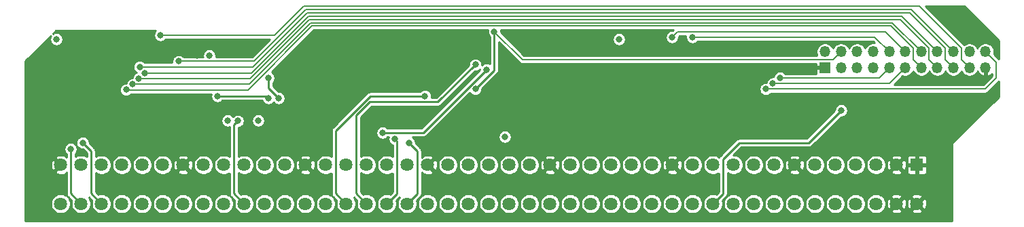
<source format=gbr>
%TF.GenerationSoftware,KiCad,Pcbnew,(5.1.6)-1*%
%TF.CreationDate,2022-11-05T15:29:03-04:00*%
%TF.ProjectId,A500-side-clockport,41353030-2d73-4696-9465-2d636c6f636b,rev?*%
%TF.SameCoordinates,Original*%
%TF.FileFunction,Copper,L4,Bot*%
%TF.FilePolarity,Positive*%
%FSLAX46Y46*%
G04 Gerber Fmt 4.6, Leading zero omitted, Abs format (unit mm)*
G04 Created by KiCad (PCBNEW (5.1.6)-1) date 2022-11-05 15:29:03*
%MOMM*%
%LPD*%
G01*
G04 APERTURE LIST*
%TA.AperFunction,ComponentPad*%
%ADD10C,1.638300*%
%TD*%
%TA.AperFunction,ComponentPad*%
%ADD11R,1.638300X1.638300*%
%TD*%
%TA.AperFunction,ComponentPad*%
%ADD12R,1.350000X1.350000*%
%TD*%
%TA.AperFunction,ComponentPad*%
%ADD13O,1.350000X1.350000*%
%TD*%
%TA.AperFunction,ViaPad*%
%ADD14C,0.800000*%
%TD*%
%TA.AperFunction,Conductor*%
%ADD15C,0.250000*%
%TD*%
%TA.AperFunction,Conductor*%
%ADD16C,0.200000*%
%TD*%
%TA.AperFunction,Conductor*%
%ADD17C,0.254000*%
%TD*%
G04 APERTURE END LIST*
D10*
%TO.P,BUS0,86*%
%TO.N,/D5*%
X101621001Y-85326901D03*
%TO.P,BUS0,85*%
%TO.N,GND*%
X101621001Y-80475501D03*
%TO.P,BUS0,84*%
%TO.N,/D6*%
X104161001Y-85326901D03*
%TO.P,BUS0,83*%
%TO.N,/D4*%
X104161001Y-80475501D03*
%TO.P,BUS0,82*%
%TO.N,/D7*%
X106701001Y-85326901D03*
%TO.P,BUS0,81*%
%TO.N,/D3*%
X106701001Y-80475501D03*
%TO.P,BUS0,80*%
%TO.N,/D8*%
X109241001Y-85326901D03*
%TO.P,BUS0,79*%
%TO.N,/D2*%
X109241001Y-80475501D03*
%TO.P,BUS0,78*%
%TO.N,/D9*%
X111781001Y-85326901D03*
%TO.P,BUS0,77*%
%TO.N,/D1*%
X111781001Y-80475501D03*
%TO.P,BUS0,76*%
%TO.N,/D10*%
X114321001Y-85326901D03*
%TO.P,BUS0,75*%
%TO.N,/D0*%
X114321001Y-80475501D03*
%TO.P,BUS0,74*%
%TO.N,/~AS*%
X116861001Y-85326901D03*
%TO.P,BUS0,73*%
%TO.N,GND*%
X116861001Y-80475501D03*
%TO.P,BUS0,72*%
%TO.N,/~UDS*%
X119401001Y-85326901D03*
%TO.P,BUS0,71*%
%TO.N,/D11*%
X119401001Y-80475501D03*
%TO.P,BUS0,70*%
%TO.N,/~LDS*%
X121941001Y-85326901D03*
%TO.P,BUS0,69*%
%TO.N,/D12*%
X121941001Y-80475501D03*
%TO.P,BUS0,68*%
%TO.N,/RW*%
X124481001Y-85326901D03*
%TO.P,BUS0,67*%
%TO.N,/D13*%
X124481001Y-80475501D03*
%TO.P,BUS0,66*%
%TO.N,/~DTACK*%
X127021001Y-85326901D03*
%TO.P,BUS0,65*%
%TO.N,/D14*%
X127021001Y-80475501D03*
%TO.P,BUS0,64*%
%TO.N,/~BG*%
X129561001Y-85326901D03*
%TO.P,BUS0,63*%
%TO.N,/D15*%
X129561001Y-80475501D03*
%TO.P,BUS0,62*%
%TO.N,/~BGACK*%
X132101001Y-85326901D03*
%TO.P,BUS0,61*%
%TO.N,GND*%
X132101001Y-80475501D03*
%TO.P,BUS0,60*%
%TO.N,/~BR*%
X134641001Y-85326901D03*
%TO.P,BUS0,59*%
%TO.N,/A23*%
X134641001Y-80475501D03*
%TO.P,BUS0,58*%
%TO.N,/A21*%
X137181001Y-85326901D03*
%TO.P,BUS0,57*%
%TO.N,/A22*%
X137181001Y-80475501D03*
%TO.P,BUS0,56*%
%TO.N,/A20*%
X139721001Y-85326901D03*
%TO.P,BUS0,55*%
%TO.N,N/C*%
X139721001Y-80475501D03*
%TO.P,BUS0,54*%
%TO.N,/A19*%
X142261001Y-85326901D03*
%TO.P,BUS0,53*%
%TO.N,/~RESET*%
X142261001Y-80475501D03*
%TO.P,BUS0,52*%
%TO.N,/A18*%
X144801001Y-85326901D03*
%TO.P,BUS0,51*%
%TO.N,/~VMA*%
X144801001Y-80475501D03*
%TO.P,BUS0,50*%
%TO.N,/E*%
X147341001Y-85326901D03*
%TO.P,BUS0,49*%
%TO.N,GND*%
X147341001Y-80475501D03*
%TO.P,BUS0,48*%
%TO.N,/~VPA*%
X149881001Y-85326901D03*
%TO.P,BUS0,47*%
%TO.N,/A17*%
X149881001Y-80475501D03*
%TO.P,BUS0,46*%
%TO.N,/~BERR*%
X152421001Y-85326901D03*
%TO.P,BUS0,45*%
%TO.N,/A16*%
X152421001Y-80475501D03*
%TO.P,BUS0,44*%
%TO.N,/IPL2*%
X154961001Y-85326901D03*
%TO.P,BUS0,43*%
%TO.N,/A15*%
X154961001Y-80475501D03*
%TO.P,BUS0,42*%
%TO.N,/IPL1*%
X157501001Y-85326901D03*
%TO.P,BUS0,41*%
%TO.N,/A14*%
X157501001Y-80475501D03*
%TO.P,BUS0,40*%
%TO.N,/IPL0*%
X160041001Y-85326901D03*
%TO.P,BUS0,39*%
%TO.N,/A13*%
X160041001Y-80475501D03*
%TO.P,BUS0,38*%
%TO.N,/A12*%
X162581001Y-85326901D03*
%TO.P,BUS0,37*%
%TO.N,GND*%
X162581001Y-80475501D03*
%TO.P,BUS0,36*%
%TO.N,/A11*%
X165121001Y-85326901D03*
%TO.P,BUS0,35*%
%TO.N,/FC2*%
X165121001Y-80475501D03*
%TO.P,BUS0,34*%
%TO.N,/A10*%
X167661001Y-85326901D03*
%TO.P,BUS0,33*%
%TO.N,/FC1*%
X167661001Y-80475501D03*
%TO.P,BUS0,32*%
%TO.N,/A9*%
X170201001Y-85326901D03*
%TO.P,BUS0,31*%
%TO.N,/FC0*%
X170201001Y-80475501D03*
%TO.P,BUS0,30*%
%TO.N,/A8*%
X172741001Y-85326901D03*
%TO.P,BUS0,29*%
%TO.N,/A1*%
X172741001Y-80475501D03*
%TO.P,BUS0,28*%
%TO.N,/A7*%
X175281001Y-85326901D03*
%TO.P,BUS0,27*%
%TO.N,/A2*%
X175281001Y-80475501D03*
%TO.P,BUS0,26*%
%TO.N,/A3*%
X177821001Y-85326901D03*
%TO.P,BUS0,25*%
%TO.N,GND*%
X177821001Y-80475501D03*
%TO.P,BUS0,24*%
%TO.N,/A4*%
X180361001Y-85326901D03*
%TO.P,BUS0,23*%
%TO.N,/A6*%
X180361001Y-80475501D03*
%TO.P,BUS0,22*%
%TO.N,/~INT6*%
X182901001Y-85326901D03*
%TO.P,BUS0,21*%
%TO.N,/A5*%
X182901001Y-80475501D03*
%TO.P,BUS0,20*%
%TO.N,Net-(BUS0-Pad20)*%
X185441001Y-85326901D03*
%TO.P,BUS0,19*%
%TO.N,/~INT2*%
X185441001Y-80475501D03*
%TO.P,BUS0,18*%
%TO.N,/XRDY*%
X187981001Y-85326901D03*
%TO.P,BUS0,17*%
%TO.N,/~HALT*%
X187981001Y-80475501D03*
%TO.P,BUS0,16*%
%TO.N,/~CCK*%
X190521001Y-85326901D03*
%TO.P,BUS0,15*%
%TO.N,/CDAC*%
X190521001Y-80475501D03*
%TO.P,BUS0,14*%
%TO.N,/~CCKQ*%
X193061001Y-85326901D03*
%TO.P,BUS0,13*%
%TO.N,GND*%
X193061001Y-80475501D03*
%TO.P,BUS0,12*%
%TO.N,/~CONFIG*%
X195601001Y-85326901D03*
%TO.P,BUS0,11*%
%TO.N,Net-(BUS0-Pad11)*%
X195601001Y-80475501D03*
%TO.P,BUS0,10*%
%TO.N,+12V*%
X198141001Y-85326901D03*
%TO.P,BUS0,9*%
%TO.N,Net-(BUS0-Pad9)*%
X198141001Y-80475501D03*
%TO.P,BUS0,8*%
%TO.N,-12V*%
X200681001Y-85326901D03*
%TO.P,BUS0,7*%
%TO.N,/7MHz*%
X200681001Y-80475501D03*
%TO.P,BUS0,6*%
%TO.N,+5V*%
X203221001Y-85326901D03*
%TO.P,BUS0,5*%
X203221001Y-80475501D03*
%TO.P,BUS0,4*%
%TO.N,GND*%
X205761001Y-85326901D03*
%TO.P,BUS0,3*%
X205761001Y-80475501D03*
%TO.P,BUS0,2*%
X208301001Y-85326901D03*
D11*
%TO.P,BUS0,1*%
X208301001Y-80475501D03*
%TD*%
D12*
%TO.P,J0,1*%
%TO.N,GND*%
X196852000Y-68326000D03*
D13*
%TO.P,J0,2*%
%TO.N,Net-(J0-Pad2)*%
X196852000Y-66326000D03*
%TO.P,J0,3*%
%TO.N,Net-(J0-Pad3)*%
X198852000Y-68326000D03*
%TO.P,J0,4*%
%TO.N,/~CS*%
X198852000Y-66326000D03*
%TO.P,J0,5*%
%TO.N,Net-(J0-Pad5)*%
X200852000Y-68326000D03*
%TO.P,J0,6*%
%TO.N,Net-(J0-Pad6)*%
X200852000Y-66326000D03*
%TO.P,J0,7*%
%TO.N,/~CP_IORD*%
X202852000Y-68326000D03*
%TO.P,J0,8*%
%TO.N,/~CP_IOWR*%
X202852000Y-66326000D03*
%TO.P,J0,9*%
%TO.N,/CP_A5*%
X204852000Y-68326000D03*
%TO.P,J0,10*%
%TO.N,/CP_A4*%
X204852000Y-66326000D03*
%TO.P,J0,11*%
%TO.N,/CP_A3*%
X206852000Y-68326000D03*
%TO.P,J0,12*%
%TO.N,/CP_A2*%
X206852000Y-66326000D03*
%TO.P,J0,13*%
%TO.N,/CP_D7*%
X208852000Y-68326000D03*
%TO.P,J0,14*%
%TO.N,/CP_D6*%
X208852000Y-66326000D03*
%TO.P,J0,15*%
%TO.N,/CP_D5*%
X210852000Y-68326000D03*
%TO.P,J0,16*%
%TO.N,/CP_D4*%
X210852000Y-66326000D03*
%TO.P,J0,17*%
%TO.N,/CP_D3*%
X212852000Y-68326000D03*
%TO.P,J0,18*%
%TO.N,/CP_D2*%
X212852000Y-66326000D03*
%TO.P,J0,19*%
%TO.N,/CP_D1*%
X214852000Y-68326000D03*
%TO.P,J0,20*%
%TO.N,/CP_D0*%
X214852000Y-66326000D03*
%TO.P,J0,21*%
%TO.N,GND*%
X216852000Y-68326000D03*
%TO.P,J0,22*%
%TO.N,/~CP_RESET*%
X216852000Y-66326000D03*
%TD*%
D14*
%TO.N,GND*%
X171196000Y-69342000D03*
X175006000Y-64516000D03*
X181356000Y-73914000D03*
X182626000Y-73914000D03*
X183896000Y-73914000D03*
X185166000Y-73914000D03*
X159004000Y-76962000D03*
X147066000Y-77216000D03*
X149606000Y-77216000D03*
X152146000Y-77216000D03*
X149352000Y-67818000D03*
X143002000Y-67818000D03*
X130048000Y-74930000D03*
X115316000Y-77216000D03*
X101092000Y-69342000D03*
X118618000Y-66802000D03*
X216916000Y-64008000D03*
X140970000Y-64262000D03*
%TO.N,/D6*%
X102870000Y-78486000D03*
%TO.N,/D7*%
X104379847Y-77709847D03*
%TO.N,/~AS*%
X154686000Y-68580000D03*
X141732000Y-76454000D03*
%TO.N,/RW*%
X123698000Y-74967000D03*
%TO.N,/A21*%
X147019010Y-71882000D03*
%TO.N,/A20*%
X153293653Y-67940347D03*
%TO.N,/A19*%
X143256000Y-77216000D03*
%TO.N,/A18*%
X145038653Y-77728653D03*
%TO.N,/~INT6*%
X198882000Y-73660000D03*
%TO.N,+5V*%
X101092000Y-64770000D03*
X120142000Y-66802000D03*
X122428000Y-74930000D03*
X126238000Y-74930000D03*
X156972000Y-76962000D03*
X171196000Y-64770000D03*
%TO.N,/~CS*%
X121158000Y-71882000D03*
X127508000Y-72136000D03*
X155644010Y-63811990D03*
X153293653Y-70997653D03*
%TO.N,/CP_A5*%
X191262000Y-69596000D03*
%TO.N,/CP_A4*%
X180340000Y-64516000D03*
%TO.N,/CP_A3*%
X190367571Y-70296000D03*
%TO.N,/CP_A2*%
X177800000Y-64516000D03*
%TO.N,/CP_D7*%
X109768153Y-71079847D03*
%TO.N,/CP_D6*%
X110607317Y-70399998D03*
%TO.N,/CP_D5*%
X111368081Y-69699998D03*
%TO.N,/CP_D4*%
X112106419Y-68999998D03*
%TO.N,/CP_D3*%
X111468253Y-68226299D03*
%TO.N,/CP_D2*%
X116332000Y-67526299D03*
%TO.N,/CP_D1*%
X114046000Y-64262000D03*
%TO.N,/~CP_RESET*%
X189484000Y-70996000D03*
%TO.N,Net-(U2-Pad10)*%
X127508000Y-69596000D03*
X128778000Y-72136000D03*
%TD*%
D15*
%TO.N,/D6*%
X102870000Y-84035900D02*
X104161001Y-85326901D01*
X102870000Y-78486000D02*
X102870000Y-84035900D01*
%TO.N,/D7*%
X105410000Y-84035900D02*
X106701001Y-85326901D01*
X104379847Y-77709847D02*
X105410000Y-78740000D01*
X105410000Y-78740000D02*
X105410000Y-84035900D01*
%TO.N,/~AS*%
X154686000Y-68580000D02*
X146812000Y-76454000D01*
X146812000Y-76454000D02*
X141732000Y-76454000D01*
%TO.N,/RW*%
X123190000Y-84035900D02*
X124481001Y-85326901D01*
X123698000Y-74967000D02*
X123190000Y-75475000D01*
X123190000Y-75475000D02*
X123190000Y-84035900D01*
%TO.N,/A21*%
X135890000Y-84035900D02*
X137181001Y-85326901D01*
X135890000Y-76200000D02*
X135890000Y-84035900D01*
X147019010Y-71882000D02*
X140208000Y-71882000D01*
X140208000Y-71882000D02*
X135890000Y-76200000D01*
%TO.N,/A20*%
X138430000Y-74296410D02*
X138430000Y-84035900D01*
X140119409Y-72607001D02*
X138430000Y-74296410D01*
X153293653Y-67940347D02*
X148626999Y-72607001D01*
X138430000Y-84035900D02*
X139721001Y-85326901D01*
X148626999Y-72607001D02*
X140119409Y-72607001D01*
%TO.N,/A19*%
X143510000Y-84077902D02*
X142261001Y-85326901D01*
X143256000Y-77216000D02*
X143510000Y-77470000D01*
X143510000Y-77470000D02*
X143510000Y-84077902D01*
%TO.N,/A18*%
X146050000Y-84077902D02*
X144801001Y-85326901D01*
X145038653Y-77728653D02*
X146050000Y-78740000D01*
X146050000Y-78740000D02*
X146050000Y-84077902D01*
%TO.N,/~INT6*%
X184150000Y-79756000D02*
X184150000Y-84077902D01*
X186182000Y-77724000D02*
X184150000Y-79756000D01*
X184150000Y-84077902D02*
X182901001Y-85326901D01*
X198882000Y-73660000D02*
X194818000Y-77724000D01*
X194818000Y-77724000D02*
X186182000Y-77724000D01*
%TO.N,/~CS*%
X121158000Y-71882000D02*
X127254000Y-71882000D01*
X127254000Y-71882000D02*
X127508000Y-72136000D01*
X155644010Y-63811990D02*
X155644010Y-68647296D01*
X155644010Y-68647296D02*
X153293653Y-70997653D01*
D16*
X159133021Y-67301001D02*
X197876999Y-67301001D01*
X197876999Y-67301001D02*
X198852000Y-66326000D01*
X155644010Y-63811990D02*
X159133021Y-67301001D01*
%TO.N,/CP_A5*%
X203582000Y-69596000D02*
X204852000Y-68326000D01*
X191262000Y-69596000D02*
X203582000Y-69596000D01*
%TO.N,/CP_A4*%
X204852000Y-66326000D02*
X203042000Y-64516000D01*
X203042000Y-64516000D02*
X180340000Y-64516000D01*
%TO.N,/CP_A3*%
X204882000Y-70296000D02*
X206852000Y-68326000D01*
X190367571Y-70296000D02*
X204882000Y-70296000D01*
%TO.N,/CP_A2*%
X206852000Y-66326000D02*
X204641990Y-64115990D01*
X204341999Y-63815999D02*
X178500001Y-63815999D01*
X204641990Y-64115990D02*
X204341999Y-63815999D01*
X178500001Y-63815999D02*
X177800000Y-64516000D01*
%TO.N,/CP_D7*%
X132956009Y-63111989D02*
X124968000Y-71099998D01*
X205080991Y-63111989D02*
X132956009Y-63111989D01*
X207876999Y-65907997D02*
X205080991Y-63111989D01*
X208852000Y-68326000D02*
X207876999Y-67350999D01*
X207876999Y-67350999D02*
X207876999Y-65907997D01*
X124968000Y-71099998D02*
X109788304Y-71099998D01*
X109788304Y-71099998D02*
X109768153Y-71079847D01*
%TO.N,/CP_D6*%
X208852000Y-66317299D02*
X205246680Y-62711979D01*
X208852000Y-66326000D02*
X208852000Y-66317299D01*
X205246680Y-62711979D02*
X132790320Y-62711979D01*
X125102302Y-70399998D02*
X125437150Y-70065150D01*
X110607317Y-70399998D02*
X125102302Y-70399998D01*
X132790320Y-62711979D02*
X125437150Y-70065150D01*
%TO.N,/CP_D5*%
X209827001Y-67301001D02*
X210852000Y-68326000D01*
X125236603Y-69699998D02*
X132624631Y-62311969D01*
X206280971Y-62311969D02*
X209827001Y-65857999D01*
X111368081Y-69699998D02*
X125236603Y-69699998D01*
X132624631Y-62311969D02*
X206280971Y-62311969D01*
X209827001Y-65857999D02*
X209827001Y-67301001D01*
%TO.N,/CP_D4*%
X132458942Y-61911959D02*
X206446660Y-61911959D01*
X112106419Y-68999998D02*
X125370905Y-68999998D01*
X210852000Y-66317312D02*
X210852000Y-66326000D01*
X206446660Y-61911959D02*
X210852000Y-66317312D01*
X125370905Y-68999998D02*
X132458942Y-61911959D01*
%TO.N,/CP_D3*%
X132334000Y-61468000D02*
X125984000Y-67818000D01*
X207437002Y-61468000D02*
X132334000Y-61468000D01*
X211827001Y-65857999D02*
X207437002Y-61468000D01*
X212852000Y-68326000D02*
X211827001Y-67301001D01*
X211827001Y-67301001D02*
X211827001Y-65857999D01*
X111468253Y-68226299D02*
X124614299Y-68226299D01*
X125984000Y-67818000D02*
X125984000Y-67821205D01*
X125578906Y-68226299D02*
X124614299Y-68226299D01*
X125984000Y-67821205D02*
X125578906Y-68226299D01*
%TO.N,/CP_D2*%
X116332000Y-67526299D02*
X125710003Y-67526299D01*
X125710003Y-67526299D02*
X132168311Y-61067990D01*
X212852000Y-66317299D02*
X212852000Y-66326000D01*
X207602691Y-61067990D02*
X212852000Y-66317299D01*
X132168311Y-61067990D02*
X207602691Y-61067990D01*
%TO.N,/CP_D1*%
X213827001Y-67301001D02*
X213827001Y-65857999D01*
X213827001Y-65857999D02*
X208636982Y-60667980D01*
X214852000Y-68326000D02*
X213827001Y-67301001D01*
X208636982Y-60667980D02*
X131864020Y-60667980D01*
X128270000Y-64262000D02*
X114046000Y-64262000D01*
X131864020Y-60667980D02*
X128270000Y-64262000D01*
%TO.N,/~CP_RESET*%
X189484000Y-70996000D02*
X216786000Y-70996000D01*
X216786000Y-70996000D02*
X218186000Y-69596000D01*
X218186000Y-67660000D02*
X216852000Y-66326000D01*
X218186000Y-69596000D02*
X218186000Y-67660000D01*
D15*
%TO.N,Net-(U2-Pad10)*%
X127508000Y-69596000D02*
X127508000Y-70866000D01*
X127508000Y-70866000D02*
X128778000Y-72136000D01*
%TD*%
D17*
%TO.N,GND*%
G36*
X154817010Y-63730538D02*
G01*
X154817010Y-63893442D01*
X154848792Y-64053217D01*
X154911133Y-64203721D01*
X155001638Y-64339171D01*
X155092010Y-64429543D01*
X155092011Y-67856665D01*
X155077731Y-67847123D01*
X154927227Y-67784782D01*
X154767452Y-67753000D01*
X154604548Y-67753000D01*
X154444773Y-67784782D01*
X154294269Y-67847123D01*
X154158819Y-67937628D01*
X154120653Y-67975794D01*
X154120653Y-67858895D01*
X154088871Y-67699120D01*
X154026530Y-67548616D01*
X153936025Y-67413166D01*
X153820834Y-67297975D01*
X153685384Y-67207470D01*
X153534880Y-67145129D01*
X153375105Y-67113347D01*
X153212201Y-67113347D01*
X153052426Y-67145129D01*
X152901922Y-67207470D01*
X152766472Y-67297975D01*
X152651281Y-67413166D01*
X152560776Y-67548616D01*
X152498435Y-67699120D01*
X152466653Y-67858895D01*
X152466653Y-67986701D01*
X148398355Y-72055001D01*
X147827799Y-72055001D01*
X147846010Y-71963452D01*
X147846010Y-71800548D01*
X147814228Y-71640773D01*
X147751887Y-71490269D01*
X147661382Y-71354819D01*
X147546191Y-71239628D01*
X147410741Y-71149123D01*
X147260237Y-71086782D01*
X147100462Y-71055000D01*
X146937558Y-71055000D01*
X146777783Y-71086782D01*
X146627279Y-71149123D01*
X146491829Y-71239628D01*
X146401457Y-71330000D01*
X140235105Y-71330000D01*
X140207999Y-71327330D01*
X140180893Y-71330000D01*
X140180891Y-71330000D01*
X140099789Y-71337988D01*
X139995737Y-71369552D01*
X139899842Y-71420809D01*
X139815789Y-71489789D01*
X139798508Y-71510846D01*
X135518857Y-75790499D01*
X135497789Y-75807789D01*
X135428809Y-75891842D01*
X135377552Y-75987738D01*
X135345988Y-76091790D01*
X135338602Y-76166782D01*
X135335330Y-76200000D01*
X135338000Y-76227106D01*
X135338000Y-79442489D01*
X135231275Y-79371177D01*
X135004490Y-79277239D01*
X134763736Y-79229351D01*
X134518266Y-79229351D01*
X134277512Y-79277239D01*
X134050727Y-79371177D01*
X133846626Y-79507553D01*
X133673053Y-79681126D01*
X133536677Y-79885227D01*
X133442739Y-80112012D01*
X133394851Y-80352766D01*
X133394851Y-80598236D01*
X133442739Y-80838990D01*
X133536677Y-81065775D01*
X133673053Y-81269876D01*
X133846626Y-81443449D01*
X134050727Y-81579825D01*
X134277512Y-81673763D01*
X134518266Y-81721651D01*
X134763736Y-81721651D01*
X135004490Y-81673763D01*
X135231275Y-81579825D01*
X135338001Y-81508513D01*
X135338001Y-84008784D01*
X135335330Y-84035900D01*
X135345989Y-84144110D01*
X135377552Y-84248162D01*
X135400004Y-84290166D01*
X135428810Y-84344058D01*
X135466927Y-84390504D01*
X135435376Y-84358953D01*
X135231275Y-84222577D01*
X135004490Y-84128639D01*
X134763736Y-84080751D01*
X134518266Y-84080751D01*
X134277512Y-84128639D01*
X134050727Y-84222577D01*
X133846626Y-84358953D01*
X133673053Y-84532526D01*
X133536677Y-84736627D01*
X133442739Y-84963412D01*
X133394851Y-85204166D01*
X133394851Y-85449636D01*
X133442739Y-85690390D01*
X133536677Y-85917175D01*
X133673053Y-86121276D01*
X133846626Y-86294849D01*
X134050727Y-86431225D01*
X134277512Y-86525163D01*
X134518266Y-86573051D01*
X134763736Y-86573051D01*
X135004490Y-86525163D01*
X135231275Y-86431225D01*
X135435376Y-86294849D01*
X135608949Y-86121276D01*
X135745325Y-85917175D01*
X135839263Y-85690390D01*
X135887151Y-85449636D01*
X135887151Y-85204166D01*
X135839263Y-84963412D01*
X135745325Y-84736627D01*
X135614924Y-84541468D01*
X135998593Y-84925138D01*
X135982739Y-84963412D01*
X135934851Y-85204166D01*
X135934851Y-85449636D01*
X135982739Y-85690390D01*
X136076677Y-85917175D01*
X136213053Y-86121276D01*
X136386626Y-86294849D01*
X136590727Y-86431225D01*
X136817512Y-86525163D01*
X137058266Y-86573051D01*
X137303736Y-86573051D01*
X137544490Y-86525163D01*
X137771275Y-86431225D01*
X137975376Y-86294849D01*
X138148949Y-86121276D01*
X138285325Y-85917175D01*
X138379263Y-85690390D01*
X138427151Y-85449636D01*
X138427151Y-85204166D01*
X138379263Y-84963412D01*
X138285325Y-84736627D01*
X138154924Y-84541468D01*
X138538593Y-84925138D01*
X138522739Y-84963412D01*
X138474851Y-85204166D01*
X138474851Y-85449636D01*
X138522739Y-85690390D01*
X138616677Y-85917175D01*
X138753053Y-86121276D01*
X138926626Y-86294849D01*
X139130727Y-86431225D01*
X139357512Y-86525163D01*
X139598266Y-86573051D01*
X139843736Y-86573051D01*
X140084490Y-86525163D01*
X140311275Y-86431225D01*
X140515376Y-86294849D01*
X140688949Y-86121276D01*
X140825325Y-85917175D01*
X140919263Y-85690390D01*
X140967151Y-85449636D01*
X140967151Y-85204166D01*
X140919263Y-84963412D01*
X140825325Y-84736627D01*
X140688949Y-84532526D01*
X140515376Y-84358953D01*
X140311275Y-84222577D01*
X140084490Y-84128639D01*
X139843736Y-84080751D01*
X139598266Y-84080751D01*
X139357512Y-84128639D01*
X139319238Y-84144493D01*
X138982000Y-83807256D01*
X138982000Y-81480449D01*
X139130727Y-81579825D01*
X139357512Y-81673763D01*
X139598266Y-81721651D01*
X139843736Y-81721651D01*
X140084490Y-81673763D01*
X140311275Y-81579825D01*
X140515376Y-81443449D01*
X140688949Y-81269876D01*
X140825325Y-81065775D01*
X140919263Y-80838990D01*
X140967151Y-80598236D01*
X140967151Y-80352766D01*
X140919263Y-80112012D01*
X140825325Y-79885227D01*
X140688949Y-79681126D01*
X140515376Y-79507553D01*
X140311275Y-79371177D01*
X140084490Y-79277239D01*
X139843736Y-79229351D01*
X139598266Y-79229351D01*
X139357512Y-79277239D01*
X139130727Y-79371177D01*
X138982000Y-79470553D01*
X138982000Y-74525054D01*
X140348055Y-73159001D01*
X148599893Y-73159001D01*
X148626999Y-73161671D01*
X148654105Y-73159001D01*
X148654108Y-73159001D01*
X148735210Y-73151013D01*
X148839262Y-73119449D01*
X148935157Y-73068192D01*
X149019210Y-72999212D01*
X149036500Y-72978144D01*
X153247299Y-68767347D01*
X153375105Y-68767347D01*
X153534880Y-68735565D01*
X153685384Y-68673224D01*
X153820834Y-68582719D01*
X153859000Y-68544553D01*
X153859000Y-68626354D01*
X146583356Y-75902000D01*
X142349553Y-75902000D01*
X142259181Y-75811628D01*
X142123731Y-75721123D01*
X141973227Y-75658782D01*
X141813452Y-75627000D01*
X141650548Y-75627000D01*
X141490773Y-75658782D01*
X141340269Y-75721123D01*
X141204819Y-75811628D01*
X141089628Y-75926819D01*
X140999123Y-76062269D01*
X140936782Y-76212773D01*
X140905000Y-76372548D01*
X140905000Y-76535452D01*
X140936782Y-76695227D01*
X140999123Y-76845731D01*
X141089628Y-76981181D01*
X141204819Y-77096372D01*
X141340269Y-77186877D01*
X141490773Y-77249218D01*
X141650548Y-77281000D01*
X141813452Y-77281000D01*
X141973227Y-77249218D01*
X142123731Y-77186877D01*
X142259181Y-77096372D01*
X142349553Y-77006000D01*
X142454570Y-77006000D01*
X142429000Y-77134548D01*
X142429000Y-77297452D01*
X142460782Y-77457227D01*
X142523123Y-77607731D01*
X142613628Y-77743181D01*
X142728819Y-77858372D01*
X142864269Y-77948877D01*
X142958000Y-77987702D01*
X142958000Y-79442489D01*
X142851275Y-79371177D01*
X142624490Y-79277239D01*
X142383736Y-79229351D01*
X142138266Y-79229351D01*
X141897512Y-79277239D01*
X141670727Y-79371177D01*
X141466626Y-79507553D01*
X141293053Y-79681126D01*
X141156677Y-79885227D01*
X141062739Y-80112012D01*
X141014851Y-80352766D01*
X141014851Y-80598236D01*
X141062739Y-80838990D01*
X141156677Y-81065775D01*
X141293053Y-81269876D01*
X141466626Y-81443449D01*
X141670727Y-81579825D01*
X141897512Y-81673763D01*
X142138266Y-81721651D01*
X142383736Y-81721651D01*
X142624490Y-81673763D01*
X142851275Y-81579825D01*
X142958001Y-81508513D01*
X142958001Y-83849255D01*
X142662764Y-84144493D01*
X142624490Y-84128639D01*
X142383736Y-84080751D01*
X142138266Y-84080751D01*
X141897512Y-84128639D01*
X141670727Y-84222577D01*
X141466626Y-84358953D01*
X141293053Y-84532526D01*
X141156677Y-84736627D01*
X141062739Y-84963412D01*
X141014851Y-85204166D01*
X141014851Y-85449636D01*
X141062739Y-85690390D01*
X141156677Y-85917175D01*
X141293053Y-86121276D01*
X141466626Y-86294849D01*
X141670727Y-86431225D01*
X141897512Y-86525163D01*
X142138266Y-86573051D01*
X142383736Y-86573051D01*
X142624490Y-86525163D01*
X142851275Y-86431225D01*
X143055376Y-86294849D01*
X143228949Y-86121276D01*
X143365325Y-85917175D01*
X143459263Y-85690390D01*
X143507151Y-85449636D01*
X143507151Y-85204166D01*
X143459263Y-84963412D01*
X143443409Y-84925138D01*
X143827075Y-84541473D01*
X143696677Y-84736627D01*
X143602739Y-84963412D01*
X143554851Y-85204166D01*
X143554851Y-85449636D01*
X143602739Y-85690390D01*
X143696677Y-85917175D01*
X143833053Y-86121276D01*
X144006626Y-86294849D01*
X144210727Y-86431225D01*
X144437512Y-86525163D01*
X144678266Y-86573051D01*
X144923736Y-86573051D01*
X145164490Y-86525163D01*
X145391275Y-86431225D01*
X145595376Y-86294849D01*
X145768949Y-86121276D01*
X145905325Y-85917175D01*
X145999263Y-85690390D01*
X146047151Y-85449636D01*
X146047151Y-85204166D01*
X145999263Y-84963412D01*
X145983409Y-84925138D01*
X146367075Y-84541473D01*
X146236677Y-84736627D01*
X146142739Y-84963412D01*
X146094851Y-85204166D01*
X146094851Y-85449636D01*
X146142739Y-85690390D01*
X146236677Y-85917175D01*
X146373053Y-86121276D01*
X146546626Y-86294849D01*
X146750727Y-86431225D01*
X146977512Y-86525163D01*
X147218266Y-86573051D01*
X147463736Y-86573051D01*
X147704490Y-86525163D01*
X147931275Y-86431225D01*
X148135376Y-86294849D01*
X148308949Y-86121276D01*
X148445325Y-85917175D01*
X148539263Y-85690390D01*
X148587151Y-85449636D01*
X148587151Y-85204166D01*
X148634851Y-85204166D01*
X148634851Y-85449636D01*
X148682739Y-85690390D01*
X148776677Y-85917175D01*
X148913053Y-86121276D01*
X149086626Y-86294849D01*
X149290727Y-86431225D01*
X149517512Y-86525163D01*
X149758266Y-86573051D01*
X150003736Y-86573051D01*
X150244490Y-86525163D01*
X150471275Y-86431225D01*
X150675376Y-86294849D01*
X150848949Y-86121276D01*
X150985325Y-85917175D01*
X151079263Y-85690390D01*
X151127151Y-85449636D01*
X151127151Y-85204166D01*
X151174851Y-85204166D01*
X151174851Y-85449636D01*
X151222739Y-85690390D01*
X151316677Y-85917175D01*
X151453053Y-86121276D01*
X151626626Y-86294849D01*
X151830727Y-86431225D01*
X152057512Y-86525163D01*
X152298266Y-86573051D01*
X152543736Y-86573051D01*
X152784490Y-86525163D01*
X153011275Y-86431225D01*
X153215376Y-86294849D01*
X153388949Y-86121276D01*
X153525325Y-85917175D01*
X153619263Y-85690390D01*
X153667151Y-85449636D01*
X153667151Y-85204166D01*
X153714851Y-85204166D01*
X153714851Y-85449636D01*
X153762739Y-85690390D01*
X153856677Y-85917175D01*
X153993053Y-86121276D01*
X154166626Y-86294849D01*
X154370727Y-86431225D01*
X154597512Y-86525163D01*
X154838266Y-86573051D01*
X155083736Y-86573051D01*
X155324490Y-86525163D01*
X155551275Y-86431225D01*
X155755376Y-86294849D01*
X155928949Y-86121276D01*
X156065325Y-85917175D01*
X156159263Y-85690390D01*
X156207151Y-85449636D01*
X156207151Y-85204166D01*
X156254851Y-85204166D01*
X156254851Y-85449636D01*
X156302739Y-85690390D01*
X156396677Y-85917175D01*
X156533053Y-86121276D01*
X156706626Y-86294849D01*
X156910727Y-86431225D01*
X157137512Y-86525163D01*
X157378266Y-86573051D01*
X157623736Y-86573051D01*
X157864490Y-86525163D01*
X158091275Y-86431225D01*
X158295376Y-86294849D01*
X158468949Y-86121276D01*
X158605325Y-85917175D01*
X158699263Y-85690390D01*
X158747151Y-85449636D01*
X158747151Y-85204166D01*
X158794851Y-85204166D01*
X158794851Y-85449636D01*
X158842739Y-85690390D01*
X158936677Y-85917175D01*
X159073053Y-86121276D01*
X159246626Y-86294849D01*
X159450727Y-86431225D01*
X159677512Y-86525163D01*
X159918266Y-86573051D01*
X160163736Y-86573051D01*
X160404490Y-86525163D01*
X160631275Y-86431225D01*
X160835376Y-86294849D01*
X161008949Y-86121276D01*
X161145325Y-85917175D01*
X161239263Y-85690390D01*
X161287151Y-85449636D01*
X161287151Y-85204166D01*
X161334851Y-85204166D01*
X161334851Y-85449636D01*
X161382739Y-85690390D01*
X161476677Y-85917175D01*
X161613053Y-86121276D01*
X161786626Y-86294849D01*
X161990727Y-86431225D01*
X162217512Y-86525163D01*
X162458266Y-86573051D01*
X162703736Y-86573051D01*
X162944490Y-86525163D01*
X163171275Y-86431225D01*
X163375376Y-86294849D01*
X163548949Y-86121276D01*
X163685325Y-85917175D01*
X163779263Y-85690390D01*
X163827151Y-85449636D01*
X163827151Y-85204166D01*
X163874851Y-85204166D01*
X163874851Y-85449636D01*
X163922739Y-85690390D01*
X164016677Y-85917175D01*
X164153053Y-86121276D01*
X164326626Y-86294849D01*
X164530727Y-86431225D01*
X164757512Y-86525163D01*
X164998266Y-86573051D01*
X165243736Y-86573051D01*
X165484490Y-86525163D01*
X165711275Y-86431225D01*
X165915376Y-86294849D01*
X166088949Y-86121276D01*
X166225325Y-85917175D01*
X166319263Y-85690390D01*
X166367151Y-85449636D01*
X166367151Y-85204166D01*
X166414851Y-85204166D01*
X166414851Y-85449636D01*
X166462739Y-85690390D01*
X166556677Y-85917175D01*
X166693053Y-86121276D01*
X166866626Y-86294849D01*
X167070727Y-86431225D01*
X167297512Y-86525163D01*
X167538266Y-86573051D01*
X167783736Y-86573051D01*
X168024490Y-86525163D01*
X168251275Y-86431225D01*
X168455376Y-86294849D01*
X168628949Y-86121276D01*
X168765325Y-85917175D01*
X168859263Y-85690390D01*
X168907151Y-85449636D01*
X168907151Y-85204166D01*
X168954851Y-85204166D01*
X168954851Y-85449636D01*
X169002739Y-85690390D01*
X169096677Y-85917175D01*
X169233053Y-86121276D01*
X169406626Y-86294849D01*
X169610727Y-86431225D01*
X169837512Y-86525163D01*
X170078266Y-86573051D01*
X170323736Y-86573051D01*
X170564490Y-86525163D01*
X170791275Y-86431225D01*
X170995376Y-86294849D01*
X171168949Y-86121276D01*
X171305325Y-85917175D01*
X171399263Y-85690390D01*
X171447151Y-85449636D01*
X171447151Y-85204166D01*
X171494851Y-85204166D01*
X171494851Y-85449636D01*
X171542739Y-85690390D01*
X171636677Y-85917175D01*
X171773053Y-86121276D01*
X171946626Y-86294849D01*
X172150727Y-86431225D01*
X172377512Y-86525163D01*
X172618266Y-86573051D01*
X172863736Y-86573051D01*
X173104490Y-86525163D01*
X173331275Y-86431225D01*
X173535376Y-86294849D01*
X173708949Y-86121276D01*
X173845325Y-85917175D01*
X173939263Y-85690390D01*
X173987151Y-85449636D01*
X173987151Y-85204166D01*
X174034851Y-85204166D01*
X174034851Y-85449636D01*
X174082739Y-85690390D01*
X174176677Y-85917175D01*
X174313053Y-86121276D01*
X174486626Y-86294849D01*
X174690727Y-86431225D01*
X174917512Y-86525163D01*
X175158266Y-86573051D01*
X175403736Y-86573051D01*
X175644490Y-86525163D01*
X175871275Y-86431225D01*
X176075376Y-86294849D01*
X176248949Y-86121276D01*
X176385325Y-85917175D01*
X176479263Y-85690390D01*
X176527151Y-85449636D01*
X176527151Y-85204166D01*
X176574851Y-85204166D01*
X176574851Y-85449636D01*
X176622739Y-85690390D01*
X176716677Y-85917175D01*
X176853053Y-86121276D01*
X177026626Y-86294849D01*
X177230727Y-86431225D01*
X177457512Y-86525163D01*
X177698266Y-86573051D01*
X177943736Y-86573051D01*
X178184490Y-86525163D01*
X178411275Y-86431225D01*
X178615376Y-86294849D01*
X178788949Y-86121276D01*
X178925325Y-85917175D01*
X179019263Y-85690390D01*
X179067151Y-85449636D01*
X179067151Y-85204166D01*
X179114851Y-85204166D01*
X179114851Y-85449636D01*
X179162739Y-85690390D01*
X179256677Y-85917175D01*
X179393053Y-86121276D01*
X179566626Y-86294849D01*
X179770727Y-86431225D01*
X179997512Y-86525163D01*
X180238266Y-86573051D01*
X180483736Y-86573051D01*
X180724490Y-86525163D01*
X180951275Y-86431225D01*
X181155376Y-86294849D01*
X181328949Y-86121276D01*
X181465325Y-85917175D01*
X181559263Y-85690390D01*
X181607151Y-85449636D01*
X181607151Y-85204166D01*
X181559263Y-84963412D01*
X181465325Y-84736627D01*
X181328949Y-84532526D01*
X181155376Y-84358953D01*
X180951275Y-84222577D01*
X180724490Y-84128639D01*
X180483736Y-84080751D01*
X180238266Y-84080751D01*
X179997512Y-84128639D01*
X179770727Y-84222577D01*
X179566626Y-84358953D01*
X179393053Y-84532526D01*
X179256677Y-84736627D01*
X179162739Y-84963412D01*
X179114851Y-85204166D01*
X179067151Y-85204166D01*
X179019263Y-84963412D01*
X178925325Y-84736627D01*
X178788949Y-84532526D01*
X178615376Y-84358953D01*
X178411275Y-84222577D01*
X178184490Y-84128639D01*
X177943736Y-84080751D01*
X177698266Y-84080751D01*
X177457512Y-84128639D01*
X177230727Y-84222577D01*
X177026626Y-84358953D01*
X176853053Y-84532526D01*
X176716677Y-84736627D01*
X176622739Y-84963412D01*
X176574851Y-85204166D01*
X176527151Y-85204166D01*
X176479263Y-84963412D01*
X176385325Y-84736627D01*
X176248949Y-84532526D01*
X176075376Y-84358953D01*
X175871275Y-84222577D01*
X175644490Y-84128639D01*
X175403736Y-84080751D01*
X175158266Y-84080751D01*
X174917512Y-84128639D01*
X174690727Y-84222577D01*
X174486626Y-84358953D01*
X174313053Y-84532526D01*
X174176677Y-84736627D01*
X174082739Y-84963412D01*
X174034851Y-85204166D01*
X173987151Y-85204166D01*
X173939263Y-84963412D01*
X173845325Y-84736627D01*
X173708949Y-84532526D01*
X173535376Y-84358953D01*
X173331275Y-84222577D01*
X173104490Y-84128639D01*
X172863736Y-84080751D01*
X172618266Y-84080751D01*
X172377512Y-84128639D01*
X172150727Y-84222577D01*
X171946626Y-84358953D01*
X171773053Y-84532526D01*
X171636677Y-84736627D01*
X171542739Y-84963412D01*
X171494851Y-85204166D01*
X171447151Y-85204166D01*
X171399263Y-84963412D01*
X171305325Y-84736627D01*
X171168949Y-84532526D01*
X170995376Y-84358953D01*
X170791275Y-84222577D01*
X170564490Y-84128639D01*
X170323736Y-84080751D01*
X170078266Y-84080751D01*
X169837512Y-84128639D01*
X169610727Y-84222577D01*
X169406626Y-84358953D01*
X169233053Y-84532526D01*
X169096677Y-84736627D01*
X169002739Y-84963412D01*
X168954851Y-85204166D01*
X168907151Y-85204166D01*
X168859263Y-84963412D01*
X168765325Y-84736627D01*
X168628949Y-84532526D01*
X168455376Y-84358953D01*
X168251275Y-84222577D01*
X168024490Y-84128639D01*
X167783736Y-84080751D01*
X167538266Y-84080751D01*
X167297512Y-84128639D01*
X167070727Y-84222577D01*
X166866626Y-84358953D01*
X166693053Y-84532526D01*
X166556677Y-84736627D01*
X166462739Y-84963412D01*
X166414851Y-85204166D01*
X166367151Y-85204166D01*
X166319263Y-84963412D01*
X166225325Y-84736627D01*
X166088949Y-84532526D01*
X165915376Y-84358953D01*
X165711275Y-84222577D01*
X165484490Y-84128639D01*
X165243736Y-84080751D01*
X164998266Y-84080751D01*
X164757512Y-84128639D01*
X164530727Y-84222577D01*
X164326626Y-84358953D01*
X164153053Y-84532526D01*
X164016677Y-84736627D01*
X163922739Y-84963412D01*
X163874851Y-85204166D01*
X163827151Y-85204166D01*
X163779263Y-84963412D01*
X163685325Y-84736627D01*
X163548949Y-84532526D01*
X163375376Y-84358953D01*
X163171275Y-84222577D01*
X162944490Y-84128639D01*
X162703736Y-84080751D01*
X162458266Y-84080751D01*
X162217512Y-84128639D01*
X161990727Y-84222577D01*
X161786626Y-84358953D01*
X161613053Y-84532526D01*
X161476677Y-84736627D01*
X161382739Y-84963412D01*
X161334851Y-85204166D01*
X161287151Y-85204166D01*
X161239263Y-84963412D01*
X161145325Y-84736627D01*
X161008949Y-84532526D01*
X160835376Y-84358953D01*
X160631275Y-84222577D01*
X160404490Y-84128639D01*
X160163736Y-84080751D01*
X159918266Y-84080751D01*
X159677512Y-84128639D01*
X159450727Y-84222577D01*
X159246626Y-84358953D01*
X159073053Y-84532526D01*
X158936677Y-84736627D01*
X158842739Y-84963412D01*
X158794851Y-85204166D01*
X158747151Y-85204166D01*
X158699263Y-84963412D01*
X158605325Y-84736627D01*
X158468949Y-84532526D01*
X158295376Y-84358953D01*
X158091275Y-84222577D01*
X157864490Y-84128639D01*
X157623736Y-84080751D01*
X157378266Y-84080751D01*
X157137512Y-84128639D01*
X156910727Y-84222577D01*
X156706626Y-84358953D01*
X156533053Y-84532526D01*
X156396677Y-84736627D01*
X156302739Y-84963412D01*
X156254851Y-85204166D01*
X156207151Y-85204166D01*
X156159263Y-84963412D01*
X156065325Y-84736627D01*
X155928949Y-84532526D01*
X155755376Y-84358953D01*
X155551275Y-84222577D01*
X155324490Y-84128639D01*
X155083736Y-84080751D01*
X154838266Y-84080751D01*
X154597512Y-84128639D01*
X154370727Y-84222577D01*
X154166626Y-84358953D01*
X153993053Y-84532526D01*
X153856677Y-84736627D01*
X153762739Y-84963412D01*
X153714851Y-85204166D01*
X153667151Y-85204166D01*
X153619263Y-84963412D01*
X153525325Y-84736627D01*
X153388949Y-84532526D01*
X153215376Y-84358953D01*
X153011275Y-84222577D01*
X152784490Y-84128639D01*
X152543736Y-84080751D01*
X152298266Y-84080751D01*
X152057512Y-84128639D01*
X151830727Y-84222577D01*
X151626626Y-84358953D01*
X151453053Y-84532526D01*
X151316677Y-84736627D01*
X151222739Y-84963412D01*
X151174851Y-85204166D01*
X151127151Y-85204166D01*
X151079263Y-84963412D01*
X150985325Y-84736627D01*
X150848949Y-84532526D01*
X150675376Y-84358953D01*
X150471275Y-84222577D01*
X150244490Y-84128639D01*
X150003736Y-84080751D01*
X149758266Y-84080751D01*
X149517512Y-84128639D01*
X149290727Y-84222577D01*
X149086626Y-84358953D01*
X148913053Y-84532526D01*
X148776677Y-84736627D01*
X148682739Y-84963412D01*
X148634851Y-85204166D01*
X148587151Y-85204166D01*
X148539263Y-84963412D01*
X148445325Y-84736627D01*
X148308949Y-84532526D01*
X148135376Y-84358953D01*
X147931275Y-84222577D01*
X147704490Y-84128639D01*
X147463736Y-84080751D01*
X147218266Y-84080751D01*
X146977512Y-84128639D01*
X146750727Y-84222577D01*
X146546626Y-84358953D01*
X146473080Y-84432499D01*
X146511191Y-84386061D01*
X146562447Y-84290166D01*
X146562448Y-84290165D01*
X146594012Y-84186113D01*
X146602000Y-84105011D01*
X146602000Y-84105001D01*
X146604669Y-84077903D01*
X146602000Y-84050805D01*
X146602000Y-81394110D01*
X146625857Y-81370253D01*
X146711528Y-81557961D01*
X146934801Y-81659966D01*
X147173683Y-81716453D01*
X147418996Y-81725251D01*
X147661310Y-81686021D01*
X147891317Y-81600272D01*
X147970474Y-81557961D01*
X148056146Y-81370251D01*
X147341001Y-80655106D01*
X147326859Y-80669249D01*
X147147254Y-80489644D01*
X147161396Y-80475501D01*
X147520606Y-80475501D01*
X148235751Y-81190646D01*
X148423461Y-81104974D01*
X148525466Y-80881701D01*
X148581953Y-80642819D01*
X148590751Y-80397506D01*
X148583508Y-80352766D01*
X148634851Y-80352766D01*
X148634851Y-80598236D01*
X148682739Y-80838990D01*
X148776677Y-81065775D01*
X148913053Y-81269876D01*
X149086626Y-81443449D01*
X149290727Y-81579825D01*
X149517512Y-81673763D01*
X149758266Y-81721651D01*
X150003736Y-81721651D01*
X150244490Y-81673763D01*
X150471275Y-81579825D01*
X150675376Y-81443449D01*
X150848949Y-81269876D01*
X150985325Y-81065775D01*
X151079263Y-80838990D01*
X151127151Y-80598236D01*
X151127151Y-80352766D01*
X151174851Y-80352766D01*
X151174851Y-80598236D01*
X151222739Y-80838990D01*
X151316677Y-81065775D01*
X151453053Y-81269876D01*
X151626626Y-81443449D01*
X151830727Y-81579825D01*
X152057512Y-81673763D01*
X152298266Y-81721651D01*
X152543736Y-81721651D01*
X152784490Y-81673763D01*
X153011275Y-81579825D01*
X153215376Y-81443449D01*
X153388949Y-81269876D01*
X153525325Y-81065775D01*
X153619263Y-80838990D01*
X153667151Y-80598236D01*
X153667151Y-80352766D01*
X153714851Y-80352766D01*
X153714851Y-80598236D01*
X153762739Y-80838990D01*
X153856677Y-81065775D01*
X153993053Y-81269876D01*
X154166626Y-81443449D01*
X154370727Y-81579825D01*
X154597512Y-81673763D01*
X154838266Y-81721651D01*
X155083736Y-81721651D01*
X155324490Y-81673763D01*
X155551275Y-81579825D01*
X155755376Y-81443449D01*
X155928949Y-81269876D01*
X156065325Y-81065775D01*
X156159263Y-80838990D01*
X156207151Y-80598236D01*
X156207151Y-80352766D01*
X156254851Y-80352766D01*
X156254851Y-80598236D01*
X156302739Y-80838990D01*
X156396677Y-81065775D01*
X156533053Y-81269876D01*
X156706626Y-81443449D01*
X156910727Y-81579825D01*
X157137512Y-81673763D01*
X157378266Y-81721651D01*
X157623736Y-81721651D01*
X157864490Y-81673763D01*
X158091275Y-81579825D01*
X158295376Y-81443449D01*
X158468949Y-81269876D01*
X158605325Y-81065775D01*
X158699263Y-80838990D01*
X158747151Y-80598236D01*
X158747151Y-80352766D01*
X158794851Y-80352766D01*
X158794851Y-80598236D01*
X158842739Y-80838990D01*
X158936677Y-81065775D01*
X159073053Y-81269876D01*
X159246626Y-81443449D01*
X159450727Y-81579825D01*
X159677512Y-81673763D01*
X159918266Y-81721651D01*
X160163736Y-81721651D01*
X160404490Y-81673763D01*
X160631275Y-81579825D01*
X160835376Y-81443449D01*
X160908574Y-81370251D01*
X161865856Y-81370251D01*
X161951528Y-81557961D01*
X162174801Y-81659966D01*
X162413683Y-81716453D01*
X162658996Y-81725251D01*
X162901310Y-81686021D01*
X163131317Y-81600272D01*
X163210474Y-81557961D01*
X163296146Y-81370251D01*
X162581001Y-80655106D01*
X161865856Y-81370251D01*
X160908574Y-81370251D01*
X161008949Y-81269876D01*
X161145325Y-81065775D01*
X161239263Y-80838990D01*
X161287151Y-80598236D01*
X161287151Y-80553496D01*
X161331251Y-80553496D01*
X161370481Y-80795810D01*
X161456230Y-81025817D01*
X161498541Y-81104974D01*
X161686251Y-81190646D01*
X162401396Y-80475501D01*
X162760606Y-80475501D01*
X163475751Y-81190646D01*
X163663461Y-81104974D01*
X163765466Y-80881701D01*
X163821953Y-80642819D01*
X163830751Y-80397506D01*
X163823508Y-80352766D01*
X163874851Y-80352766D01*
X163874851Y-80598236D01*
X163922739Y-80838990D01*
X164016677Y-81065775D01*
X164153053Y-81269876D01*
X164326626Y-81443449D01*
X164530727Y-81579825D01*
X164757512Y-81673763D01*
X164998266Y-81721651D01*
X165243736Y-81721651D01*
X165484490Y-81673763D01*
X165711275Y-81579825D01*
X165915376Y-81443449D01*
X166088949Y-81269876D01*
X166225325Y-81065775D01*
X166319263Y-80838990D01*
X166367151Y-80598236D01*
X166367151Y-80352766D01*
X166414851Y-80352766D01*
X166414851Y-80598236D01*
X166462739Y-80838990D01*
X166556677Y-81065775D01*
X166693053Y-81269876D01*
X166866626Y-81443449D01*
X167070727Y-81579825D01*
X167297512Y-81673763D01*
X167538266Y-81721651D01*
X167783736Y-81721651D01*
X168024490Y-81673763D01*
X168251275Y-81579825D01*
X168455376Y-81443449D01*
X168628949Y-81269876D01*
X168765325Y-81065775D01*
X168859263Y-80838990D01*
X168907151Y-80598236D01*
X168907151Y-80352766D01*
X168954851Y-80352766D01*
X168954851Y-80598236D01*
X169002739Y-80838990D01*
X169096677Y-81065775D01*
X169233053Y-81269876D01*
X169406626Y-81443449D01*
X169610727Y-81579825D01*
X169837512Y-81673763D01*
X170078266Y-81721651D01*
X170323736Y-81721651D01*
X170564490Y-81673763D01*
X170791275Y-81579825D01*
X170995376Y-81443449D01*
X171168949Y-81269876D01*
X171305325Y-81065775D01*
X171399263Y-80838990D01*
X171447151Y-80598236D01*
X171447151Y-80352766D01*
X171494851Y-80352766D01*
X171494851Y-80598236D01*
X171542739Y-80838990D01*
X171636677Y-81065775D01*
X171773053Y-81269876D01*
X171946626Y-81443449D01*
X172150727Y-81579825D01*
X172377512Y-81673763D01*
X172618266Y-81721651D01*
X172863736Y-81721651D01*
X173104490Y-81673763D01*
X173331275Y-81579825D01*
X173535376Y-81443449D01*
X173708949Y-81269876D01*
X173845325Y-81065775D01*
X173939263Y-80838990D01*
X173987151Y-80598236D01*
X173987151Y-80352766D01*
X174034851Y-80352766D01*
X174034851Y-80598236D01*
X174082739Y-80838990D01*
X174176677Y-81065775D01*
X174313053Y-81269876D01*
X174486626Y-81443449D01*
X174690727Y-81579825D01*
X174917512Y-81673763D01*
X175158266Y-81721651D01*
X175403736Y-81721651D01*
X175644490Y-81673763D01*
X175871275Y-81579825D01*
X176075376Y-81443449D01*
X176148574Y-81370251D01*
X177105856Y-81370251D01*
X177191528Y-81557961D01*
X177414801Y-81659966D01*
X177653683Y-81716453D01*
X177898996Y-81725251D01*
X178141310Y-81686021D01*
X178371317Y-81600272D01*
X178450474Y-81557961D01*
X178536146Y-81370251D01*
X177821001Y-80655106D01*
X177105856Y-81370251D01*
X176148574Y-81370251D01*
X176248949Y-81269876D01*
X176385325Y-81065775D01*
X176479263Y-80838990D01*
X176527151Y-80598236D01*
X176527151Y-80553496D01*
X176571251Y-80553496D01*
X176610481Y-80795810D01*
X176696230Y-81025817D01*
X176738541Y-81104974D01*
X176926251Y-81190646D01*
X177641396Y-80475501D01*
X178000606Y-80475501D01*
X178715751Y-81190646D01*
X178903461Y-81104974D01*
X179005466Y-80881701D01*
X179061953Y-80642819D01*
X179070751Y-80397506D01*
X179063508Y-80352766D01*
X179114851Y-80352766D01*
X179114851Y-80598236D01*
X179162739Y-80838990D01*
X179256677Y-81065775D01*
X179393053Y-81269876D01*
X179566626Y-81443449D01*
X179770727Y-81579825D01*
X179997512Y-81673763D01*
X180238266Y-81721651D01*
X180483736Y-81721651D01*
X180724490Y-81673763D01*
X180951275Y-81579825D01*
X181155376Y-81443449D01*
X181328949Y-81269876D01*
X181465325Y-81065775D01*
X181559263Y-80838990D01*
X181607151Y-80598236D01*
X181607151Y-80352766D01*
X181654851Y-80352766D01*
X181654851Y-80598236D01*
X181702739Y-80838990D01*
X181796677Y-81065775D01*
X181933053Y-81269876D01*
X182106626Y-81443449D01*
X182310727Y-81579825D01*
X182537512Y-81673763D01*
X182778266Y-81721651D01*
X183023736Y-81721651D01*
X183264490Y-81673763D01*
X183491275Y-81579825D01*
X183598000Y-81508513D01*
X183598001Y-83849255D01*
X183302764Y-84144493D01*
X183264490Y-84128639D01*
X183023736Y-84080751D01*
X182778266Y-84080751D01*
X182537512Y-84128639D01*
X182310727Y-84222577D01*
X182106626Y-84358953D01*
X181933053Y-84532526D01*
X181796677Y-84736627D01*
X181702739Y-84963412D01*
X181654851Y-85204166D01*
X181654851Y-85449636D01*
X181702739Y-85690390D01*
X181796677Y-85917175D01*
X181933053Y-86121276D01*
X182106626Y-86294849D01*
X182310727Y-86431225D01*
X182537512Y-86525163D01*
X182778266Y-86573051D01*
X183023736Y-86573051D01*
X183264490Y-86525163D01*
X183491275Y-86431225D01*
X183695376Y-86294849D01*
X183868949Y-86121276D01*
X184005325Y-85917175D01*
X184099263Y-85690390D01*
X184147151Y-85449636D01*
X184147151Y-85204166D01*
X184099263Y-84963412D01*
X184083409Y-84925138D01*
X184467075Y-84541473D01*
X184336677Y-84736627D01*
X184242739Y-84963412D01*
X184194851Y-85204166D01*
X184194851Y-85449636D01*
X184242739Y-85690390D01*
X184336677Y-85917175D01*
X184473053Y-86121276D01*
X184646626Y-86294849D01*
X184850727Y-86431225D01*
X185077512Y-86525163D01*
X185318266Y-86573051D01*
X185563736Y-86573051D01*
X185804490Y-86525163D01*
X186031275Y-86431225D01*
X186235376Y-86294849D01*
X186408949Y-86121276D01*
X186545325Y-85917175D01*
X186639263Y-85690390D01*
X186687151Y-85449636D01*
X186687151Y-85204166D01*
X186734851Y-85204166D01*
X186734851Y-85449636D01*
X186782739Y-85690390D01*
X186876677Y-85917175D01*
X187013053Y-86121276D01*
X187186626Y-86294849D01*
X187390727Y-86431225D01*
X187617512Y-86525163D01*
X187858266Y-86573051D01*
X188103736Y-86573051D01*
X188344490Y-86525163D01*
X188571275Y-86431225D01*
X188775376Y-86294849D01*
X188948949Y-86121276D01*
X189085325Y-85917175D01*
X189179263Y-85690390D01*
X189227151Y-85449636D01*
X189227151Y-85204166D01*
X189274851Y-85204166D01*
X189274851Y-85449636D01*
X189322739Y-85690390D01*
X189416677Y-85917175D01*
X189553053Y-86121276D01*
X189726626Y-86294849D01*
X189930727Y-86431225D01*
X190157512Y-86525163D01*
X190398266Y-86573051D01*
X190643736Y-86573051D01*
X190884490Y-86525163D01*
X191111275Y-86431225D01*
X191315376Y-86294849D01*
X191488949Y-86121276D01*
X191625325Y-85917175D01*
X191719263Y-85690390D01*
X191767151Y-85449636D01*
X191767151Y-85204166D01*
X191814851Y-85204166D01*
X191814851Y-85449636D01*
X191862739Y-85690390D01*
X191956677Y-85917175D01*
X192093053Y-86121276D01*
X192266626Y-86294849D01*
X192470727Y-86431225D01*
X192697512Y-86525163D01*
X192938266Y-86573051D01*
X193183736Y-86573051D01*
X193424490Y-86525163D01*
X193651275Y-86431225D01*
X193855376Y-86294849D01*
X194028949Y-86121276D01*
X194165325Y-85917175D01*
X194259263Y-85690390D01*
X194307151Y-85449636D01*
X194307151Y-85204166D01*
X194354851Y-85204166D01*
X194354851Y-85449636D01*
X194402739Y-85690390D01*
X194496677Y-85917175D01*
X194633053Y-86121276D01*
X194806626Y-86294849D01*
X195010727Y-86431225D01*
X195237512Y-86525163D01*
X195478266Y-86573051D01*
X195723736Y-86573051D01*
X195964490Y-86525163D01*
X196191275Y-86431225D01*
X196395376Y-86294849D01*
X196568949Y-86121276D01*
X196705325Y-85917175D01*
X196799263Y-85690390D01*
X196847151Y-85449636D01*
X196847151Y-85204166D01*
X196894851Y-85204166D01*
X196894851Y-85449636D01*
X196942739Y-85690390D01*
X197036677Y-85917175D01*
X197173053Y-86121276D01*
X197346626Y-86294849D01*
X197550727Y-86431225D01*
X197777512Y-86525163D01*
X198018266Y-86573051D01*
X198263736Y-86573051D01*
X198504490Y-86525163D01*
X198731275Y-86431225D01*
X198935376Y-86294849D01*
X199108949Y-86121276D01*
X199245325Y-85917175D01*
X199339263Y-85690390D01*
X199387151Y-85449636D01*
X199387151Y-85204166D01*
X199434851Y-85204166D01*
X199434851Y-85449636D01*
X199482739Y-85690390D01*
X199576677Y-85917175D01*
X199713053Y-86121276D01*
X199886626Y-86294849D01*
X200090727Y-86431225D01*
X200317512Y-86525163D01*
X200558266Y-86573051D01*
X200803736Y-86573051D01*
X201044490Y-86525163D01*
X201271275Y-86431225D01*
X201475376Y-86294849D01*
X201648949Y-86121276D01*
X201785325Y-85917175D01*
X201879263Y-85690390D01*
X201927151Y-85449636D01*
X201927151Y-85204166D01*
X201974851Y-85204166D01*
X201974851Y-85449636D01*
X202022739Y-85690390D01*
X202116677Y-85917175D01*
X202253053Y-86121276D01*
X202426626Y-86294849D01*
X202630727Y-86431225D01*
X202857512Y-86525163D01*
X203098266Y-86573051D01*
X203343736Y-86573051D01*
X203584490Y-86525163D01*
X203811275Y-86431225D01*
X204015376Y-86294849D01*
X204088574Y-86221651D01*
X205045856Y-86221651D01*
X205131528Y-86409361D01*
X205354801Y-86511366D01*
X205593683Y-86567853D01*
X205838996Y-86576651D01*
X206081310Y-86537421D01*
X206311317Y-86451672D01*
X206390474Y-86409361D01*
X206476146Y-86221651D01*
X207585856Y-86221651D01*
X207671528Y-86409361D01*
X207894801Y-86511366D01*
X208133683Y-86567853D01*
X208378996Y-86576651D01*
X208621310Y-86537421D01*
X208851317Y-86451672D01*
X208930474Y-86409361D01*
X209016146Y-86221651D01*
X208301001Y-85506506D01*
X207585856Y-86221651D01*
X206476146Y-86221651D01*
X205761001Y-85506506D01*
X205045856Y-86221651D01*
X204088574Y-86221651D01*
X204188949Y-86121276D01*
X204325325Y-85917175D01*
X204419263Y-85690390D01*
X204467151Y-85449636D01*
X204467151Y-85404896D01*
X204511251Y-85404896D01*
X204550481Y-85647210D01*
X204636230Y-85877217D01*
X204678541Y-85956374D01*
X204866251Y-86042046D01*
X205581396Y-85326901D01*
X205940606Y-85326901D01*
X206655751Y-86042046D01*
X206843461Y-85956374D01*
X206945466Y-85733101D01*
X207001953Y-85494219D01*
X207005156Y-85404896D01*
X207051251Y-85404896D01*
X207090481Y-85647210D01*
X207176230Y-85877217D01*
X207218541Y-85956374D01*
X207406251Y-86042046D01*
X208121396Y-85326901D01*
X208480606Y-85326901D01*
X209195751Y-86042046D01*
X209383461Y-85956374D01*
X209485466Y-85733101D01*
X209541953Y-85494219D01*
X209550751Y-85248906D01*
X209511521Y-85006592D01*
X209425772Y-84776585D01*
X209383461Y-84697428D01*
X209195751Y-84611756D01*
X208480606Y-85326901D01*
X208121396Y-85326901D01*
X207406251Y-84611756D01*
X207218541Y-84697428D01*
X207116536Y-84920701D01*
X207060049Y-85159583D01*
X207051251Y-85404896D01*
X207005156Y-85404896D01*
X207010751Y-85248906D01*
X206971521Y-85006592D01*
X206885772Y-84776585D01*
X206843461Y-84697428D01*
X206655751Y-84611756D01*
X205940606Y-85326901D01*
X205581396Y-85326901D01*
X204866251Y-84611756D01*
X204678541Y-84697428D01*
X204576536Y-84920701D01*
X204520049Y-85159583D01*
X204511251Y-85404896D01*
X204467151Y-85404896D01*
X204467151Y-85204166D01*
X204419263Y-84963412D01*
X204325325Y-84736627D01*
X204188949Y-84532526D01*
X204088574Y-84432151D01*
X205045856Y-84432151D01*
X205761001Y-85147296D01*
X206476146Y-84432151D01*
X207585856Y-84432151D01*
X208301001Y-85147296D01*
X209016146Y-84432151D01*
X208930474Y-84244441D01*
X208707201Y-84142436D01*
X208468319Y-84085949D01*
X208223006Y-84077151D01*
X207980692Y-84116381D01*
X207750685Y-84202130D01*
X207671528Y-84244441D01*
X207585856Y-84432151D01*
X206476146Y-84432151D01*
X206390474Y-84244441D01*
X206167201Y-84142436D01*
X205928319Y-84085949D01*
X205683006Y-84077151D01*
X205440692Y-84116381D01*
X205210685Y-84202130D01*
X205131528Y-84244441D01*
X205045856Y-84432151D01*
X204088574Y-84432151D01*
X204015376Y-84358953D01*
X203811275Y-84222577D01*
X203584490Y-84128639D01*
X203343736Y-84080751D01*
X203098266Y-84080751D01*
X202857512Y-84128639D01*
X202630727Y-84222577D01*
X202426626Y-84358953D01*
X202253053Y-84532526D01*
X202116677Y-84736627D01*
X202022739Y-84963412D01*
X201974851Y-85204166D01*
X201927151Y-85204166D01*
X201879263Y-84963412D01*
X201785325Y-84736627D01*
X201648949Y-84532526D01*
X201475376Y-84358953D01*
X201271275Y-84222577D01*
X201044490Y-84128639D01*
X200803736Y-84080751D01*
X200558266Y-84080751D01*
X200317512Y-84128639D01*
X200090727Y-84222577D01*
X199886626Y-84358953D01*
X199713053Y-84532526D01*
X199576677Y-84736627D01*
X199482739Y-84963412D01*
X199434851Y-85204166D01*
X199387151Y-85204166D01*
X199339263Y-84963412D01*
X199245325Y-84736627D01*
X199108949Y-84532526D01*
X198935376Y-84358953D01*
X198731275Y-84222577D01*
X198504490Y-84128639D01*
X198263736Y-84080751D01*
X198018266Y-84080751D01*
X197777512Y-84128639D01*
X197550727Y-84222577D01*
X197346626Y-84358953D01*
X197173053Y-84532526D01*
X197036677Y-84736627D01*
X196942739Y-84963412D01*
X196894851Y-85204166D01*
X196847151Y-85204166D01*
X196799263Y-84963412D01*
X196705325Y-84736627D01*
X196568949Y-84532526D01*
X196395376Y-84358953D01*
X196191275Y-84222577D01*
X195964490Y-84128639D01*
X195723736Y-84080751D01*
X195478266Y-84080751D01*
X195237512Y-84128639D01*
X195010727Y-84222577D01*
X194806626Y-84358953D01*
X194633053Y-84532526D01*
X194496677Y-84736627D01*
X194402739Y-84963412D01*
X194354851Y-85204166D01*
X194307151Y-85204166D01*
X194259263Y-84963412D01*
X194165325Y-84736627D01*
X194028949Y-84532526D01*
X193855376Y-84358953D01*
X193651275Y-84222577D01*
X193424490Y-84128639D01*
X193183736Y-84080751D01*
X192938266Y-84080751D01*
X192697512Y-84128639D01*
X192470727Y-84222577D01*
X192266626Y-84358953D01*
X192093053Y-84532526D01*
X191956677Y-84736627D01*
X191862739Y-84963412D01*
X191814851Y-85204166D01*
X191767151Y-85204166D01*
X191719263Y-84963412D01*
X191625325Y-84736627D01*
X191488949Y-84532526D01*
X191315376Y-84358953D01*
X191111275Y-84222577D01*
X190884490Y-84128639D01*
X190643736Y-84080751D01*
X190398266Y-84080751D01*
X190157512Y-84128639D01*
X189930727Y-84222577D01*
X189726626Y-84358953D01*
X189553053Y-84532526D01*
X189416677Y-84736627D01*
X189322739Y-84963412D01*
X189274851Y-85204166D01*
X189227151Y-85204166D01*
X189179263Y-84963412D01*
X189085325Y-84736627D01*
X188948949Y-84532526D01*
X188775376Y-84358953D01*
X188571275Y-84222577D01*
X188344490Y-84128639D01*
X188103736Y-84080751D01*
X187858266Y-84080751D01*
X187617512Y-84128639D01*
X187390727Y-84222577D01*
X187186626Y-84358953D01*
X187013053Y-84532526D01*
X186876677Y-84736627D01*
X186782739Y-84963412D01*
X186734851Y-85204166D01*
X186687151Y-85204166D01*
X186639263Y-84963412D01*
X186545325Y-84736627D01*
X186408949Y-84532526D01*
X186235376Y-84358953D01*
X186031275Y-84222577D01*
X185804490Y-84128639D01*
X185563736Y-84080751D01*
X185318266Y-84080751D01*
X185077512Y-84128639D01*
X184850727Y-84222577D01*
X184646626Y-84358953D01*
X184573080Y-84432499D01*
X184611191Y-84386061D01*
X184662447Y-84290166D01*
X184662448Y-84290165D01*
X184694012Y-84186113D01*
X184702000Y-84105011D01*
X184702000Y-84105001D01*
X184704669Y-84077903D01*
X184702000Y-84050805D01*
X184702000Y-81480449D01*
X184850727Y-81579825D01*
X185077512Y-81673763D01*
X185318266Y-81721651D01*
X185563736Y-81721651D01*
X185804490Y-81673763D01*
X186031275Y-81579825D01*
X186235376Y-81443449D01*
X186408949Y-81269876D01*
X186545325Y-81065775D01*
X186639263Y-80838990D01*
X186687151Y-80598236D01*
X186687151Y-80352766D01*
X186734851Y-80352766D01*
X186734851Y-80598236D01*
X186782739Y-80838990D01*
X186876677Y-81065775D01*
X187013053Y-81269876D01*
X187186626Y-81443449D01*
X187390727Y-81579825D01*
X187617512Y-81673763D01*
X187858266Y-81721651D01*
X188103736Y-81721651D01*
X188344490Y-81673763D01*
X188571275Y-81579825D01*
X188775376Y-81443449D01*
X188948949Y-81269876D01*
X189085325Y-81065775D01*
X189179263Y-80838990D01*
X189227151Y-80598236D01*
X189227151Y-80352766D01*
X189274851Y-80352766D01*
X189274851Y-80598236D01*
X189322739Y-80838990D01*
X189416677Y-81065775D01*
X189553053Y-81269876D01*
X189726626Y-81443449D01*
X189930727Y-81579825D01*
X190157512Y-81673763D01*
X190398266Y-81721651D01*
X190643736Y-81721651D01*
X190884490Y-81673763D01*
X191111275Y-81579825D01*
X191315376Y-81443449D01*
X191388574Y-81370251D01*
X192345856Y-81370251D01*
X192431528Y-81557961D01*
X192654801Y-81659966D01*
X192893683Y-81716453D01*
X193138996Y-81725251D01*
X193381310Y-81686021D01*
X193611317Y-81600272D01*
X193690474Y-81557961D01*
X193776146Y-81370251D01*
X193061001Y-80655106D01*
X192345856Y-81370251D01*
X191388574Y-81370251D01*
X191488949Y-81269876D01*
X191625325Y-81065775D01*
X191719263Y-80838990D01*
X191767151Y-80598236D01*
X191767151Y-80553496D01*
X191811251Y-80553496D01*
X191850481Y-80795810D01*
X191936230Y-81025817D01*
X191978541Y-81104974D01*
X192166251Y-81190646D01*
X192881396Y-80475501D01*
X193240606Y-80475501D01*
X193955751Y-81190646D01*
X194143461Y-81104974D01*
X194245466Y-80881701D01*
X194301953Y-80642819D01*
X194310751Y-80397506D01*
X194303508Y-80352766D01*
X194354851Y-80352766D01*
X194354851Y-80598236D01*
X194402739Y-80838990D01*
X194496677Y-81065775D01*
X194633053Y-81269876D01*
X194806626Y-81443449D01*
X195010727Y-81579825D01*
X195237512Y-81673763D01*
X195478266Y-81721651D01*
X195723736Y-81721651D01*
X195964490Y-81673763D01*
X196191275Y-81579825D01*
X196395376Y-81443449D01*
X196568949Y-81269876D01*
X196705325Y-81065775D01*
X196799263Y-80838990D01*
X196847151Y-80598236D01*
X196847151Y-80352766D01*
X196894851Y-80352766D01*
X196894851Y-80598236D01*
X196942739Y-80838990D01*
X197036677Y-81065775D01*
X197173053Y-81269876D01*
X197346626Y-81443449D01*
X197550727Y-81579825D01*
X197777512Y-81673763D01*
X198018266Y-81721651D01*
X198263736Y-81721651D01*
X198504490Y-81673763D01*
X198731275Y-81579825D01*
X198935376Y-81443449D01*
X199108949Y-81269876D01*
X199245325Y-81065775D01*
X199339263Y-80838990D01*
X199387151Y-80598236D01*
X199387151Y-80352766D01*
X199434851Y-80352766D01*
X199434851Y-80598236D01*
X199482739Y-80838990D01*
X199576677Y-81065775D01*
X199713053Y-81269876D01*
X199886626Y-81443449D01*
X200090727Y-81579825D01*
X200317512Y-81673763D01*
X200558266Y-81721651D01*
X200803736Y-81721651D01*
X201044490Y-81673763D01*
X201271275Y-81579825D01*
X201475376Y-81443449D01*
X201648949Y-81269876D01*
X201785325Y-81065775D01*
X201879263Y-80838990D01*
X201927151Y-80598236D01*
X201927151Y-80352766D01*
X201974851Y-80352766D01*
X201974851Y-80598236D01*
X202022739Y-80838990D01*
X202116677Y-81065775D01*
X202253053Y-81269876D01*
X202426626Y-81443449D01*
X202630727Y-81579825D01*
X202857512Y-81673763D01*
X203098266Y-81721651D01*
X203343736Y-81721651D01*
X203584490Y-81673763D01*
X203811275Y-81579825D01*
X204015376Y-81443449D01*
X204088574Y-81370251D01*
X205045856Y-81370251D01*
X205131528Y-81557961D01*
X205354801Y-81659966D01*
X205593683Y-81716453D01*
X205838996Y-81725251D01*
X206081310Y-81686021D01*
X206311317Y-81600272D01*
X206390474Y-81557961D01*
X206476146Y-81370251D01*
X206400546Y-81294651D01*
X207052785Y-81294651D01*
X207061029Y-81378358D01*
X207085446Y-81458847D01*
X207125096Y-81533027D01*
X207178456Y-81598046D01*
X207243475Y-81651406D01*
X207317655Y-81691056D01*
X207398144Y-81715473D01*
X207481851Y-81723717D01*
X208067251Y-81721651D01*
X208174001Y-81614901D01*
X208174001Y-80602501D01*
X208428001Y-80602501D01*
X208428001Y-81614901D01*
X208534751Y-81721651D01*
X209120151Y-81723717D01*
X209203858Y-81715473D01*
X209284347Y-81691056D01*
X209358527Y-81651406D01*
X209423546Y-81598046D01*
X209476906Y-81533027D01*
X209516556Y-81458847D01*
X209540973Y-81378358D01*
X209549217Y-81294651D01*
X209547151Y-80709251D01*
X209440401Y-80602501D01*
X208428001Y-80602501D01*
X208174001Y-80602501D01*
X207161601Y-80602501D01*
X207054851Y-80709251D01*
X207052785Y-81294651D01*
X206400546Y-81294651D01*
X205761001Y-80655106D01*
X205045856Y-81370251D01*
X204088574Y-81370251D01*
X204188949Y-81269876D01*
X204325325Y-81065775D01*
X204419263Y-80838990D01*
X204467151Y-80598236D01*
X204467151Y-80553496D01*
X204511251Y-80553496D01*
X204550481Y-80795810D01*
X204636230Y-81025817D01*
X204678541Y-81104974D01*
X204866251Y-81190646D01*
X205581396Y-80475501D01*
X205940606Y-80475501D01*
X206655751Y-81190646D01*
X206843461Y-81104974D01*
X206945466Y-80881701D01*
X207001953Y-80642819D01*
X207010751Y-80397506D01*
X206971521Y-80155192D01*
X206885772Y-79925185D01*
X206843461Y-79846028D01*
X206655751Y-79760356D01*
X205940606Y-80475501D01*
X205581396Y-80475501D01*
X204866251Y-79760356D01*
X204678541Y-79846028D01*
X204576536Y-80069301D01*
X204520049Y-80308183D01*
X204511251Y-80553496D01*
X204467151Y-80553496D01*
X204467151Y-80352766D01*
X204419263Y-80112012D01*
X204325325Y-79885227D01*
X204188949Y-79681126D01*
X204088574Y-79580751D01*
X205045856Y-79580751D01*
X205761001Y-80295896D01*
X206400546Y-79656351D01*
X207052785Y-79656351D01*
X207054851Y-80241751D01*
X207161601Y-80348501D01*
X208174001Y-80348501D01*
X208174001Y-79336101D01*
X208428001Y-79336101D01*
X208428001Y-80348501D01*
X209440401Y-80348501D01*
X209547151Y-80241751D01*
X209549217Y-79656351D01*
X209540973Y-79572644D01*
X209516556Y-79492155D01*
X209476906Y-79417975D01*
X209423546Y-79352956D01*
X209358527Y-79299596D01*
X209284347Y-79259946D01*
X209203858Y-79235529D01*
X209120151Y-79227285D01*
X208534751Y-79229351D01*
X208428001Y-79336101D01*
X208174001Y-79336101D01*
X208067251Y-79229351D01*
X207481851Y-79227285D01*
X207398144Y-79235529D01*
X207317655Y-79259946D01*
X207243475Y-79299596D01*
X207178456Y-79352956D01*
X207125096Y-79417975D01*
X207085446Y-79492155D01*
X207061029Y-79572644D01*
X207052785Y-79656351D01*
X206400546Y-79656351D01*
X206476146Y-79580751D01*
X206390474Y-79393041D01*
X206167201Y-79291036D01*
X205928319Y-79234549D01*
X205683006Y-79225751D01*
X205440692Y-79264981D01*
X205210685Y-79350730D01*
X205131528Y-79393041D01*
X205045856Y-79580751D01*
X204088574Y-79580751D01*
X204015376Y-79507553D01*
X203811275Y-79371177D01*
X203584490Y-79277239D01*
X203343736Y-79229351D01*
X203098266Y-79229351D01*
X202857512Y-79277239D01*
X202630727Y-79371177D01*
X202426626Y-79507553D01*
X202253053Y-79681126D01*
X202116677Y-79885227D01*
X202022739Y-80112012D01*
X201974851Y-80352766D01*
X201927151Y-80352766D01*
X201879263Y-80112012D01*
X201785325Y-79885227D01*
X201648949Y-79681126D01*
X201475376Y-79507553D01*
X201271275Y-79371177D01*
X201044490Y-79277239D01*
X200803736Y-79229351D01*
X200558266Y-79229351D01*
X200317512Y-79277239D01*
X200090727Y-79371177D01*
X199886626Y-79507553D01*
X199713053Y-79681126D01*
X199576677Y-79885227D01*
X199482739Y-80112012D01*
X199434851Y-80352766D01*
X199387151Y-80352766D01*
X199339263Y-80112012D01*
X199245325Y-79885227D01*
X199108949Y-79681126D01*
X198935376Y-79507553D01*
X198731275Y-79371177D01*
X198504490Y-79277239D01*
X198263736Y-79229351D01*
X198018266Y-79229351D01*
X197777512Y-79277239D01*
X197550727Y-79371177D01*
X197346626Y-79507553D01*
X197173053Y-79681126D01*
X197036677Y-79885227D01*
X196942739Y-80112012D01*
X196894851Y-80352766D01*
X196847151Y-80352766D01*
X196799263Y-80112012D01*
X196705325Y-79885227D01*
X196568949Y-79681126D01*
X196395376Y-79507553D01*
X196191275Y-79371177D01*
X195964490Y-79277239D01*
X195723736Y-79229351D01*
X195478266Y-79229351D01*
X195237512Y-79277239D01*
X195010727Y-79371177D01*
X194806626Y-79507553D01*
X194633053Y-79681126D01*
X194496677Y-79885227D01*
X194402739Y-80112012D01*
X194354851Y-80352766D01*
X194303508Y-80352766D01*
X194271521Y-80155192D01*
X194185772Y-79925185D01*
X194143461Y-79846028D01*
X193955751Y-79760356D01*
X193240606Y-80475501D01*
X192881396Y-80475501D01*
X192166251Y-79760356D01*
X191978541Y-79846028D01*
X191876536Y-80069301D01*
X191820049Y-80308183D01*
X191811251Y-80553496D01*
X191767151Y-80553496D01*
X191767151Y-80352766D01*
X191719263Y-80112012D01*
X191625325Y-79885227D01*
X191488949Y-79681126D01*
X191388574Y-79580751D01*
X192345856Y-79580751D01*
X193061001Y-80295896D01*
X193776146Y-79580751D01*
X193690474Y-79393041D01*
X193467201Y-79291036D01*
X193228319Y-79234549D01*
X192983006Y-79225751D01*
X192740692Y-79264981D01*
X192510685Y-79350730D01*
X192431528Y-79393041D01*
X192345856Y-79580751D01*
X191388574Y-79580751D01*
X191315376Y-79507553D01*
X191111275Y-79371177D01*
X190884490Y-79277239D01*
X190643736Y-79229351D01*
X190398266Y-79229351D01*
X190157512Y-79277239D01*
X189930727Y-79371177D01*
X189726626Y-79507553D01*
X189553053Y-79681126D01*
X189416677Y-79885227D01*
X189322739Y-80112012D01*
X189274851Y-80352766D01*
X189227151Y-80352766D01*
X189179263Y-80112012D01*
X189085325Y-79885227D01*
X188948949Y-79681126D01*
X188775376Y-79507553D01*
X188571275Y-79371177D01*
X188344490Y-79277239D01*
X188103736Y-79229351D01*
X187858266Y-79229351D01*
X187617512Y-79277239D01*
X187390727Y-79371177D01*
X187186626Y-79507553D01*
X187013053Y-79681126D01*
X186876677Y-79885227D01*
X186782739Y-80112012D01*
X186734851Y-80352766D01*
X186687151Y-80352766D01*
X186639263Y-80112012D01*
X186545325Y-79885227D01*
X186408949Y-79681126D01*
X186235376Y-79507553D01*
X186031275Y-79371177D01*
X185804490Y-79277239D01*
X185563736Y-79229351D01*
X185457293Y-79229351D01*
X186410645Y-78276000D01*
X194790894Y-78276000D01*
X194818000Y-78278670D01*
X194845106Y-78276000D01*
X194845109Y-78276000D01*
X194926211Y-78268012D01*
X195030263Y-78236448D01*
X195126158Y-78185191D01*
X195210211Y-78116211D01*
X195227501Y-78095143D01*
X198835645Y-74487000D01*
X198963452Y-74487000D01*
X199123227Y-74455218D01*
X199273731Y-74392877D01*
X199409181Y-74302372D01*
X199524372Y-74187181D01*
X199614877Y-74051731D01*
X199677218Y-73901227D01*
X199709000Y-73741452D01*
X199709000Y-73578548D01*
X199677218Y-73418773D01*
X199614877Y-73268269D01*
X199524372Y-73132819D01*
X199409181Y-73017628D01*
X199273731Y-72927123D01*
X199123227Y-72864782D01*
X198963452Y-72833000D01*
X198800548Y-72833000D01*
X198640773Y-72864782D01*
X198490269Y-72927123D01*
X198354819Y-73017628D01*
X198239628Y-73132819D01*
X198149123Y-73268269D01*
X198086782Y-73418773D01*
X198055000Y-73578548D01*
X198055000Y-73706355D01*
X194589356Y-77172000D01*
X186209106Y-77172000D01*
X186182000Y-77169330D01*
X186154894Y-77172000D01*
X186154891Y-77172000D01*
X186073789Y-77179988D01*
X185969737Y-77211552D01*
X185873842Y-77262809D01*
X185789789Y-77331789D01*
X185772504Y-77352851D01*
X183778857Y-79346499D01*
X183757789Y-79363789D01*
X183688809Y-79447842D01*
X183667020Y-79488606D01*
X183491275Y-79371177D01*
X183264490Y-79277239D01*
X183023736Y-79229351D01*
X182778266Y-79229351D01*
X182537512Y-79277239D01*
X182310727Y-79371177D01*
X182106626Y-79507553D01*
X181933053Y-79681126D01*
X181796677Y-79885227D01*
X181702739Y-80112012D01*
X181654851Y-80352766D01*
X181607151Y-80352766D01*
X181559263Y-80112012D01*
X181465325Y-79885227D01*
X181328949Y-79681126D01*
X181155376Y-79507553D01*
X180951275Y-79371177D01*
X180724490Y-79277239D01*
X180483736Y-79229351D01*
X180238266Y-79229351D01*
X179997512Y-79277239D01*
X179770727Y-79371177D01*
X179566626Y-79507553D01*
X179393053Y-79681126D01*
X179256677Y-79885227D01*
X179162739Y-80112012D01*
X179114851Y-80352766D01*
X179063508Y-80352766D01*
X179031521Y-80155192D01*
X178945772Y-79925185D01*
X178903461Y-79846028D01*
X178715751Y-79760356D01*
X178000606Y-80475501D01*
X177641396Y-80475501D01*
X176926251Y-79760356D01*
X176738541Y-79846028D01*
X176636536Y-80069301D01*
X176580049Y-80308183D01*
X176571251Y-80553496D01*
X176527151Y-80553496D01*
X176527151Y-80352766D01*
X176479263Y-80112012D01*
X176385325Y-79885227D01*
X176248949Y-79681126D01*
X176148574Y-79580751D01*
X177105856Y-79580751D01*
X177821001Y-80295896D01*
X178536146Y-79580751D01*
X178450474Y-79393041D01*
X178227201Y-79291036D01*
X177988319Y-79234549D01*
X177743006Y-79225751D01*
X177500692Y-79264981D01*
X177270685Y-79350730D01*
X177191528Y-79393041D01*
X177105856Y-79580751D01*
X176148574Y-79580751D01*
X176075376Y-79507553D01*
X175871275Y-79371177D01*
X175644490Y-79277239D01*
X175403736Y-79229351D01*
X175158266Y-79229351D01*
X174917512Y-79277239D01*
X174690727Y-79371177D01*
X174486626Y-79507553D01*
X174313053Y-79681126D01*
X174176677Y-79885227D01*
X174082739Y-80112012D01*
X174034851Y-80352766D01*
X173987151Y-80352766D01*
X173939263Y-80112012D01*
X173845325Y-79885227D01*
X173708949Y-79681126D01*
X173535376Y-79507553D01*
X173331275Y-79371177D01*
X173104490Y-79277239D01*
X172863736Y-79229351D01*
X172618266Y-79229351D01*
X172377512Y-79277239D01*
X172150727Y-79371177D01*
X171946626Y-79507553D01*
X171773053Y-79681126D01*
X171636677Y-79885227D01*
X171542739Y-80112012D01*
X171494851Y-80352766D01*
X171447151Y-80352766D01*
X171399263Y-80112012D01*
X171305325Y-79885227D01*
X171168949Y-79681126D01*
X170995376Y-79507553D01*
X170791275Y-79371177D01*
X170564490Y-79277239D01*
X170323736Y-79229351D01*
X170078266Y-79229351D01*
X169837512Y-79277239D01*
X169610727Y-79371177D01*
X169406626Y-79507553D01*
X169233053Y-79681126D01*
X169096677Y-79885227D01*
X169002739Y-80112012D01*
X168954851Y-80352766D01*
X168907151Y-80352766D01*
X168859263Y-80112012D01*
X168765325Y-79885227D01*
X168628949Y-79681126D01*
X168455376Y-79507553D01*
X168251275Y-79371177D01*
X168024490Y-79277239D01*
X167783736Y-79229351D01*
X167538266Y-79229351D01*
X167297512Y-79277239D01*
X167070727Y-79371177D01*
X166866626Y-79507553D01*
X166693053Y-79681126D01*
X166556677Y-79885227D01*
X166462739Y-80112012D01*
X166414851Y-80352766D01*
X166367151Y-80352766D01*
X166319263Y-80112012D01*
X166225325Y-79885227D01*
X166088949Y-79681126D01*
X165915376Y-79507553D01*
X165711275Y-79371177D01*
X165484490Y-79277239D01*
X165243736Y-79229351D01*
X164998266Y-79229351D01*
X164757512Y-79277239D01*
X164530727Y-79371177D01*
X164326626Y-79507553D01*
X164153053Y-79681126D01*
X164016677Y-79885227D01*
X163922739Y-80112012D01*
X163874851Y-80352766D01*
X163823508Y-80352766D01*
X163791521Y-80155192D01*
X163705772Y-79925185D01*
X163663461Y-79846028D01*
X163475751Y-79760356D01*
X162760606Y-80475501D01*
X162401396Y-80475501D01*
X161686251Y-79760356D01*
X161498541Y-79846028D01*
X161396536Y-80069301D01*
X161340049Y-80308183D01*
X161331251Y-80553496D01*
X161287151Y-80553496D01*
X161287151Y-80352766D01*
X161239263Y-80112012D01*
X161145325Y-79885227D01*
X161008949Y-79681126D01*
X160908574Y-79580751D01*
X161865856Y-79580751D01*
X162581001Y-80295896D01*
X163296146Y-79580751D01*
X163210474Y-79393041D01*
X162987201Y-79291036D01*
X162748319Y-79234549D01*
X162503006Y-79225751D01*
X162260692Y-79264981D01*
X162030685Y-79350730D01*
X161951528Y-79393041D01*
X161865856Y-79580751D01*
X160908574Y-79580751D01*
X160835376Y-79507553D01*
X160631275Y-79371177D01*
X160404490Y-79277239D01*
X160163736Y-79229351D01*
X159918266Y-79229351D01*
X159677512Y-79277239D01*
X159450727Y-79371177D01*
X159246626Y-79507553D01*
X159073053Y-79681126D01*
X158936677Y-79885227D01*
X158842739Y-80112012D01*
X158794851Y-80352766D01*
X158747151Y-80352766D01*
X158699263Y-80112012D01*
X158605325Y-79885227D01*
X158468949Y-79681126D01*
X158295376Y-79507553D01*
X158091275Y-79371177D01*
X157864490Y-79277239D01*
X157623736Y-79229351D01*
X157378266Y-79229351D01*
X157137512Y-79277239D01*
X156910727Y-79371177D01*
X156706626Y-79507553D01*
X156533053Y-79681126D01*
X156396677Y-79885227D01*
X156302739Y-80112012D01*
X156254851Y-80352766D01*
X156207151Y-80352766D01*
X156159263Y-80112012D01*
X156065325Y-79885227D01*
X155928949Y-79681126D01*
X155755376Y-79507553D01*
X155551275Y-79371177D01*
X155324490Y-79277239D01*
X155083736Y-79229351D01*
X154838266Y-79229351D01*
X154597512Y-79277239D01*
X154370727Y-79371177D01*
X154166626Y-79507553D01*
X153993053Y-79681126D01*
X153856677Y-79885227D01*
X153762739Y-80112012D01*
X153714851Y-80352766D01*
X153667151Y-80352766D01*
X153619263Y-80112012D01*
X153525325Y-79885227D01*
X153388949Y-79681126D01*
X153215376Y-79507553D01*
X153011275Y-79371177D01*
X152784490Y-79277239D01*
X152543736Y-79229351D01*
X152298266Y-79229351D01*
X152057512Y-79277239D01*
X151830727Y-79371177D01*
X151626626Y-79507553D01*
X151453053Y-79681126D01*
X151316677Y-79885227D01*
X151222739Y-80112012D01*
X151174851Y-80352766D01*
X151127151Y-80352766D01*
X151079263Y-80112012D01*
X150985325Y-79885227D01*
X150848949Y-79681126D01*
X150675376Y-79507553D01*
X150471275Y-79371177D01*
X150244490Y-79277239D01*
X150003736Y-79229351D01*
X149758266Y-79229351D01*
X149517512Y-79277239D01*
X149290727Y-79371177D01*
X149086626Y-79507553D01*
X148913053Y-79681126D01*
X148776677Y-79885227D01*
X148682739Y-80112012D01*
X148634851Y-80352766D01*
X148583508Y-80352766D01*
X148551521Y-80155192D01*
X148465772Y-79925185D01*
X148423461Y-79846028D01*
X148235751Y-79760356D01*
X147520606Y-80475501D01*
X147161396Y-80475501D01*
X147147254Y-80461359D01*
X147326859Y-80281754D01*
X147341001Y-80295896D01*
X148056146Y-79580751D01*
X147970474Y-79393041D01*
X147747201Y-79291036D01*
X147508319Y-79234549D01*
X147263006Y-79225751D01*
X147020692Y-79264981D01*
X146790685Y-79350730D01*
X146711528Y-79393041D01*
X146625857Y-79580749D01*
X146602000Y-79556892D01*
X146602000Y-78767108D01*
X146604670Y-78740000D01*
X146594012Y-78631789D01*
X146562448Y-78527737D01*
X146511191Y-78431842D01*
X146459492Y-78368846D01*
X146459491Y-78368845D01*
X146442211Y-78347789D01*
X146421154Y-78330508D01*
X145865653Y-77775008D01*
X145865653Y-77647201D01*
X145833871Y-77487426D01*
X145771530Y-77336922D01*
X145681025Y-77201472D01*
X145565834Y-77086281D01*
X145445685Y-77006000D01*
X146784894Y-77006000D01*
X146812000Y-77008670D01*
X146839106Y-77006000D01*
X146839109Y-77006000D01*
X146920211Y-76998012D01*
X147024263Y-76966448D01*
X147120158Y-76915191D01*
X147162370Y-76880548D01*
X156145000Y-76880548D01*
X156145000Y-77043452D01*
X156176782Y-77203227D01*
X156239123Y-77353731D01*
X156329628Y-77489181D01*
X156444819Y-77604372D01*
X156580269Y-77694877D01*
X156730773Y-77757218D01*
X156890548Y-77789000D01*
X157053452Y-77789000D01*
X157213227Y-77757218D01*
X157363731Y-77694877D01*
X157499181Y-77604372D01*
X157614372Y-77489181D01*
X157704877Y-77353731D01*
X157767218Y-77203227D01*
X157799000Y-77043452D01*
X157799000Y-76880548D01*
X157767218Y-76720773D01*
X157704877Y-76570269D01*
X157614372Y-76434819D01*
X157499181Y-76319628D01*
X157363731Y-76229123D01*
X157213227Y-76166782D01*
X157053452Y-76135000D01*
X156890548Y-76135000D01*
X156730773Y-76166782D01*
X156580269Y-76229123D01*
X156444819Y-76319628D01*
X156329628Y-76434819D01*
X156239123Y-76570269D01*
X156176782Y-76720773D01*
X156145000Y-76880548D01*
X147162370Y-76880548D01*
X147204211Y-76846211D01*
X147221501Y-76825143D01*
X152599423Y-71447223D01*
X152651281Y-71524834D01*
X152766472Y-71640025D01*
X152901922Y-71730530D01*
X153052426Y-71792871D01*
X153212201Y-71824653D01*
X153375105Y-71824653D01*
X153534880Y-71792871D01*
X153685384Y-71730530D01*
X153820834Y-71640025D01*
X153936025Y-71524834D01*
X154026530Y-71389384D01*
X154088871Y-71238880D01*
X154120653Y-71079105D01*
X154120653Y-70951297D01*
X156015164Y-69056788D01*
X156036221Y-69039507D01*
X156105201Y-68955454D01*
X156156458Y-68859559D01*
X156188022Y-68755507D01*
X156196010Y-68674405D01*
X156198680Y-68647296D01*
X156196010Y-68620188D01*
X156196010Y-65109280D01*
X158742074Y-67655345D01*
X158758573Y-67675449D01*
X158838819Y-67741305D01*
X158930371Y-67790240D01*
X159021882Y-67818000D01*
X159029711Y-67820375D01*
X159133021Y-67830550D01*
X159158902Y-67828001D01*
X195748763Y-67828001D01*
X195750000Y-68092250D01*
X195856750Y-68199000D01*
X196725000Y-68199000D01*
X196725000Y-68179000D01*
X196979000Y-68179000D01*
X196979000Y-68199000D01*
X196999000Y-68199000D01*
X196999000Y-68453000D01*
X196979000Y-68453000D01*
X196979000Y-68473000D01*
X196725000Y-68473000D01*
X196725000Y-68453000D01*
X195856750Y-68453000D01*
X195750000Y-68559750D01*
X195747934Y-69001000D01*
X195754631Y-69069000D01*
X191904493Y-69069000D01*
X191904372Y-69068819D01*
X191789181Y-68953628D01*
X191653731Y-68863123D01*
X191503227Y-68800782D01*
X191343452Y-68769000D01*
X191180548Y-68769000D01*
X191020773Y-68800782D01*
X190870269Y-68863123D01*
X190734819Y-68953628D01*
X190619628Y-69068819D01*
X190529123Y-69204269D01*
X190466782Y-69354773D01*
X190444060Y-69469000D01*
X190286119Y-69469000D01*
X190126344Y-69500782D01*
X189975840Y-69563123D01*
X189840390Y-69653628D01*
X189725199Y-69768819D01*
X189634694Y-69904269D01*
X189572353Y-70054773D01*
X189549631Y-70169000D01*
X189402548Y-70169000D01*
X189242773Y-70200782D01*
X189092269Y-70263123D01*
X188956819Y-70353628D01*
X188841628Y-70468819D01*
X188751123Y-70604269D01*
X188688782Y-70754773D01*
X188657000Y-70914548D01*
X188657000Y-71077452D01*
X188688782Y-71237227D01*
X188751123Y-71387731D01*
X188841628Y-71523181D01*
X188956819Y-71638372D01*
X189092269Y-71728877D01*
X189242773Y-71791218D01*
X189402548Y-71823000D01*
X189565452Y-71823000D01*
X189725227Y-71791218D01*
X189875731Y-71728877D01*
X190011181Y-71638372D01*
X190126372Y-71523181D01*
X190126493Y-71523000D01*
X216760119Y-71523000D01*
X216786000Y-71525549D01*
X216811881Y-71523000D01*
X216889310Y-71515374D01*
X216988650Y-71485239D01*
X217080202Y-71436304D01*
X217160448Y-71370448D01*
X217176955Y-71350334D01*
X218496000Y-70031290D01*
X218496000Y-71948776D01*
X212802096Y-77642681D01*
X212784842Y-77656841D01*
X212753627Y-77694877D01*
X212728358Y-77725667D01*
X212686386Y-77804191D01*
X212660540Y-77889393D01*
X212651813Y-77978000D01*
X212654001Y-78000215D01*
X212654000Y-87432000D01*
X97226000Y-87432000D01*
X97226000Y-85204166D01*
X100374851Y-85204166D01*
X100374851Y-85449636D01*
X100422739Y-85690390D01*
X100516677Y-85917175D01*
X100653053Y-86121276D01*
X100826626Y-86294849D01*
X101030727Y-86431225D01*
X101257512Y-86525163D01*
X101498266Y-86573051D01*
X101743736Y-86573051D01*
X101984490Y-86525163D01*
X102211275Y-86431225D01*
X102415376Y-86294849D01*
X102588949Y-86121276D01*
X102725325Y-85917175D01*
X102819263Y-85690390D01*
X102867151Y-85449636D01*
X102867151Y-85204166D01*
X102819263Y-84963412D01*
X102725325Y-84736627D01*
X102594924Y-84541468D01*
X102978593Y-84925138D01*
X102962739Y-84963412D01*
X102914851Y-85204166D01*
X102914851Y-85449636D01*
X102962739Y-85690390D01*
X103056677Y-85917175D01*
X103193053Y-86121276D01*
X103366626Y-86294849D01*
X103570727Y-86431225D01*
X103797512Y-86525163D01*
X104038266Y-86573051D01*
X104283736Y-86573051D01*
X104524490Y-86525163D01*
X104751275Y-86431225D01*
X104955376Y-86294849D01*
X105128949Y-86121276D01*
X105265325Y-85917175D01*
X105359263Y-85690390D01*
X105407151Y-85449636D01*
X105407151Y-85204166D01*
X105359263Y-84963412D01*
X105265325Y-84736627D01*
X105134924Y-84541468D01*
X105518593Y-84925138D01*
X105502739Y-84963412D01*
X105454851Y-85204166D01*
X105454851Y-85449636D01*
X105502739Y-85690390D01*
X105596677Y-85917175D01*
X105733053Y-86121276D01*
X105906626Y-86294849D01*
X106110727Y-86431225D01*
X106337512Y-86525163D01*
X106578266Y-86573051D01*
X106823736Y-86573051D01*
X107064490Y-86525163D01*
X107291275Y-86431225D01*
X107495376Y-86294849D01*
X107668949Y-86121276D01*
X107805325Y-85917175D01*
X107899263Y-85690390D01*
X107947151Y-85449636D01*
X107947151Y-85204166D01*
X107994851Y-85204166D01*
X107994851Y-85449636D01*
X108042739Y-85690390D01*
X108136677Y-85917175D01*
X108273053Y-86121276D01*
X108446626Y-86294849D01*
X108650727Y-86431225D01*
X108877512Y-86525163D01*
X109118266Y-86573051D01*
X109363736Y-86573051D01*
X109604490Y-86525163D01*
X109831275Y-86431225D01*
X110035376Y-86294849D01*
X110208949Y-86121276D01*
X110345325Y-85917175D01*
X110439263Y-85690390D01*
X110487151Y-85449636D01*
X110487151Y-85204166D01*
X110534851Y-85204166D01*
X110534851Y-85449636D01*
X110582739Y-85690390D01*
X110676677Y-85917175D01*
X110813053Y-86121276D01*
X110986626Y-86294849D01*
X111190727Y-86431225D01*
X111417512Y-86525163D01*
X111658266Y-86573051D01*
X111903736Y-86573051D01*
X112144490Y-86525163D01*
X112371275Y-86431225D01*
X112575376Y-86294849D01*
X112748949Y-86121276D01*
X112885325Y-85917175D01*
X112979263Y-85690390D01*
X113027151Y-85449636D01*
X113027151Y-85204166D01*
X113074851Y-85204166D01*
X113074851Y-85449636D01*
X113122739Y-85690390D01*
X113216677Y-85917175D01*
X113353053Y-86121276D01*
X113526626Y-86294849D01*
X113730727Y-86431225D01*
X113957512Y-86525163D01*
X114198266Y-86573051D01*
X114443736Y-86573051D01*
X114684490Y-86525163D01*
X114911275Y-86431225D01*
X115115376Y-86294849D01*
X115288949Y-86121276D01*
X115425325Y-85917175D01*
X115519263Y-85690390D01*
X115567151Y-85449636D01*
X115567151Y-85204166D01*
X115614851Y-85204166D01*
X115614851Y-85449636D01*
X115662739Y-85690390D01*
X115756677Y-85917175D01*
X115893053Y-86121276D01*
X116066626Y-86294849D01*
X116270727Y-86431225D01*
X116497512Y-86525163D01*
X116738266Y-86573051D01*
X116983736Y-86573051D01*
X117224490Y-86525163D01*
X117451275Y-86431225D01*
X117655376Y-86294849D01*
X117828949Y-86121276D01*
X117965325Y-85917175D01*
X118059263Y-85690390D01*
X118107151Y-85449636D01*
X118107151Y-85204166D01*
X118154851Y-85204166D01*
X118154851Y-85449636D01*
X118202739Y-85690390D01*
X118296677Y-85917175D01*
X118433053Y-86121276D01*
X118606626Y-86294849D01*
X118810727Y-86431225D01*
X119037512Y-86525163D01*
X119278266Y-86573051D01*
X119523736Y-86573051D01*
X119764490Y-86525163D01*
X119991275Y-86431225D01*
X120195376Y-86294849D01*
X120368949Y-86121276D01*
X120505325Y-85917175D01*
X120599263Y-85690390D01*
X120647151Y-85449636D01*
X120647151Y-85204166D01*
X120599263Y-84963412D01*
X120505325Y-84736627D01*
X120368949Y-84532526D01*
X120195376Y-84358953D01*
X119991275Y-84222577D01*
X119764490Y-84128639D01*
X119523736Y-84080751D01*
X119278266Y-84080751D01*
X119037512Y-84128639D01*
X118810727Y-84222577D01*
X118606626Y-84358953D01*
X118433053Y-84532526D01*
X118296677Y-84736627D01*
X118202739Y-84963412D01*
X118154851Y-85204166D01*
X118107151Y-85204166D01*
X118059263Y-84963412D01*
X117965325Y-84736627D01*
X117828949Y-84532526D01*
X117655376Y-84358953D01*
X117451275Y-84222577D01*
X117224490Y-84128639D01*
X116983736Y-84080751D01*
X116738266Y-84080751D01*
X116497512Y-84128639D01*
X116270727Y-84222577D01*
X116066626Y-84358953D01*
X115893053Y-84532526D01*
X115756677Y-84736627D01*
X115662739Y-84963412D01*
X115614851Y-85204166D01*
X115567151Y-85204166D01*
X115519263Y-84963412D01*
X115425325Y-84736627D01*
X115288949Y-84532526D01*
X115115376Y-84358953D01*
X114911275Y-84222577D01*
X114684490Y-84128639D01*
X114443736Y-84080751D01*
X114198266Y-84080751D01*
X113957512Y-84128639D01*
X113730727Y-84222577D01*
X113526626Y-84358953D01*
X113353053Y-84532526D01*
X113216677Y-84736627D01*
X113122739Y-84963412D01*
X113074851Y-85204166D01*
X113027151Y-85204166D01*
X112979263Y-84963412D01*
X112885325Y-84736627D01*
X112748949Y-84532526D01*
X112575376Y-84358953D01*
X112371275Y-84222577D01*
X112144490Y-84128639D01*
X111903736Y-84080751D01*
X111658266Y-84080751D01*
X111417512Y-84128639D01*
X111190727Y-84222577D01*
X110986626Y-84358953D01*
X110813053Y-84532526D01*
X110676677Y-84736627D01*
X110582739Y-84963412D01*
X110534851Y-85204166D01*
X110487151Y-85204166D01*
X110439263Y-84963412D01*
X110345325Y-84736627D01*
X110208949Y-84532526D01*
X110035376Y-84358953D01*
X109831275Y-84222577D01*
X109604490Y-84128639D01*
X109363736Y-84080751D01*
X109118266Y-84080751D01*
X108877512Y-84128639D01*
X108650727Y-84222577D01*
X108446626Y-84358953D01*
X108273053Y-84532526D01*
X108136677Y-84736627D01*
X108042739Y-84963412D01*
X107994851Y-85204166D01*
X107947151Y-85204166D01*
X107899263Y-84963412D01*
X107805325Y-84736627D01*
X107668949Y-84532526D01*
X107495376Y-84358953D01*
X107291275Y-84222577D01*
X107064490Y-84128639D01*
X106823736Y-84080751D01*
X106578266Y-84080751D01*
X106337512Y-84128639D01*
X106299238Y-84144493D01*
X105962000Y-83807256D01*
X105962000Y-81480449D01*
X106110727Y-81579825D01*
X106337512Y-81673763D01*
X106578266Y-81721651D01*
X106823736Y-81721651D01*
X107064490Y-81673763D01*
X107291275Y-81579825D01*
X107495376Y-81443449D01*
X107668949Y-81269876D01*
X107805325Y-81065775D01*
X107899263Y-80838990D01*
X107947151Y-80598236D01*
X107947151Y-80352766D01*
X107994851Y-80352766D01*
X107994851Y-80598236D01*
X108042739Y-80838990D01*
X108136677Y-81065775D01*
X108273053Y-81269876D01*
X108446626Y-81443449D01*
X108650727Y-81579825D01*
X108877512Y-81673763D01*
X109118266Y-81721651D01*
X109363736Y-81721651D01*
X109604490Y-81673763D01*
X109831275Y-81579825D01*
X110035376Y-81443449D01*
X110208949Y-81269876D01*
X110345325Y-81065775D01*
X110439263Y-80838990D01*
X110487151Y-80598236D01*
X110487151Y-80352766D01*
X110534851Y-80352766D01*
X110534851Y-80598236D01*
X110582739Y-80838990D01*
X110676677Y-81065775D01*
X110813053Y-81269876D01*
X110986626Y-81443449D01*
X111190727Y-81579825D01*
X111417512Y-81673763D01*
X111658266Y-81721651D01*
X111903736Y-81721651D01*
X112144490Y-81673763D01*
X112371275Y-81579825D01*
X112575376Y-81443449D01*
X112748949Y-81269876D01*
X112885325Y-81065775D01*
X112979263Y-80838990D01*
X113027151Y-80598236D01*
X113027151Y-80352766D01*
X113074851Y-80352766D01*
X113074851Y-80598236D01*
X113122739Y-80838990D01*
X113216677Y-81065775D01*
X113353053Y-81269876D01*
X113526626Y-81443449D01*
X113730727Y-81579825D01*
X113957512Y-81673763D01*
X114198266Y-81721651D01*
X114443736Y-81721651D01*
X114684490Y-81673763D01*
X114911275Y-81579825D01*
X115115376Y-81443449D01*
X115188574Y-81370251D01*
X116145856Y-81370251D01*
X116231528Y-81557961D01*
X116454801Y-81659966D01*
X116693683Y-81716453D01*
X116938996Y-81725251D01*
X117181310Y-81686021D01*
X117411317Y-81600272D01*
X117490474Y-81557961D01*
X117576146Y-81370251D01*
X116861001Y-80655106D01*
X116145856Y-81370251D01*
X115188574Y-81370251D01*
X115288949Y-81269876D01*
X115425325Y-81065775D01*
X115519263Y-80838990D01*
X115567151Y-80598236D01*
X115567151Y-80553496D01*
X115611251Y-80553496D01*
X115650481Y-80795810D01*
X115736230Y-81025817D01*
X115778541Y-81104974D01*
X115966251Y-81190646D01*
X116681396Y-80475501D01*
X117040606Y-80475501D01*
X117755751Y-81190646D01*
X117943461Y-81104974D01*
X118045466Y-80881701D01*
X118101953Y-80642819D01*
X118110751Y-80397506D01*
X118103508Y-80352766D01*
X118154851Y-80352766D01*
X118154851Y-80598236D01*
X118202739Y-80838990D01*
X118296677Y-81065775D01*
X118433053Y-81269876D01*
X118606626Y-81443449D01*
X118810727Y-81579825D01*
X119037512Y-81673763D01*
X119278266Y-81721651D01*
X119523736Y-81721651D01*
X119764490Y-81673763D01*
X119991275Y-81579825D01*
X120195376Y-81443449D01*
X120368949Y-81269876D01*
X120505325Y-81065775D01*
X120599263Y-80838990D01*
X120647151Y-80598236D01*
X120647151Y-80352766D01*
X120694851Y-80352766D01*
X120694851Y-80598236D01*
X120742739Y-80838990D01*
X120836677Y-81065775D01*
X120973053Y-81269876D01*
X121146626Y-81443449D01*
X121350727Y-81579825D01*
X121577512Y-81673763D01*
X121818266Y-81721651D01*
X122063736Y-81721651D01*
X122304490Y-81673763D01*
X122531275Y-81579825D01*
X122638001Y-81508513D01*
X122638001Y-84008784D01*
X122635330Y-84035900D01*
X122645989Y-84144110D01*
X122677552Y-84248162D01*
X122700004Y-84290166D01*
X122728810Y-84344058D01*
X122766927Y-84390504D01*
X122735376Y-84358953D01*
X122531275Y-84222577D01*
X122304490Y-84128639D01*
X122063736Y-84080751D01*
X121818266Y-84080751D01*
X121577512Y-84128639D01*
X121350727Y-84222577D01*
X121146626Y-84358953D01*
X120973053Y-84532526D01*
X120836677Y-84736627D01*
X120742739Y-84963412D01*
X120694851Y-85204166D01*
X120694851Y-85449636D01*
X120742739Y-85690390D01*
X120836677Y-85917175D01*
X120973053Y-86121276D01*
X121146626Y-86294849D01*
X121350727Y-86431225D01*
X121577512Y-86525163D01*
X121818266Y-86573051D01*
X122063736Y-86573051D01*
X122304490Y-86525163D01*
X122531275Y-86431225D01*
X122735376Y-86294849D01*
X122908949Y-86121276D01*
X123045325Y-85917175D01*
X123139263Y-85690390D01*
X123187151Y-85449636D01*
X123187151Y-85204166D01*
X123139263Y-84963412D01*
X123045325Y-84736627D01*
X122914924Y-84541468D01*
X123298593Y-84925138D01*
X123282739Y-84963412D01*
X123234851Y-85204166D01*
X123234851Y-85449636D01*
X123282739Y-85690390D01*
X123376677Y-85917175D01*
X123513053Y-86121276D01*
X123686626Y-86294849D01*
X123890727Y-86431225D01*
X124117512Y-86525163D01*
X124358266Y-86573051D01*
X124603736Y-86573051D01*
X124844490Y-86525163D01*
X125071275Y-86431225D01*
X125275376Y-86294849D01*
X125448949Y-86121276D01*
X125585325Y-85917175D01*
X125679263Y-85690390D01*
X125727151Y-85449636D01*
X125727151Y-85204166D01*
X125774851Y-85204166D01*
X125774851Y-85449636D01*
X125822739Y-85690390D01*
X125916677Y-85917175D01*
X126053053Y-86121276D01*
X126226626Y-86294849D01*
X126430727Y-86431225D01*
X126657512Y-86525163D01*
X126898266Y-86573051D01*
X127143736Y-86573051D01*
X127384490Y-86525163D01*
X127611275Y-86431225D01*
X127815376Y-86294849D01*
X127988949Y-86121276D01*
X128125325Y-85917175D01*
X128219263Y-85690390D01*
X128267151Y-85449636D01*
X128267151Y-85204166D01*
X128314851Y-85204166D01*
X128314851Y-85449636D01*
X128362739Y-85690390D01*
X128456677Y-85917175D01*
X128593053Y-86121276D01*
X128766626Y-86294849D01*
X128970727Y-86431225D01*
X129197512Y-86525163D01*
X129438266Y-86573051D01*
X129683736Y-86573051D01*
X129924490Y-86525163D01*
X130151275Y-86431225D01*
X130355376Y-86294849D01*
X130528949Y-86121276D01*
X130665325Y-85917175D01*
X130759263Y-85690390D01*
X130807151Y-85449636D01*
X130807151Y-85204166D01*
X130854851Y-85204166D01*
X130854851Y-85449636D01*
X130902739Y-85690390D01*
X130996677Y-85917175D01*
X131133053Y-86121276D01*
X131306626Y-86294849D01*
X131510727Y-86431225D01*
X131737512Y-86525163D01*
X131978266Y-86573051D01*
X132223736Y-86573051D01*
X132464490Y-86525163D01*
X132691275Y-86431225D01*
X132895376Y-86294849D01*
X133068949Y-86121276D01*
X133205325Y-85917175D01*
X133299263Y-85690390D01*
X133347151Y-85449636D01*
X133347151Y-85204166D01*
X133299263Y-84963412D01*
X133205325Y-84736627D01*
X133068949Y-84532526D01*
X132895376Y-84358953D01*
X132691275Y-84222577D01*
X132464490Y-84128639D01*
X132223736Y-84080751D01*
X131978266Y-84080751D01*
X131737512Y-84128639D01*
X131510727Y-84222577D01*
X131306626Y-84358953D01*
X131133053Y-84532526D01*
X130996677Y-84736627D01*
X130902739Y-84963412D01*
X130854851Y-85204166D01*
X130807151Y-85204166D01*
X130759263Y-84963412D01*
X130665325Y-84736627D01*
X130528949Y-84532526D01*
X130355376Y-84358953D01*
X130151275Y-84222577D01*
X129924490Y-84128639D01*
X129683736Y-84080751D01*
X129438266Y-84080751D01*
X129197512Y-84128639D01*
X128970727Y-84222577D01*
X128766626Y-84358953D01*
X128593053Y-84532526D01*
X128456677Y-84736627D01*
X128362739Y-84963412D01*
X128314851Y-85204166D01*
X128267151Y-85204166D01*
X128219263Y-84963412D01*
X128125325Y-84736627D01*
X127988949Y-84532526D01*
X127815376Y-84358953D01*
X127611275Y-84222577D01*
X127384490Y-84128639D01*
X127143736Y-84080751D01*
X126898266Y-84080751D01*
X126657512Y-84128639D01*
X126430727Y-84222577D01*
X126226626Y-84358953D01*
X126053053Y-84532526D01*
X125916677Y-84736627D01*
X125822739Y-84963412D01*
X125774851Y-85204166D01*
X125727151Y-85204166D01*
X125679263Y-84963412D01*
X125585325Y-84736627D01*
X125448949Y-84532526D01*
X125275376Y-84358953D01*
X125071275Y-84222577D01*
X124844490Y-84128639D01*
X124603736Y-84080751D01*
X124358266Y-84080751D01*
X124117512Y-84128639D01*
X124079238Y-84144493D01*
X123742000Y-83807256D01*
X123742000Y-81480449D01*
X123890727Y-81579825D01*
X124117512Y-81673763D01*
X124358266Y-81721651D01*
X124603736Y-81721651D01*
X124844490Y-81673763D01*
X125071275Y-81579825D01*
X125275376Y-81443449D01*
X125448949Y-81269876D01*
X125585325Y-81065775D01*
X125679263Y-80838990D01*
X125727151Y-80598236D01*
X125727151Y-80352766D01*
X125774851Y-80352766D01*
X125774851Y-80598236D01*
X125822739Y-80838990D01*
X125916677Y-81065775D01*
X126053053Y-81269876D01*
X126226626Y-81443449D01*
X126430727Y-81579825D01*
X126657512Y-81673763D01*
X126898266Y-81721651D01*
X127143736Y-81721651D01*
X127384490Y-81673763D01*
X127611275Y-81579825D01*
X127815376Y-81443449D01*
X127988949Y-81269876D01*
X128125325Y-81065775D01*
X128219263Y-80838990D01*
X128267151Y-80598236D01*
X128267151Y-80352766D01*
X128314851Y-80352766D01*
X128314851Y-80598236D01*
X128362739Y-80838990D01*
X128456677Y-81065775D01*
X128593053Y-81269876D01*
X128766626Y-81443449D01*
X128970727Y-81579825D01*
X129197512Y-81673763D01*
X129438266Y-81721651D01*
X129683736Y-81721651D01*
X129924490Y-81673763D01*
X130151275Y-81579825D01*
X130355376Y-81443449D01*
X130428574Y-81370251D01*
X131385856Y-81370251D01*
X131471528Y-81557961D01*
X131694801Y-81659966D01*
X131933683Y-81716453D01*
X132178996Y-81725251D01*
X132421310Y-81686021D01*
X132651317Y-81600272D01*
X132730474Y-81557961D01*
X132816146Y-81370251D01*
X132101001Y-80655106D01*
X131385856Y-81370251D01*
X130428574Y-81370251D01*
X130528949Y-81269876D01*
X130665325Y-81065775D01*
X130759263Y-80838990D01*
X130807151Y-80598236D01*
X130807151Y-80553496D01*
X130851251Y-80553496D01*
X130890481Y-80795810D01*
X130976230Y-81025817D01*
X131018541Y-81104974D01*
X131206251Y-81190646D01*
X131921396Y-80475501D01*
X132280606Y-80475501D01*
X132995751Y-81190646D01*
X133183461Y-81104974D01*
X133285466Y-80881701D01*
X133341953Y-80642819D01*
X133350751Y-80397506D01*
X133311521Y-80155192D01*
X133225772Y-79925185D01*
X133183461Y-79846028D01*
X132995751Y-79760356D01*
X132280606Y-80475501D01*
X131921396Y-80475501D01*
X131206251Y-79760356D01*
X131018541Y-79846028D01*
X130916536Y-80069301D01*
X130860049Y-80308183D01*
X130851251Y-80553496D01*
X130807151Y-80553496D01*
X130807151Y-80352766D01*
X130759263Y-80112012D01*
X130665325Y-79885227D01*
X130528949Y-79681126D01*
X130428574Y-79580751D01*
X131385856Y-79580751D01*
X132101001Y-80295896D01*
X132816146Y-79580751D01*
X132730474Y-79393041D01*
X132507201Y-79291036D01*
X132268319Y-79234549D01*
X132023006Y-79225751D01*
X131780692Y-79264981D01*
X131550685Y-79350730D01*
X131471528Y-79393041D01*
X131385856Y-79580751D01*
X130428574Y-79580751D01*
X130355376Y-79507553D01*
X130151275Y-79371177D01*
X129924490Y-79277239D01*
X129683736Y-79229351D01*
X129438266Y-79229351D01*
X129197512Y-79277239D01*
X128970727Y-79371177D01*
X128766626Y-79507553D01*
X128593053Y-79681126D01*
X128456677Y-79885227D01*
X128362739Y-80112012D01*
X128314851Y-80352766D01*
X128267151Y-80352766D01*
X128219263Y-80112012D01*
X128125325Y-79885227D01*
X127988949Y-79681126D01*
X127815376Y-79507553D01*
X127611275Y-79371177D01*
X127384490Y-79277239D01*
X127143736Y-79229351D01*
X126898266Y-79229351D01*
X126657512Y-79277239D01*
X126430727Y-79371177D01*
X126226626Y-79507553D01*
X126053053Y-79681126D01*
X125916677Y-79885227D01*
X125822739Y-80112012D01*
X125774851Y-80352766D01*
X125727151Y-80352766D01*
X125679263Y-80112012D01*
X125585325Y-79885227D01*
X125448949Y-79681126D01*
X125275376Y-79507553D01*
X125071275Y-79371177D01*
X124844490Y-79277239D01*
X124603736Y-79229351D01*
X124358266Y-79229351D01*
X124117512Y-79277239D01*
X123890727Y-79371177D01*
X123742000Y-79470553D01*
X123742000Y-75794000D01*
X123779452Y-75794000D01*
X123939227Y-75762218D01*
X124089731Y-75699877D01*
X124225181Y-75609372D01*
X124340372Y-75494181D01*
X124430877Y-75358731D01*
X124493218Y-75208227D01*
X124525000Y-75048452D01*
X124525000Y-74885548D01*
X124517641Y-74848548D01*
X125411000Y-74848548D01*
X125411000Y-75011452D01*
X125442782Y-75171227D01*
X125505123Y-75321731D01*
X125595628Y-75457181D01*
X125710819Y-75572372D01*
X125846269Y-75662877D01*
X125996773Y-75725218D01*
X126156548Y-75757000D01*
X126319452Y-75757000D01*
X126479227Y-75725218D01*
X126629731Y-75662877D01*
X126765181Y-75572372D01*
X126880372Y-75457181D01*
X126970877Y-75321731D01*
X127033218Y-75171227D01*
X127065000Y-75011452D01*
X127065000Y-74848548D01*
X127033218Y-74688773D01*
X126970877Y-74538269D01*
X126880372Y-74402819D01*
X126765181Y-74287628D01*
X126629731Y-74197123D01*
X126479227Y-74134782D01*
X126319452Y-74103000D01*
X126156548Y-74103000D01*
X125996773Y-74134782D01*
X125846269Y-74197123D01*
X125710819Y-74287628D01*
X125595628Y-74402819D01*
X125505123Y-74538269D01*
X125442782Y-74688773D01*
X125411000Y-74848548D01*
X124517641Y-74848548D01*
X124493218Y-74725773D01*
X124430877Y-74575269D01*
X124340372Y-74439819D01*
X124225181Y-74324628D01*
X124089731Y-74234123D01*
X123939227Y-74171782D01*
X123779452Y-74140000D01*
X123616548Y-74140000D01*
X123456773Y-74171782D01*
X123306269Y-74234123D01*
X123170819Y-74324628D01*
X123079287Y-74416160D01*
X123070372Y-74402819D01*
X122955181Y-74287628D01*
X122819731Y-74197123D01*
X122669227Y-74134782D01*
X122509452Y-74103000D01*
X122346548Y-74103000D01*
X122186773Y-74134782D01*
X122036269Y-74197123D01*
X121900819Y-74287628D01*
X121785628Y-74402819D01*
X121695123Y-74538269D01*
X121632782Y-74688773D01*
X121601000Y-74848548D01*
X121601000Y-75011452D01*
X121632782Y-75171227D01*
X121695123Y-75321731D01*
X121785628Y-75457181D01*
X121900819Y-75572372D01*
X122036269Y-75662877D01*
X122186773Y-75725218D01*
X122346548Y-75757000D01*
X122509452Y-75757000D01*
X122638000Y-75731430D01*
X122638000Y-79442489D01*
X122531275Y-79371177D01*
X122304490Y-79277239D01*
X122063736Y-79229351D01*
X121818266Y-79229351D01*
X121577512Y-79277239D01*
X121350727Y-79371177D01*
X121146626Y-79507553D01*
X120973053Y-79681126D01*
X120836677Y-79885227D01*
X120742739Y-80112012D01*
X120694851Y-80352766D01*
X120647151Y-80352766D01*
X120599263Y-80112012D01*
X120505325Y-79885227D01*
X120368949Y-79681126D01*
X120195376Y-79507553D01*
X119991275Y-79371177D01*
X119764490Y-79277239D01*
X119523736Y-79229351D01*
X119278266Y-79229351D01*
X119037512Y-79277239D01*
X118810727Y-79371177D01*
X118606626Y-79507553D01*
X118433053Y-79681126D01*
X118296677Y-79885227D01*
X118202739Y-80112012D01*
X118154851Y-80352766D01*
X118103508Y-80352766D01*
X118071521Y-80155192D01*
X117985772Y-79925185D01*
X117943461Y-79846028D01*
X117755751Y-79760356D01*
X117040606Y-80475501D01*
X116681396Y-80475501D01*
X115966251Y-79760356D01*
X115778541Y-79846028D01*
X115676536Y-80069301D01*
X115620049Y-80308183D01*
X115611251Y-80553496D01*
X115567151Y-80553496D01*
X115567151Y-80352766D01*
X115519263Y-80112012D01*
X115425325Y-79885227D01*
X115288949Y-79681126D01*
X115188574Y-79580751D01*
X116145856Y-79580751D01*
X116861001Y-80295896D01*
X117576146Y-79580751D01*
X117490474Y-79393041D01*
X117267201Y-79291036D01*
X117028319Y-79234549D01*
X116783006Y-79225751D01*
X116540692Y-79264981D01*
X116310685Y-79350730D01*
X116231528Y-79393041D01*
X116145856Y-79580751D01*
X115188574Y-79580751D01*
X115115376Y-79507553D01*
X114911275Y-79371177D01*
X114684490Y-79277239D01*
X114443736Y-79229351D01*
X114198266Y-79229351D01*
X113957512Y-79277239D01*
X113730727Y-79371177D01*
X113526626Y-79507553D01*
X113353053Y-79681126D01*
X113216677Y-79885227D01*
X113122739Y-80112012D01*
X113074851Y-80352766D01*
X113027151Y-80352766D01*
X112979263Y-80112012D01*
X112885325Y-79885227D01*
X112748949Y-79681126D01*
X112575376Y-79507553D01*
X112371275Y-79371177D01*
X112144490Y-79277239D01*
X111903736Y-79229351D01*
X111658266Y-79229351D01*
X111417512Y-79277239D01*
X111190727Y-79371177D01*
X110986626Y-79507553D01*
X110813053Y-79681126D01*
X110676677Y-79885227D01*
X110582739Y-80112012D01*
X110534851Y-80352766D01*
X110487151Y-80352766D01*
X110439263Y-80112012D01*
X110345325Y-79885227D01*
X110208949Y-79681126D01*
X110035376Y-79507553D01*
X109831275Y-79371177D01*
X109604490Y-79277239D01*
X109363736Y-79229351D01*
X109118266Y-79229351D01*
X108877512Y-79277239D01*
X108650727Y-79371177D01*
X108446626Y-79507553D01*
X108273053Y-79681126D01*
X108136677Y-79885227D01*
X108042739Y-80112012D01*
X107994851Y-80352766D01*
X107947151Y-80352766D01*
X107899263Y-80112012D01*
X107805325Y-79885227D01*
X107668949Y-79681126D01*
X107495376Y-79507553D01*
X107291275Y-79371177D01*
X107064490Y-79277239D01*
X106823736Y-79229351D01*
X106578266Y-79229351D01*
X106337512Y-79277239D01*
X106110727Y-79371177D01*
X105962000Y-79470553D01*
X105962000Y-78767097D01*
X105964669Y-78739999D01*
X105962000Y-78712901D01*
X105962000Y-78712891D01*
X105954012Y-78631789D01*
X105922448Y-78527737D01*
X105877008Y-78442724D01*
X105871191Y-78431841D01*
X105819491Y-78368845D01*
X105802211Y-78347789D01*
X105781154Y-78330508D01*
X105206847Y-77756202D01*
X105206847Y-77628395D01*
X105175065Y-77468620D01*
X105112724Y-77318116D01*
X105022219Y-77182666D01*
X104907028Y-77067475D01*
X104771578Y-76976970D01*
X104621074Y-76914629D01*
X104461299Y-76882847D01*
X104298395Y-76882847D01*
X104138620Y-76914629D01*
X103988116Y-76976970D01*
X103852666Y-77067475D01*
X103737475Y-77182666D01*
X103646970Y-77318116D01*
X103584629Y-77468620D01*
X103552847Y-77628395D01*
X103552847Y-77791299D01*
X103584629Y-77951074D01*
X103646970Y-78101578D01*
X103737475Y-78237028D01*
X103852666Y-78352219D01*
X103988116Y-78442724D01*
X104138620Y-78505065D01*
X104298395Y-78536847D01*
X104426202Y-78536847D01*
X104858000Y-78968646D01*
X104858000Y-79442488D01*
X104751275Y-79371177D01*
X104524490Y-79277239D01*
X104283736Y-79229351D01*
X104038266Y-79229351D01*
X103797512Y-79277239D01*
X103570727Y-79371177D01*
X103422000Y-79470553D01*
X103422000Y-79103553D01*
X103512372Y-79013181D01*
X103602877Y-78877731D01*
X103665218Y-78727227D01*
X103697000Y-78567452D01*
X103697000Y-78404548D01*
X103665218Y-78244773D01*
X103602877Y-78094269D01*
X103512372Y-77958819D01*
X103397181Y-77843628D01*
X103261731Y-77753123D01*
X103111227Y-77690782D01*
X102951452Y-77659000D01*
X102788548Y-77659000D01*
X102628773Y-77690782D01*
X102478269Y-77753123D01*
X102342819Y-77843628D01*
X102227628Y-77958819D01*
X102137123Y-78094269D01*
X102074782Y-78244773D01*
X102043000Y-78404548D01*
X102043000Y-78567452D01*
X102074782Y-78727227D01*
X102137123Y-78877731D01*
X102227628Y-79013181D01*
X102318000Y-79103553D01*
X102318000Y-79540993D01*
X102250474Y-79393041D01*
X102027201Y-79291036D01*
X101788319Y-79234549D01*
X101543006Y-79225751D01*
X101300692Y-79264981D01*
X101070685Y-79350730D01*
X100991528Y-79393041D01*
X100905856Y-79580751D01*
X101621001Y-80295896D01*
X101635144Y-80281754D01*
X101814749Y-80461359D01*
X101800606Y-80475501D01*
X101814749Y-80489644D01*
X101635144Y-80669249D01*
X101621001Y-80655106D01*
X100905856Y-81370251D01*
X100991528Y-81557961D01*
X101214801Y-81659966D01*
X101453683Y-81716453D01*
X101698996Y-81725251D01*
X101941310Y-81686021D01*
X102171317Y-81600272D01*
X102250474Y-81557961D01*
X102318001Y-81410008D01*
X102318001Y-84008784D01*
X102315330Y-84035900D01*
X102325989Y-84144110D01*
X102357552Y-84248162D01*
X102380004Y-84290166D01*
X102408810Y-84344058D01*
X102446927Y-84390504D01*
X102415376Y-84358953D01*
X102211275Y-84222577D01*
X101984490Y-84128639D01*
X101743736Y-84080751D01*
X101498266Y-84080751D01*
X101257512Y-84128639D01*
X101030727Y-84222577D01*
X100826626Y-84358953D01*
X100653053Y-84532526D01*
X100516677Y-84736627D01*
X100422739Y-84963412D01*
X100374851Y-85204166D01*
X97226000Y-85204166D01*
X97226000Y-80553496D01*
X100371251Y-80553496D01*
X100410481Y-80795810D01*
X100496230Y-81025817D01*
X100538541Y-81104974D01*
X100726251Y-81190646D01*
X101441396Y-80475501D01*
X100726251Y-79760356D01*
X100538541Y-79846028D01*
X100436536Y-80069301D01*
X100380049Y-80308183D01*
X100371251Y-80553496D01*
X97226000Y-80553496D01*
X97226000Y-67497223D01*
X100387653Y-64335571D01*
X100359123Y-64378269D01*
X100296782Y-64528773D01*
X100265000Y-64688548D01*
X100265000Y-64851452D01*
X100296782Y-65011227D01*
X100359123Y-65161731D01*
X100449628Y-65297181D01*
X100564819Y-65412372D01*
X100700269Y-65502877D01*
X100850773Y-65565218D01*
X101010548Y-65597000D01*
X101173452Y-65597000D01*
X101333227Y-65565218D01*
X101483731Y-65502877D01*
X101619181Y-65412372D01*
X101734372Y-65297181D01*
X101824877Y-65161731D01*
X101887218Y-65011227D01*
X101919000Y-64851452D01*
X101919000Y-64688548D01*
X101887218Y-64528773D01*
X101824877Y-64378269D01*
X101734372Y-64242819D01*
X101619181Y-64127628D01*
X101483731Y-64037123D01*
X101333227Y-63974782D01*
X101173452Y-63943000D01*
X101010548Y-63943000D01*
X100850773Y-63974782D01*
X100700269Y-64037123D01*
X100657571Y-64065653D01*
X101025224Y-63698000D01*
X113440447Y-63698000D01*
X113403628Y-63734819D01*
X113313123Y-63870269D01*
X113250782Y-64020773D01*
X113219000Y-64180548D01*
X113219000Y-64343452D01*
X113250782Y-64503227D01*
X113313123Y-64653731D01*
X113403628Y-64789181D01*
X113518819Y-64904372D01*
X113654269Y-64994877D01*
X113804773Y-65057218D01*
X113964548Y-65089000D01*
X114127452Y-65089000D01*
X114287227Y-65057218D01*
X114437731Y-64994877D01*
X114573181Y-64904372D01*
X114688372Y-64789181D01*
X114688493Y-64789000D01*
X127702012Y-64789000D01*
X125491714Y-66999299D01*
X120945956Y-66999299D01*
X120969000Y-66883452D01*
X120969000Y-66720548D01*
X120937218Y-66560773D01*
X120874877Y-66410269D01*
X120784372Y-66274819D01*
X120669181Y-66159628D01*
X120533731Y-66069123D01*
X120383227Y-66006782D01*
X120223452Y-65975000D01*
X120060548Y-65975000D01*
X119900773Y-66006782D01*
X119750269Y-66069123D01*
X119614819Y-66159628D01*
X119499628Y-66274819D01*
X119409123Y-66410269D01*
X119346782Y-66560773D01*
X119315000Y-66720548D01*
X119315000Y-66883452D01*
X119338044Y-66999299D01*
X116974493Y-66999299D01*
X116974372Y-66999118D01*
X116859181Y-66883927D01*
X116723731Y-66793422D01*
X116573227Y-66731081D01*
X116413452Y-66699299D01*
X116250548Y-66699299D01*
X116090773Y-66731081D01*
X115940269Y-66793422D01*
X115804819Y-66883927D01*
X115689628Y-66999118D01*
X115599123Y-67134568D01*
X115536782Y-67285072D01*
X115505000Y-67444847D01*
X115505000Y-67607751D01*
X115523210Y-67699299D01*
X112110746Y-67699299D01*
X112110625Y-67699118D01*
X111995434Y-67583927D01*
X111859984Y-67493422D01*
X111709480Y-67431081D01*
X111549705Y-67399299D01*
X111386801Y-67399299D01*
X111227026Y-67431081D01*
X111076522Y-67493422D01*
X110941072Y-67583927D01*
X110825881Y-67699118D01*
X110735376Y-67834568D01*
X110673035Y-67985072D01*
X110641253Y-68144847D01*
X110641253Y-68307751D01*
X110673035Y-68467526D01*
X110735376Y-68618030D01*
X110825881Y-68753480D01*
X110941072Y-68868671D01*
X111045528Y-68938466D01*
X110976350Y-68967121D01*
X110840900Y-69057626D01*
X110725709Y-69172817D01*
X110635204Y-69308267D01*
X110572863Y-69458771D01*
X110550141Y-69572998D01*
X110525865Y-69572998D01*
X110366090Y-69604780D01*
X110215586Y-69667121D01*
X110080136Y-69757626D01*
X109964945Y-69872817D01*
X109874440Y-70008267D01*
X109812099Y-70158771D01*
X109793386Y-70252847D01*
X109686701Y-70252847D01*
X109526926Y-70284629D01*
X109376422Y-70346970D01*
X109240972Y-70437475D01*
X109125781Y-70552666D01*
X109035276Y-70688116D01*
X108972935Y-70838620D01*
X108941153Y-70998395D01*
X108941153Y-71161299D01*
X108972935Y-71321074D01*
X109035276Y-71471578D01*
X109125781Y-71607028D01*
X109240972Y-71722219D01*
X109376422Y-71812724D01*
X109526926Y-71875065D01*
X109686701Y-71906847D01*
X109849605Y-71906847D01*
X110009380Y-71875065D01*
X110159884Y-71812724D01*
X110295334Y-71722219D01*
X110390555Y-71626998D01*
X120368488Y-71626998D01*
X120362782Y-71640773D01*
X120331000Y-71800548D01*
X120331000Y-71963452D01*
X120362782Y-72123227D01*
X120425123Y-72273731D01*
X120515628Y-72409181D01*
X120630819Y-72524372D01*
X120766269Y-72614877D01*
X120916773Y-72677218D01*
X121076548Y-72709000D01*
X121239452Y-72709000D01*
X121399227Y-72677218D01*
X121549731Y-72614877D01*
X121685181Y-72524372D01*
X121775553Y-72434000D01*
X126736298Y-72434000D01*
X126775123Y-72527731D01*
X126865628Y-72663181D01*
X126980819Y-72778372D01*
X127116269Y-72868877D01*
X127266773Y-72931218D01*
X127426548Y-72963000D01*
X127589452Y-72963000D01*
X127749227Y-72931218D01*
X127899731Y-72868877D01*
X128035181Y-72778372D01*
X128143000Y-72670553D01*
X128250819Y-72778372D01*
X128386269Y-72868877D01*
X128536773Y-72931218D01*
X128696548Y-72963000D01*
X128859452Y-72963000D01*
X129019227Y-72931218D01*
X129169731Y-72868877D01*
X129305181Y-72778372D01*
X129420372Y-72663181D01*
X129510877Y-72527731D01*
X129573218Y-72377227D01*
X129605000Y-72217452D01*
X129605000Y-72054548D01*
X129573218Y-71894773D01*
X129510877Y-71744269D01*
X129420372Y-71608819D01*
X129305181Y-71493628D01*
X129169731Y-71403123D01*
X129019227Y-71340782D01*
X128859452Y-71309000D01*
X128731645Y-71309000D01*
X128060000Y-70637356D01*
X128060000Y-70213553D01*
X128150372Y-70123181D01*
X128240877Y-69987731D01*
X128303218Y-69837227D01*
X128335000Y-69677452D01*
X128335000Y-69514548D01*
X128303218Y-69354773D01*
X128240877Y-69204269D01*
X128150372Y-69068819D01*
X128035181Y-68953628D01*
X127929964Y-68883324D01*
X133174300Y-63638989D01*
X154835221Y-63638989D01*
X154817010Y-63730538D01*
G37*
X154817010Y-63730538D02*
X154817010Y-63893442D01*
X154848792Y-64053217D01*
X154911133Y-64203721D01*
X155001638Y-64339171D01*
X155092010Y-64429543D01*
X155092011Y-67856665D01*
X155077731Y-67847123D01*
X154927227Y-67784782D01*
X154767452Y-67753000D01*
X154604548Y-67753000D01*
X154444773Y-67784782D01*
X154294269Y-67847123D01*
X154158819Y-67937628D01*
X154120653Y-67975794D01*
X154120653Y-67858895D01*
X154088871Y-67699120D01*
X154026530Y-67548616D01*
X153936025Y-67413166D01*
X153820834Y-67297975D01*
X153685384Y-67207470D01*
X153534880Y-67145129D01*
X153375105Y-67113347D01*
X153212201Y-67113347D01*
X153052426Y-67145129D01*
X152901922Y-67207470D01*
X152766472Y-67297975D01*
X152651281Y-67413166D01*
X152560776Y-67548616D01*
X152498435Y-67699120D01*
X152466653Y-67858895D01*
X152466653Y-67986701D01*
X148398355Y-72055001D01*
X147827799Y-72055001D01*
X147846010Y-71963452D01*
X147846010Y-71800548D01*
X147814228Y-71640773D01*
X147751887Y-71490269D01*
X147661382Y-71354819D01*
X147546191Y-71239628D01*
X147410741Y-71149123D01*
X147260237Y-71086782D01*
X147100462Y-71055000D01*
X146937558Y-71055000D01*
X146777783Y-71086782D01*
X146627279Y-71149123D01*
X146491829Y-71239628D01*
X146401457Y-71330000D01*
X140235105Y-71330000D01*
X140207999Y-71327330D01*
X140180893Y-71330000D01*
X140180891Y-71330000D01*
X140099789Y-71337988D01*
X139995737Y-71369552D01*
X139899842Y-71420809D01*
X139815789Y-71489789D01*
X139798508Y-71510846D01*
X135518857Y-75790499D01*
X135497789Y-75807789D01*
X135428809Y-75891842D01*
X135377552Y-75987738D01*
X135345988Y-76091790D01*
X135338602Y-76166782D01*
X135335330Y-76200000D01*
X135338000Y-76227106D01*
X135338000Y-79442489D01*
X135231275Y-79371177D01*
X135004490Y-79277239D01*
X134763736Y-79229351D01*
X134518266Y-79229351D01*
X134277512Y-79277239D01*
X134050727Y-79371177D01*
X133846626Y-79507553D01*
X133673053Y-79681126D01*
X133536677Y-79885227D01*
X133442739Y-80112012D01*
X133394851Y-80352766D01*
X133394851Y-80598236D01*
X133442739Y-80838990D01*
X133536677Y-81065775D01*
X133673053Y-81269876D01*
X133846626Y-81443449D01*
X134050727Y-81579825D01*
X134277512Y-81673763D01*
X134518266Y-81721651D01*
X134763736Y-81721651D01*
X135004490Y-81673763D01*
X135231275Y-81579825D01*
X135338001Y-81508513D01*
X135338001Y-84008784D01*
X135335330Y-84035900D01*
X135345989Y-84144110D01*
X135377552Y-84248162D01*
X135400004Y-84290166D01*
X135428810Y-84344058D01*
X135466927Y-84390504D01*
X135435376Y-84358953D01*
X135231275Y-84222577D01*
X135004490Y-84128639D01*
X134763736Y-84080751D01*
X134518266Y-84080751D01*
X134277512Y-84128639D01*
X134050727Y-84222577D01*
X133846626Y-84358953D01*
X133673053Y-84532526D01*
X133536677Y-84736627D01*
X133442739Y-84963412D01*
X133394851Y-85204166D01*
X133394851Y-85449636D01*
X133442739Y-85690390D01*
X133536677Y-85917175D01*
X133673053Y-86121276D01*
X133846626Y-86294849D01*
X134050727Y-86431225D01*
X134277512Y-86525163D01*
X134518266Y-86573051D01*
X134763736Y-86573051D01*
X135004490Y-86525163D01*
X135231275Y-86431225D01*
X135435376Y-86294849D01*
X135608949Y-86121276D01*
X135745325Y-85917175D01*
X135839263Y-85690390D01*
X135887151Y-85449636D01*
X135887151Y-85204166D01*
X135839263Y-84963412D01*
X135745325Y-84736627D01*
X135614924Y-84541468D01*
X135998593Y-84925138D01*
X135982739Y-84963412D01*
X135934851Y-85204166D01*
X135934851Y-85449636D01*
X135982739Y-85690390D01*
X136076677Y-85917175D01*
X136213053Y-86121276D01*
X136386626Y-86294849D01*
X136590727Y-86431225D01*
X136817512Y-86525163D01*
X137058266Y-86573051D01*
X137303736Y-86573051D01*
X137544490Y-86525163D01*
X137771275Y-86431225D01*
X137975376Y-86294849D01*
X138148949Y-86121276D01*
X138285325Y-85917175D01*
X138379263Y-85690390D01*
X138427151Y-85449636D01*
X138427151Y-85204166D01*
X138379263Y-84963412D01*
X138285325Y-84736627D01*
X138154924Y-84541468D01*
X138538593Y-84925138D01*
X138522739Y-84963412D01*
X138474851Y-85204166D01*
X138474851Y-85449636D01*
X138522739Y-85690390D01*
X138616677Y-85917175D01*
X138753053Y-86121276D01*
X138926626Y-86294849D01*
X139130727Y-86431225D01*
X139357512Y-86525163D01*
X139598266Y-86573051D01*
X139843736Y-86573051D01*
X140084490Y-86525163D01*
X140311275Y-86431225D01*
X140515376Y-86294849D01*
X140688949Y-86121276D01*
X140825325Y-85917175D01*
X140919263Y-85690390D01*
X140967151Y-85449636D01*
X140967151Y-85204166D01*
X140919263Y-84963412D01*
X140825325Y-84736627D01*
X140688949Y-84532526D01*
X140515376Y-84358953D01*
X140311275Y-84222577D01*
X140084490Y-84128639D01*
X139843736Y-84080751D01*
X139598266Y-84080751D01*
X139357512Y-84128639D01*
X139319238Y-84144493D01*
X138982000Y-83807256D01*
X138982000Y-81480449D01*
X139130727Y-81579825D01*
X139357512Y-81673763D01*
X139598266Y-81721651D01*
X139843736Y-81721651D01*
X140084490Y-81673763D01*
X140311275Y-81579825D01*
X140515376Y-81443449D01*
X140688949Y-81269876D01*
X140825325Y-81065775D01*
X140919263Y-80838990D01*
X140967151Y-80598236D01*
X140967151Y-80352766D01*
X140919263Y-80112012D01*
X140825325Y-79885227D01*
X140688949Y-79681126D01*
X140515376Y-79507553D01*
X140311275Y-79371177D01*
X140084490Y-79277239D01*
X139843736Y-79229351D01*
X139598266Y-79229351D01*
X139357512Y-79277239D01*
X139130727Y-79371177D01*
X138982000Y-79470553D01*
X138982000Y-74525054D01*
X140348055Y-73159001D01*
X148599893Y-73159001D01*
X148626999Y-73161671D01*
X148654105Y-73159001D01*
X148654108Y-73159001D01*
X148735210Y-73151013D01*
X148839262Y-73119449D01*
X148935157Y-73068192D01*
X149019210Y-72999212D01*
X149036500Y-72978144D01*
X153247299Y-68767347D01*
X153375105Y-68767347D01*
X153534880Y-68735565D01*
X153685384Y-68673224D01*
X153820834Y-68582719D01*
X153859000Y-68544553D01*
X153859000Y-68626354D01*
X146583356Y-75902000D01*
X142349553Y-75902000D01*
X142259181Y-75811628D01*
X142123731Y-75721123D01*
X141973227Y-75658782D01*
X141813452Y-75627000D01*
X141650548Y-75627000D01*
X141490773Y-75658782D01*
X141340269Y-75721123D01*
X141204819Y-75811628D01*
X141089628Y-75926819D01*
X140999123Y-76062269D01*
X140936782Y-76212773D01*
X140905000Y-76372548D01*
X140905000Y-76535452D01*
X140936782Y-76695227D01*
X140999123Y-76845731D01*
X141089628Y-76981181D01*
X141204819Y-77096372D01*
X141340269Y-77186877D01*
X141490773Y-77249218D01*
X141650548Y-77281000D01*
X141813452Y-77281000D01*
X141973227Y-77249218D01*
X142123731Y-77186877D01*
X142259181Y-77096372D01*
X142349553Y-77006000D01*
X142454570Y-77006000D01*
X142429000Y-77134548D01*
X142429000Y-77297452D01*
X142460782Y-77457227D01*
X142523123Y-77607731D01*
X142613628Y-77743181D01*
X142728819Y-77858372D01*
X142864269Y-77948877D01*
X142958000Y-77987702D01*
X142958000Y-79442489D01*
X142851275Y-79371177D01*
X142624490Y-79277239D01*
X142383736Y-79229351D01*
X142138266Y-79229351D01*
X141897512Y-79277239D01*
X141670727Y-79371177D01*
X141466626Y-79507553D01*
X141293053Y-79681126D01*
X141156677Y-79885227D01*
X141062739Y-80112012D01*
X141014851Y-80352766D01*
X141014851Y-80598236D01*
X141062739Y-80838990D01*
X141156677Y-81065775D01*
X141293053Y-81269876D01*
X141466626Y-81443449D01*
X141670727Y-81579825D01*
X141897512Y-81673763D01*
X142138266Y-81721651D01*
X142383736Y-81721651D01*
X142624490Y-81673763D01*
X142851275Y-81579825D01*
X142958001Y-81508513D01*
X142958001Y-83849255D01*
X142662764Y-84144493D01*
X142624490Y-84128639D01*
X142383736Y-84080751D01*
X142138266Y-84080751D01*
X141897512Y-84128639D01*
X141670727Y-84222577D01*
X141466626Y-84358953D01*
X141293053Y-84532526D01*
X141156677Y-84736627D01*
X141062739Y-84963412D01*
X141014851Y-85204166D01*
X141014851Y-85449636D01*
X141062739Y-85690390D01*
X141156677Y-85917175D01*
X141293053Y-86121276D01*
X141466626Y-86294849D01*
X141670727Y-86431225D01*
X141897512Y-86525163D01*
X142138266Y-86573051D01*
X142383736Y-86573051D01*
X142624490Y-86525163D01*
X142851275Y-86431225D01*
X143055376Y-86294849D01*
X143228949Y-86121276D01*
X143365325Y-85917175D01*
X143459263Y-85690390D01*
X143507151Y-85449636D01*
X143507151Y-85204166D01*
X143459263Y-84963412D01*
X143443409Y-84925138D01*
X143827075Y-84541473D01*
X143696677Y-84736627D01*
X143602739Y-84963412D01*
X143554851Y-85204166D01*
X143554851Y-85449636D01*
X143602739Y-85690390D01*
X143696677Y-85917175D01*
X143833053Y-86121276D01*
X144006626Y-86294849D01*
X144210727Y-86431225D01*
X144437512Y-86525163D01*
X144678266Y-86573051D01*
X144923736Y-86573051D01*
X145164490Y-86525163D01*
X145391275Y-86431225D01*
X145595376Y-86294849D01*
X145768949Y-86121276D01*
X145905325Y-85917175D01*
X145999263Y-85690390D01*
X146047151Y-85449636D01*
X146047151Y-85204166D01*
X145999263Y-84963412D01*
X145983409Y-84925138D01*
X146367075Y-84541473D01*
X146236677Y-84736627D01*
X146142739Y-84963412D01*
X146094851Y-85204166D01*
X146094851Y-85449636D01*
X146142739Y-85690390D01*
X146236677Y-85917175D01*
X146373053Y-86121276D01*
X146546626Y-86294849D01*
X146750727Y-86431225D01*
X146977512Y-86525163D01*
X147218266Y-86573051D01*
X147463736Y-86573051D01*
X147704490Y-86525163D01*
X147931275Y-86431225D01*
X148135376Y-86294849D01*
X148308949Y-86121276D01*
X148445325Y-85917175D01*
X148539263Y-85690390D01*
X148587151Y-85449636D01*
X148587151Y-85204166D01*
X148634851Y-85204166D01*
X148634851Y-85449636D01*
X148682739Y-85690390D01*
X148776677Y-85917175D01*
X148913053Y-86121276D01*
X149086626Y-86294849D01*
X149290727Y-86431225D01*
X149517512Y-86525163D01*
X149758266Y-86573051D01*
X150003736Y-86573051D01*
X150244490Y-86525163D01*
X150471275Y-86431225D01*
X150675376Y-86294849D01*
X150848949Y-86121276D01*
X150985325Y-85917175D01*
X151079263Y-85690390D01*
X151127151Y-85449636D01*
X151127151Y-85204166D01*
X151174851Y-85204166D01*
X151174851Y-85449636D01*
X151222739Y-85690390D01*
X151316677Y-85917175D01*
X151453053Y-86121276D01*
X151626626Y-86294849D01*
X151830727Y-86431225D01*
X152057512Y-86525163D01*
X152298266Y-86573051D01*
X152543736Y-86573051D01*
X152784490Y-86525163D01*
X153011275Y-86431225D01*
X153215376Y-86294849D01*
X153388949Y-86121276D01*
X153525325Y-85917175D01*
X153619263Y-85690390D01*
X153667151Y-85449636D01*
X153667151Y-85204166D01*
X153714851Y-85204166D01*
X153714851Y-85449636D01*
X153762739Y-85690390D01*
X153856677Y-85917175D01*
X153993053Y-86121276D01*
X154166626Y-86294849D01*
X154370727Y-86431225D01*
X154597512Y-86525163D01*
X154838266Y-86573051D01*
X155083736Y-86573051D01*
X155324490Y-86525163D01*
X155551275Y-86431225D01*
X155755376Y-86294849D01*
X155928949Y-86121276D01*
X156065325Y-85917175D01*
X156159263Y-85690390D01*
X156207151Y-85449636D01*
X156207151Y-85204166D01*
X156254851Y-85204166D01*
X156254851Y-85449636D01*
X156302739Y-85690390D01*
X156396677Y-85917175D01*
X156533053Y-86121276D01*
X156706626Y-86294849D01*
X156910727Y-86431225D01*
X157137512Y-86525163D01*
X157378266Y-86573051D01*
X157623736Y-86573051D01*
X157864490Y-86525163D01*
X158091275Y-86431225D01*
X158295376Y-86294849D01*
X158468949Y-86121276D01*
X158605325Y-85917175D01*
X158699263Y-85690390D01*
X158747151Y-85449636D01*
X158747151Y-85204166D01*
X158794851Y-85204166D01*
X158794851Y-85449636D01*
X158842739Y-85690390D01*
X158936677Y-85917175D01*
X159073053Y-86121276D01*
X159246626Y-86294849D01*
X159450727Y-86431225D01*
X159677512Y-86525163D01*
X159918266Y-86573051D01*
X160163736Y-86573051D01*
X160404490Y-86525163D01*
X160631275Y-86431225D01*
X160835376Y-86294849D01*
X161008949Y-86121276D01*
X161145325Y-85917175D01*
X161239263Y-85690390D01*
X161287151Y-85449636D01*
X161287151Y-85204166D01*
X161334851Y-85204166D01*
X161334851Y-85449636D01*
X161382739Y-85690390D01*
X161476677Y-85917175D01*
X161613053Y-86121276D01*
X161786626Y-86294849D01*
X161990727Y-86431225D01*
X162217512Y-86525163D01*
X162458266Y-86573051D01*
X162703736Y-86573051D01*
X162944490Y-86525163D01*
X163171275Y-86431225D01*
X163375376Y-86294849D01*
X163548949Y-86121276D01*
X163685325Y-85917175D01*
X163779263Y-85690390D01*
X163827151Y-85449636D01*
X163827151Y-85204166D01*
X163874851Y-85204166D01*
X163874851Y-85449636D01*
X163922739Y-85690390D01*
X164016677Y-85917175D01*
X164153053Y-86121276D01*
X164326626Y-86294849D01*
X164530727Y-86431225D01*
X164757512Y-86525163D01*
X164998266Y-86573051D01*
X165243736Y-86573051D01*
X165484490Y-86525163D01*
X165711275Y-86431225D01*
X165915376Y-86294849D01*
X166088949Y-86121276D01*
X166225325Y-85917175D01*
X166319263Y-85690390D01*
X166367151Y-85449636D01*
X166367151Y-85204166D01*
X166414851Y-85204166D01*
X166414851Y-85449636D01*
X166462739Y-85690390D01*
X166556677Y-85917175D01*
X166693053Y-86121276D01*
X166866626Y-86294849D01*
X167070727Y-86431225D01*
X167297512Y-86525163D01*
X167538266Y-86573051D01*
X167783736Y-86573051D01*
X168024490Y-86525163D01*
X168251275Y-86431225D01*
X168455376Y-86294849D01*
X168628949Y-86121276D01*
X168765325Y-85917175D01*
X168859263Y-85690390D01*
X168907151Y-85449636D01*
X168907151Y-85204166D01*
X168954851Y-85204166D01*
X168954851Y-85449636D01*
X169002739Y-85690390D01*
X169096677Y-85917175D01*
X169233053Y-86121276D01*
X169406626Y-86294849D01*
X169610727Y-86431225D01*
X169837512Y-86525163D01*
X170078266Y-86573051D01*
X170323736Y-86573051D01*
X170564490Y-86525163D01*
X170791275Y-86431225D01*
X170995376Y-86294849D01*
X171168949Y-86121276D01*
X171305325Y-85917175D01*
X171399263Y-85690390D01*
X171447151Y-85449636D01*
X171447151Y-85204166D01*
X171494851Y-85204166D01*
X171494851Y-85449636D01*
X171542739Y-85690390D01*
X171636677Y-85917175D01*
X171773053Y-86121276D01*
X171946626Y-86294849D01*
X172150727Y-86431225D01*
X172377512Y-86525163D01*
X172618266Y-86573051D01*
X172863736Y-86573051D01*
X173104490Y-86525163D01*
X173331275Y-86431225D01*
X173535376Y-86294849D01*
X173708949Y-86121276D01*
X173845325Y-85917175D01*
X173939263Y-85690390D01*
X173987151Y-85449636D01*
X173987151Y-85204166D01*
X174034851Y-85204166D01*
X174034851Y-85449636D01*
X174082739Y-85690390D01*
X174176677Y-85917175D01*
X174313053Y-86121276D01*
X174486626Y-86294849D01*
X174690727Y-86431225D01*
X174917512Y-86525163D01*
X175158266Y-86573051D01*
X175403736Y-86573051D01*
X175644490Y-86525163D01*
X175871275Y-86431225D01*
X176075376Y-86294849D01*
X176248949Y-86121276D01*
X176385325Y-85917175D01*
X176479263Y-85690390D01*
X176527151Y-85449636D01*
X176527151Y-85204166D01*
X176574851Y-85204166D01*
X176574851Y-85449636D01*
X176622739Y-85690390D01*
X176716677Y-85917175D01*
X176853053Y-86121276D01*
X177026626Y-86294849D01*
X177230727Y-86431225D01*
X177457512Y-86525163D01*
X177698266Y-86573051D01*
X177943736Y-86573051D01*
X178184490Y-86525163D01*
X178411275Y-86431225D01*
X178615376Y-86294849D01*
X178788949Y-86121276D01*
X178925325Y-85917175D01*
X179019263Y-85690390D01*
X179067151Y-85449636D01*
X179067151Y-85204166D01*
X179114851Y-85204166D01*
X179114851Y-85449636D01*
X179162739Y-85690390D01*
X179256677Y-85917175D01*
X179393053Y-86121276D01*
X179566626Y-86294849D01*
X179770727Y-86431225D01*
X179997512Y-86525163D01*
X180238266Y-86573051D01*
X180483736Y-86573051D01*
X180724490Y-86525163D01*
X180951275Y-86431225D01*
X181155376Y-86294849D01*
X181328949Y-86121276D01*
X181465325Y-85917175D01*
X181559263Y-85690390D01*
X181607151Y-85449636D01*
X181607151Y-85204166D01*
X181559263Y-84963412D01*
X181465325Y-84736627D01*
X181328949Y-84532526D01*
X181155376Y-84358953D01*
X180951275Y-84222577D01*
X180724490Y-84128639D01*
X180483736Y-84080751D01*
X180238266Y-84080751D01*
X179997512Y-84128639D01*
X179770727Y-84222577D01*
X179566626Y-84358953D01*
X179393053Y-84532526D01*
X179256677Y-84736627D01*
X179162739Y-84963412D01*
X179114851Y-85204166D01*
X179067151Y-85204166D01*
X179019263Y-84963412D01*
X178925325Y-84736627D01*
X178788949Y-84532526D01*
X178615376Y-84358953D01*
X178411275Y-84222577D01*
X178184490Y-84128639D01*
X177943736Y-84080751D01*
X177698266Y-84080751D01*
X177457512Y-84128639D01*
X177230727Y-84222577D01*
X177026626Y-84358953D01*
X176853053Y-84532526D01*
X176716677Y-84736627D01*
X176622739Y-84963412D01*
X176574851Y-85204166D01*
X176527151Y-85204166D01*
X176479263Y-84963412D01*
X176385325Y-84736627D01*
X176248949Y-84532526D01*
X176075376Y-84358953D01*
X175871275Y-84222577D01*
X175644490Y-84128639D01*
X175403736Y-84080751D01*
X175158266Y-84080751D01*
X174917512Y-84128639D01*
X174690727Y-84222577D01*
X174486626Y-84358953D01*
X174313053Y-84532526D01*
X174176677Y-84736627D01*
X174082739Y-84963412D01*
X174034851Y-85204166D01*
X173987151Y-85204166D01*
X173939263Y-84963412D01*
X173845325Y-84736627D01*
X173708949Y-84532526D01*
X173535376Y-84358953D01*
X173331275Y-84222577D01*
X173104490Y-84128639D01*
X172863736Y-84080751D01*
X172618266Y-84080751D01*
X172377512Y-84128639D01*
X172150727Y-84222577D01*
X171946626Y-84358953D01*
X171773053Y-84532526D01*
X171636677Y-84736627D01*
X171542739Y-84963412D01*
X171494851Y-85204166D01*
X171447151Y-85204166D01*
X171399263Y-84963412D01*
X171305325Y-84736627D01*
X171168949Y-84532526D01*
X170995376Y-84358953D01*
X170791275Y-84222577D01*
X170564490Y-84128639D01*
X170323736Y-84080751D01*
X170078266Y-84080751D01*
X169837512Y-84128639D01*
X169610727Y-84222577D01*
X169406626Y-84358953D01*
X169233053Y-84532526D01*
X169096677Y-84736627D01*
X169002739Y-84963412D01*
X168954851Y-85204166D01*
X168907151Y-85204166D01*
X168859263Y-84963412D01*
X168765325Y-84736627D01*
X168628949Y-84532526D01*
X168455376Y-84358953D01*
X168251275Y-84222577D01*
X168024490Y-84128639D01*
X167783736Y-84080751D01*
X167538266Y-84080751D01*
X167297512Y-84128639D01*
X167070727Y-84222577D01*
X166866626Y-84358953D01*
X166693053Y-84532526D01*
X166556677Y-84736627D01*
X166462739Y-84963412D01*
X166414851Y-85204166D01*
X166367151Y-85204166D01*
X166319263Y-84963412D01*
X166225325Y-84736627D01*
X166088949Y-84532526D01*
X165915376Y-84358953D01*
X165711275Y-84222577D01*
X165484490Y-84128639D01*
X165243736Y-84080751D01*
X164998266Y-84080751D01*
X164757512Y-84128639D01*
X164530727Y-84222577D01*
X164326626Y-84358953D01*
X164153053Y-84532526D01*
X164016677Y-84736627D01*
X163922739Y-84963412D01*
X163874851Y-85204166D01*
X163827151Y-85204166D01*
X163779263Y-84963412D01*
X163685325Y-84736627D01*
X163548949Y-84532526D01*
X163375376Y-84358953D01*
X163171275Y-84222577D01*
X162944490Y-84128639D01*
X162703736Y-84080751D01*
X162458266Y-84080751D01*
X162217512Y-84128639D01*
X161990727Y-84222577D01*
X161786626Y-84358953D01*
X161613053Y-84532526D01*
X161476677Y-84736627D01*
X161382739Y-84963412D01*
X161334851Y-85204166D01*
X161287151Y-85204166D01*
X161239263Y-84963412D01*
X161145325Y-84736627D01*
X161008949Y-84532526D01*
X160835376Y-84358953D01*
X160631275Y-84222577D01*
X160404490Y-84128639D01*
X160163736Y-84080751D01*
X159918266Y-84080751D01*
X159677512Y-84128639D01*
X159450727Y-84222577D01*
X159246626Y-84358953D01*
X159073053Y-84532526D01*
X158936677Y-84736627D01*
X158842739Y-84963412D01*
X158794851Y-85204166D01*
X158747151Y-85204166D01*
X158699263Y-84963412D01*
X158605325Y-84736627D01*
X158468949Y-84532526D01*
X158295376Y-84358953D01*
X158091275Y-84222577D01*
X157864490Y-84128639D01*
X157623736Y-84080751D01*
X157378266Y-84080751D01*
X157137512Y-84128639D01*
X156910727Y-84222577D01*
X156706626Y-84358953D01*
X156533053Y-84532526D01*
X156396677Y-84736627D01*
X156302739Y-84963412D01*
X156254851Y-85204166D01*
X156207151Y-85204166D01*
X156159263Y-84963412D01*
X156065325Y-84736627D01*
X155928949Y-84532526D01*
X155755376Y-84358953D01*
X155551275Y-84222577D01*
X155324490Y-84128639D01*
X155083736Y-84080751D01*
X154838266Y-84080751D01*
X154597512Y-84128639D01*
X154370727Y-84222577D01*
X154166626Y-84358953D01*
X153993053Y-84532526D01*
X153856677Y-84736627D01*
X153762739Y-84963412D01*
X153714851Y-85204166D01*
X153667151Y-85204166D01*
X153619263Y-84963412D01*
X153525325Y-84736627D01*
X153388949Y-84532526D01*
X153215376Y-84358953D01*
X153011275Y-84222577D01*
X152784490Y-84128639D01*
X152543736Y-84080751D01*
X152298266Y-84080751D01*
X152057512Y-84128639D01*
X151830727Y-84222577D01*
X151626626Y-84358953D01*
X151453053Y-84532526D01*
X151316677Y-84736627D01*
X151222739Y-84963412D01*
X151174851Y-85204166D01*
X151127151Y-85204166D01*
X151079263Y-84963412D01*
X150985325Y-84736627D01*
X150848949Y-84532526D01*
X150675376Y-84358953D01*
X150471275Y-84222577D01*
X150244490Y-84128639D01*
X150003736Y-84080751D01*
X149758266Y-84080751D01*
X149517512Y-84128639D01*
X149290727Y-84222577D01*
X149086626Y-84358953D01*
X148913053Y-84532526D01*
X148776677Y-84736627D01*
X148682739Y-84963412D01*
X148634851Y-85204166D01*
X148587151Y-85204166D01*
X148539263Y-84963412D01*
X148445325Y-84736627D01*
X148308949Y-84532526D01*
X148135376Y-84358953D01*
X147931275Y-84222577D01*
X147704490Y-84128639D01*
X147463736Y-84080751D01*
X147218266Y-84080751D01*
X146977512Y-84128639D01*
X146750727Y-84222577D01*
X146546626Y-84358953D01*
X146473080Y-84432499D01*
X146511191Y-84386061D01*
X146562447Y-84290166D01*
X146562448Y-84290165D01*
X146594012Y-84186113D01*
X146602000Y-84105011D01*
X146602000Y-84105001D01*
X146604669Y-84077903D01*
X146602000Y-84050805D01*
X146602000Y-81394110D01*
X146625857Y-81370253D01*
X146711528Y-81557961D01*
X146934801Y-81659966D01*
X147173683Y-81716453D01*
X147418996Y-81725251D01*
X147661310Y-81686021D01*
X147891317Y-81600272D01*
X147970474Y-81557961D01*
X148056146Y-81370251D01*
X147341001Y-80655106D01*
X147326859Y-80669249D01*
X147147254Y-80489644D01*
X147161396Y-80475501D01*
X147520606Y-80475501D01*
X148235751Y-81190646D01*
X148423461Y-81104974D01*
X148525466Y-80881701D01*
X148581953Y-80642819D01*
X148590751Y-80397506D01*
X148583508Y-80352766D01*
X148634851Y-80352766D01*
X148634851Y-80598236D01*
X148682739Y-80838990D01*
X148776677Y-81065775D01*
X148913053Y-81269876D01*
X149086626Y-81443449D01*
X149290727Y-81579825D01*
X149517512Y-81673763D01*
X149758266Y-81721651D01*
X150003736Y-81721651D01*
X150244490Y-81673763D01*
X150471275Y-81579825D01*
X150675376Y-81443449D01*
X150848949Y-81269876D01*
X150985325Y-81065775D01*
X151079263Y-80838990D01*
X151127151Y-80598236D01*
X151127151Y-80352766D01*
X151174851Y-80352766D01*
X151174851Y-80598236D01*
X151222739Y-80838990D01*
X151316677Y-81065775D01*
X151453053Y-81269876D01*
X151626626Y-81443449D01*
X151830727Y-81579825D01*
X152057512Y-81673763D01*
X152298266Y-81721651D01*
X152543736Y-81721651D01*
X152784490Y-81673763D01*
X153011275Y-81579825D01*
X153215376Y-81443449D01*
X153388949Y-81269876D01*
X153525325Y-81065775D01*
X153619263Y-80838990D01*
X153667151Y-80598236D01*
X153667151Y-80352766D01*
X153714851Y-80352766D01*
X153714851Y-80598236D01*
X153762739Y-80838990D01*
X153856677Y-81065775D01*
X153993053Y-81269876D01*
X154166626Y-81443449D01*
X154370727Y-81579825D01*
X154597512Y-81673763D01*
X154838266Y-81721651D01*
X155083736Y-81721651D01*
X155324490Y-81673763D01*
X155551275Y-81579825D01*
X155755376Y-81443449D01*
X155928949Y-81269876D01*
X156065325Y-81065775D01*
X156159263Y-80838990D01*
X156207151Y-80598236D01*
X156207151Y-80352766D01*
X156254851Y-80352766D01*
X156254851Y-80598236D01*
X156302739Y-80838990D01*
X156396677Y-81065775D01*
X156533053Y-81269876D01*
X156706626Y-81443449D01*
X156910727Y-81579825D01*
X157137512Y-81673763D01*
X157378266Y-81721651D01*
X157623736Y-81721651D01*
X157864490Y-81673763D01*
X158091275Y-81579825D01*
X158295376Y-81443449D01*
X158468949Y-81269876D01*
X158605325Y-81065775D01*
X158699263Y-80838990D01*
X158747151Y-80598236D01*
X158747151Y-80352766D01*
X158794851Y-80352766D01*
X158794851Y-80598236D01*
X158842739Y-80838990D01*
X158936677Y-81065775D01*
X159073053Y-81269876D01*
X159246626Y-81443449D01*
X159450727Y-81579825D01*
X159677512Y-81673763D01*
X159918266Y-81721651D01*
X160163736Y-81721651D01*
X160404490Y-81673763D01*
X160631275Y-81579825D01*
X160835376Y-81443449D01*
X160908574Y-81370251D01*
X161865856Y-81370251D01*
X161951528Y-81557961D01*
X162174801Y-81659966D01*
X162413683Y-81716453D01*
X162658996Y-81725251D01*
X162901310Y-81686021D01*
X163131317Y-81600272D01*
X163210474Y-81557961D01*
X163296146Y-81370251D01*
X162581001Y-80655106D01*
X161865856Y-81370251D01*
X160908574Y-81370251D01*
X161008949Y-81269876D01*
X161145325Y-81065775D01*
X161239263Y-80838990D01*
X161287151Y-80598236D01*
X161287151Y-80553496D01*
X161331251Y-80553496D01*
X161370481Y-80795810D01*
X161456230Y-81025817D01*
X161498541Y-81104974D01*
X161686251Y-81190646D01*
X162401396Y-80475501D01*
X162760606Y-80475501D01*
X163475751Y-81190646D01*
X163663461Y-81104974D01*
X163765466Y-80881701D01*
X163821953Y-80642819D01*
X163830751Y-80397506D01*
X163823508Y-80352766D01*
X163874851Y-80352766D01*
X163874851Y-80598236D01*
X163922739Y-80838990D01*
X164016677Y-81065775D01*
X164153053Y-81269876D01*
X164326626Y-81443449D01*
X164530727Y-81579825D01*
X164757512Y-81673763D01*
X164998266Y-81721651D01*
X165243736Y-81721651D01*
X165484490Y-81673763D01*
X165711275Y-81579825D01*
X165915376Y-81443449D01*
X166088949Y-81269876D01*
X166225325Y-81065775D01*
X166319263Y-80838990D01*
X166367151Y-80598236D01*
X166367151Y-80352766D01*
X166414851Y-80352766D01*
X166414851Y-80598236D01*
X166462739Y-80838990D01*
X166556677Y-81065775D01*
X166693053Y-81269876D01*
X166866626Y-81443449D01*
X167070727Y-81579825D01*
X167297512Y-81673763D01*
X167538266Y-81721651D01*
X167783736Y-81721651D01*
X168024490Y-81673763D01*
X168251275Y-81579825D01*
X168455376Y-81443449D01*
X168628949Y-81269876D01*
X168765325Y-81065775D01*
X168859263Y-80838990D01*
X168907151Y-80598236D01*
X168907151Y-80352766D01*
X168954851Y-80352766D01*
X168954851Y-80598236D01*
X169002739Y-80838990D01*
X169096677Y-81065775D01*
X169233053Y-81269876D01*
X169406626Y-81443449D01*
X169610727Y-81579825D01*
X169837512Y-81673763D01*
X170078266Y-81721651D01*
X170323736Y-81721651D01*
X170564490Y-81673763D01*
X170791275Y-81579825D01*
X170995376Y-81443449D01*
X171168949Y-81269876D01*
X171305325Y-81065775D01*
X171399263Y-80838990D01*
X171447151Y-80598236D01*
X171447151Y-80352766D01*
X171494851Y-80352766D01*
X171494851Y-80598236D01*
X171542739Y-80838990D01*
X171636677Y-81065775D01*
X171773053Y-81269876D01*
X171946626Y-81443449D01*
X172150727Y-81579825D01*
X172377512Y-81673763D01*
X172618266Y-81721651D01*
X172863736Y-81721651D01*
X173104490Y-81673763D01*
X173331275Y-81579825D01*
X173535376Y-81443449D01*
X173708949Y-81269876D01*
X173845325Y-81065775D01*
X173939263Y-80838990D01*
X173987151Y-80598236D01*
X173987151Y-80352766D01*
X174034851Y-80352766D01*
X174034851Y-80598236D01*
X174082739Y-80838990D01*
X174176677Y-81065775D01*
X174313053Y-81269876D01*
X174486626Y-81443449D01*
X174690727Y-81579825D01*
X174917512Y-81673763D01*
X175158266Y-81721651D01*
X175403736Y-81721651D01*
X175644490Y-81673763D01*
X175871275Y-81579825D01*
X176075376Y-81443449D01*
X176148574Y-81370251D01*
X177105856Y-81370251D01*
X177191528Y-81557961D01*
X177414801Y-81659966D01*
X177653683Y-81716453D01*
X177898996Y-81725251D01*
X178141310Y-81686021D01*
X178371317Y-81600272D01*
X178450474Y-81557961D01*
X178536146Y-81370251D01*
X177821001Y-80655106D01*
X177105856Y-81370251D01*
X176148574Y-81370251D01*
X176248949Y-81269876D01*
X176385325Y-81065775D01*
X176479263Y-80838990D01*
X176527151Y-80598236D01*
X176527151Y-80553496D01*
X176571251Y-80553496D01*
X176610481Y-80795810D01*
X176696230Y-81025817D01*
X176738541Y-81104974D01*
X176926251Y-81190646D01*
X177641396Y-80475501D01*
X178000606Y-80475501D01*
X178715751Y-81190646D01*
X178903461Y-81104974D01*
X179005466Y-80881701D01*
X179061953Y-80642819D01*
X179070751Y-80397506D01*
X179063508Y-80352766D01*
X179114851Y-80352766D01*
X179114851Y-80598236D01*
X179162739Y-80838990D01*
X179256677Y-81065775D01*
X179393053Y-81269876D01*
X179566626Y-81443449D01*
X179770727Y-81579825D01*
X179997512Y-81673763D01*
X180238266Y-81721651D01*
X180483736Y-81721651D01*
X180724490Y-81673763D01*
X180951275Y-81579825D01*
X181155376Y-81443449D01*
X181328949Y-81269876D01*
X181465325Y-81065775D01*
X181559263Y-80838990D01*
X181607151Y-80598236D01*
X181607151Y-80352766D01*
X181654851Y-80352766D01*
X181654851Y-80598236D01*
X181702739Y-80838990D01*
X181796677Y-81065775D01*
X181933053Y-81269876D01*
X182106626Y-81443449D01*
X182310727Y-81579825D01*
X182537512Y-81673763D01*
X182778266Y-81721651D01*
X183023736Y-81721651D01*
X183264490Y-81673763D01*
X183491275Y-81579825D01*
X183598000Y-81508513D01*
X183598001Y-83849255D01*
X183302764Y-84144493D01*
X183264490Y-84128639D01*
X183023736Y-84080751D01*
X182778266Y-84080751D01*
X182537512Y-84128639D01*
X182310727Y-84222577D01*
X182106626Y-84358953D01*
X181933053Y-84532526D01*
X181796677Y-84736627D01*
X181702739Y-84963412D01*
X181654851Y-85204166D01*
X181654851Y-85449636D01*
X181702739Y-85690390D01*
X181796677Y-85917175D01*
X181933053Y-86121276D01*
X182106626Y-86294849D01*
X182310727Y-86431225D01*
X182537512Y-86525163D01*
X182778266Y-86573051D01*
X183023736Y-86573051D01*
X183264490Y-86525163D01*
X183491275Y-86431225D01*
X183695376Y-86294849D01*
X183868949Y-86121276D01*
X184005325Y-85917175D01*
X184099263Y-85690390D01*
X184147151Y-85449636D01*
X184147151Y-85204166D01*
X184099263Y-84963412D01*
X184083409Y-84925138D01*
X184467075Y-84541473D01*
X184336677Y-84736627D01*
X184242739Y-84963412D01*
X184194851Y-85204166D01*
X184194851Y-85449636D01*
X184242739Y-85690390D01*
X184336677Y-85917175D01*
X184473053Y-86121276D01*
X184646626Y-86294849D01*
X184850727Y-86431225D01*
X185077512Y-86525163D01*
X185318266Y-86573051D01*
X185563736Y-86573051D01*
X185804490Y-86525163D01*
X186031275Y-86431225D01*
X186235376Y-86294849D01*
X186408949Y-86121276D01*
X186545325Y-85917175D01*
X186639263Y-85690390D01*
X186687151Y-85449636D01*
X186687151Y-85204166D01*
X186734851Y-85204166D01*
X186734851Y-85449636D01*
X186782739Y-85690390D01*
X186876677Y-85917175D01*
X187013053Y-86121276D01*
X187186626Y-86294849D01*
X187390727Y-86431225D01*
X187617512Y-86525163D01*
X187858266Y-86573051D01*
X188103736Y-86573051D01*
X188344490Y-86525163D01*
X188571275Y-86431225D01*
X188775376Y-86294849D01*
X188948949Y-86121276D01*
X189085325Y-85917175D01*
X189179263Y-85690390D01*
X189227151Y-85449636D01*
X189227151Y-85204166D01*
X189274851Y-85204166D01*
X189274851Y-85449636D01*
X189322739Y-85690390D01*
X189416677Y-85917175D01*
X189553053Y-86121276D01*
X189726626Y-86294849D01*
X189930727Y-86431225D01*
X190157512Y-86525163D01*
X190398266Y-86573051D01*
X190643736Y-86573051D01*
X190884490Y-86525163D01*
X191111275Y-86431225D01*
X191315376Y-86294849D01*
X191488949Y-86121276D01*
X191625325Y-85917175D01*
X191719263Y-85690390D01*
X191767151Y-85449636D01*
X191767151Y-85204166D01*
X191814851Y-85204166D01*
X191814851Y-85449636D01*
X191862739Y-85690390D01*
X191956677Y-85917175D01*
X192093053Y-86121276D01*
X192266626Y-86294849D01*
X192470727Y-86431225D01*
X192697512Y-86525163D01*
X192938266Y-86573051D01*
X193183736Y-86573051D01*
X193424490Y-86525163D01*
X193651275Y-86431225D01*
X193855376Y-86294849D01*
X194028949Y-86121276D01*
X194165325Y-85917175D01*
X194259263Y-85690390D01*
X194307151Y-85449636D01*
X194307151Y-85204166D01*
X194354851Y-85204166D01*
X194354851Y-85449636D01*
X194402739Y-85690390D01*
X194496677Y-85917175D01*
X194633053Y-86121276D01*
X194806626Y-86294849D01*
X195010727Y-86431225D01*
X195237512Y-86525163D01*
X195478266Y-86573051D01*
X195723736Y-86573051D01*
X195964490Y-86525163D01*
X196191275Y-86431225D01*
X196395376Y-86294849D01*
X196568949Y-86121276D01*
X196705325Y-85917175D01*
X196799263Y-85690390D01*
X196847151Y-85449636D01*
X196847151Y-85204166D01*
X196894851Y-85204166D01*
X196894851Y-85449636D01*
X196942739Y-85690390D01*
X197036677Y-85917175D01*
X197173053Y-86121276D01*
X197346626Y-86294849D01*
X197550727Y-86431225D01*
X197777512Y-86525163D01*
X198018266Y-86573051D01*
X198263736Y-86573051D01*
X198504490Y-86525163D01*
X198731275Y-86431225D01*
X198935376Y-86294849D01*
X199108949Y-86121276D01*
X199245325Y-85917175D01*
X199339263Y-85690390D01*
X199387151Y-85449636D01*
X199387151Y-85204166D01*
X199434851Y-85204166D01*
X199434851Y-85449636D01*
X199482739Y-85690390D01*
X199576677Y-85917175D01*
X199713053Y-86121276D01*
X199886626Y-86294849D01*
X200090727Y-86431225D01*
X200317512Y-86525163D01*
X200558266Y-86573051D01*
X200803736Y-86573051D01*
X201044490Y-86525163D01*
X201271275Y-86431225D01*
X201475376Y-86294849D01*
X201648949Y-86121276D01*
X201785325Y-85917175D01*
X201879263Y-85690390D01*
X201927151Y-85449636D01*
X201927151Y-85204166D01*
X201974851Y-85204166D01*
X201974851Y-85449636D01*
X202022739Y-85690390D01*
X202116677Y-85917175D01*
X202253053Y-86121276D01*
X202426626Y-86294849D01*
X202630727Y-86431225D01*
X202857512Y-86525163D01*
X203098266Y-86573051D01*
X203343736Y-86573051D01*
X203584490Y-86525163D01*
X203811275Y-86431225D01*
X204015376Y-86294849D01*
X204088574Y-86221651D01*
X205045856Y-86221651D01*
X205131528Y-86409361D01*
X205354801Y-86511366D01*
X205593683Y-86567853D01*
X205838996Y-86576651D01*
X206081310Y-86537421D01*
X206311317Y-86451672D01*
X206390474Y-86409361D01*
X206476146Y-86221651D01*
X207585856Y-86221651D01*
X207671528Y-86409361D01*
X207894801Y-86511366D01*
X208133683Y-86567853D01*
X208378996Y-86576651D01*
X208621310Y-86537421D01*
X208851317Y-86451672D01*
X208930474Y-86409361D01*
X209016146Y-86221651D01*
X208301001Y-85506506D01*
X207585856Y-86221651D01*
X206476146Y-86221651D01*
X205761001Y-85506506D01*
X205045856Y-86221651D01*
X204088574Y-86221651D01*
X204188949Y-86121276D01*
X204325325Y-85917175D01*
X204419263Y-85690390D01*
X204467151Y-85449636D01*
X204467151Y-85404896D01*
X204511251Y-85404896D01*
X204550481Y-85647210D01*
X204636230Y-85877217D01*
X204678541Y-85956374D01*
X204866251Y-86042046D01*
X205581396Y-85326901D01*
X205940606Y-85326901D01*
X206655751Y-86042046D01*
X206843461Y-85956374D01*
X206945466Y-85733101D01*
X207001953Y-85494219D01*
X207005156Y-85404896D01*
X207051251Y-85404896D01*
X207090481Y-85647210D01*
X207176230Y-85877217D01*
X207218541Y-85956374D01*
X207406251Y-86042046D01*
X208121396Y-85326901D01*
X208480606Y-85326901D01*
X209195751Y-86042046D01*
X209383461Y-85956374D01*
X209485466Y-85733101D01*
X209541953Y-85494219D01*
X209550751Y-85248906D01*
X209511521Y-85006592D01*
X209425772Y-84776585D01*
X209383461Y-84697428D01*
X209195751Y-84611756D01*
X208480606Y-85326901D01*
X208121396Y-85326901D01*
X207406251Y-84611756D01*
X207218541Y-84697428D01*
X207116536Y-84920701D01*
X207060049Y-85159583D01*
X207051251Y-85404896D01*
X207005156Y-85404896D01*
X207010751Y-85248906D01*
X206971521Y-85006592D01*
X206885772Y-84776585D01*
X206843461Y-84697428D01*
X206655751Y-84611756D01*
X205940606Y-85326901D01*
X205581396Y-85326901D01*
X204866251Y-84611756D01*
X204678541Y-84697428D01*
X204576536Y-84920701D01*
X204520049Y-85159583D01*
X204511251Y-85404896D01*
X204467151Y-85404896D01*
X204467151Y-85204166D01*
X204419263Y-84963412D01*
X204325325Y-84736627D01*
X204188949Y-84532526D01*
X204088574Y-84432151D01*
X205045856Y-84432151D01*
X205761001Y-85147296D01*
X206476146Y-84432151D01*
X207585856Y-84432151D01*
X208301001Y-85147296D01*
X209016146Y-84432151D01*
X208930474Y-84244441D01*
X208707201Y-84142436D01*
X208468319Y-84085949D01*
X208223006Y-84077151D01*
X207980692Y-84116381D01*
X207750685Y-84202130D01*
X207671528Y-84244441D01*
X207585856Y-84432151D01*
X206476146Y-84432151D01*
X206390474Y-84244441D01*
X206167201Y-84142436D01*
X205928319Y-84085949D01*
X205683006Y-84077151D01*
X205440692Y-84116381D01*
X205210685Y-84202130D01*
X205131528Y-84244441D01*
X205045856Y-84432151D01*
X204088574Y-84432151D01*
X204015376Y-84358953D01*
X203811275Y-84222577D01*
X203584490Y-84128639D01*
X203343736Y-84080751D01*
X203098266Y-84080751D01*
X202857512Y-84128639D01*
X202630727Y-84222577D01*
X202426626Y-84358953D01*
X202253053Y-84532526D01*
X202116677Y-84736627D01*
X202022739Y-84963412D01*
X201974851Y-85204166D01*
X201927151Y-85204166D01*
X201879263Y-84963412D01*
X201785325Y-84736627D01*
X201648949Y-84532526D01*
X201475376Y-84358953D01*
X201271275Y-84222577D01*
X201044490Y-84128639D01*
X200803736Y-84080751D01*
X200558266Y-84080751D01*
X200317512Y-84128639D01*
X200090727Y-84222577D01*
X199886626Y-84358953D01*
X199713053Y-84532526D01*
X199576677Y-84736627D01*
X199482739Y-84963412D01*
X199434851Y-85204166D01*
X199387151Y-85204166D01*
X199339263Y-84963412D01*
X199245325Y-84736627D01*
X199108949Y-84532526D01*
X198935376Y-84358953D01*
X198731275Y-84222577D01*
X198504490Y-84128639D01*
X198263736Y-84080751D01*
X198018266Y-84080751D01*
X197777512Y-84128639D01*
X197550727Y-84222577D01*
X197346626Y-84358953D01*
X197173053Y-84532526D01*
X197036677Y-84736627D01*
X196942739Y-84963412D01*
X196894851Y-85204166D01*
X196847151Y-85204166D01*
X196799263Y-84963412D01*
X196705325Y-84736627D01*
X196568949Y-84532526D01*
X196395376Y-84358953D01*
X196191275Y-84222577D01*
X195964490Y-84128639D01*
X195723736Y-84080751D01*
X195478266Y-84080751D01*
X195237512Y-84128639D01*
X195010727Y-84222577D01*
X194806626Y-84358953D01*
X194633053Y-84532526D01*
X194496677Y-84736627D01*
X194402739Y-84963412D01*
X194354851Y-85204166D01*
X194307151Y-85204166D01*
X194259263Y-84963412D01*
X194165325Y-84736627D01*
X194028949Y-84532526D01*
X193855376Y-84358953D01*
X193651275Y-84222577D01*
X193424490Y-84128639D01*
X193183736Y-84080751D01*
X192938266Y-84080751D01*
X192697512Y-84128639D01*
X192470727Y-84222577D01*
X192266626Y-84358953D01*
X192093053Y-84532526D01*
X191956677Y-84736627D01*
X191862739Y-84963412D01*
X191814851Y-85204166D01*
X191767151Y-85204166D01*
X191719263Y-84963412D01*
X191625325Y-84736627D01*
X191488949Y-84532526D01*
X191315376Y-84358953D01*
X191111275Y-84222577D01*
X190884490Y-84128639D01*
X190643736Y-84080751D01*
X190398266Y-84080751D01*
X190157512Y-84128639D01*
X189930727Y-84222577D01*
X189726626Y-84358953D01*
X189553053Y-84532526D01*
X189416677Y-84736627D01*
X189322739Y-84963412D01*
X189274851Y-85204166D01*
X189227151Y-85204166D01*
X189179263Y-84963412D01*
X189085325Y-84736627D01*
X188948949Y-84532526D01*
X188775376Y-84358953D01*
X188571275Y-84222577D01*
X188344490Y-84128639D01*
X188103736Y-84080751D01*
X187858266Y-84080751D01*
X187617512Y-84128639D01*
X187390727Y-84222577D01*
X187186626Y-84358953D01*
X187013053Y-84532526D01*
X186876677Y-84736627D01*
X186782739Y-84963412D01*
X186734851Y-85204166D01*
X186687151Y-85204166D01*
X186639263Y-84963412D01*
X186545325Y-84736627D01*
X186408949Y-84532526D01*
X186235376Y-84358953D01*
X186031275Y-84222577D01*
X185804490Y-84128639D01*
X185563736Y-84080751D01*
X185318266Y-84080751D01*
X185077512Y-84128639D01*
X184850727Y-84222577D01*
X184646626Y-84358953D01*
X184573080Y-84432499D01*
X184611191Y-84386061D01*
X184662447Y-84290166D01*
X184662448Y-84290165D01*
X184694012Y-84186113D01*
X184702000Y-84105011D01*
X184702000Y-84105001D01*
X184704669Y-84077903D01*
X184702000Y-84050805D01*
X184702000Y-81480449D01*
X184850727Y-81579825D01*
X185077512Y-81673763D01*
X185318266Y-81721651D01*
X185563736Y-81721651D01*
X185804490Y-81673763D01*
X186031275Y-81579825D01*
X186235376Y-81443449D01*
X186408949Y-81269876D01*
X186545325Y-81065775D01*
X186639263Y-80838990D01*
X186687151Y-80598236D01*
X186687151Y-80352766D01*
X186734851Y-80352766D01*
X186734851Y-80598236D01*
X186782739Y-80838990D01*
X186876677Y-81065775D01*
X187013053Y-81269876D01*
X187186626Y-81443449D01*
X187390727Y-81579825D01*
X187617512Y-81673763D01*
X187858266Y-81721651D01*
X188103736Y-81721651D01*
X188344490Y-81673763D01*
X188571275Y-81579825D01*
X188775376Y-81443449D01*
X188948949Y-81269876D01*
X189085325Y-81065775D01*
X189179263Y-80838990D01*
X189227151Y-80598236D01*
X189227151Y-80352766D01*
X189274851Y-80352766D01*
X189274851Y-80598236D01*
X189322739Y-80838990D01*
X189416677Y-81065775D01*
X189553053Y-81269876D01*
X189726626Y-81443449D01*
X189930727Y-81579825D01*
X190157512Y-81673763D01*
X190398266Y-81721651D01*
X190643736Y-81721651D01*
X190884490Y-81673763D01*
X191111275Y-81579825D01*
X191315376Y-81443449D01*
X191388574Y-81370251D01*
X192345856Y-81370251D01*
X192431528Y-81557961D01*
X192654801Y-81659966D01*
X192893683Y-81716453D01*
X193138996Y-81725251D01*
X193381310Y-81686021D01*
X193611317Y-81600272D01*
X193690474Y-81557961D01*
X193776146Y-81370251D01*
X193061001Y-80655106D01*
X192345856Y-81370251D01*
X191388574Y-81370251D01*
X191488949Y-81269876D01*
X191625325Y-81065775D01*
X191719263Y-80838990D01*
X191767151Y-80598236D01*
X191767151Y-80553496D01*
X191811251Y-80553496D01*
X191850481Y-80795810D01*
X191936230Y-81025817D01*
X191978541Y-81104974D01*
X192166251Y-81190646D01*
X192881396Y-80475501D01*
X193240606Y-80475501D01*
X193955751Y-81190646D01*
X194143461Y-81104974D01*
X194245466Y-80881701D01*
X194301953Y-80642819D01*
X194310751Y-80397506D01*
X194303508Y-80352766D01*
X194354851Y-80352766D01*
X194354851Y-80598236D01*
X194402739Y-80838990D01*
X194496677Y-81065775D01*
X194633053Y-81269876D01*
X194806626Y-81443449D01*
X195010727Y-81579825D01*
X195237512Y-81673763D01*
X195478266Y-81721651D01*
X195723736Y-81721651D01*
X195964490Y-81673763D01*
X196191275Y-81579825D01*
X196395376Y-81443449D01*
X196568949Y-81269876D01*
X196705325Y-81065775D01*
X196799263Y-80838990D01*
X196847151Y-80598236D01*
X196847151Y-80352766D01*
X196894851Y-80352766D01*
X196894851Y-80598236D01*
X196942739Y-80838990D01*
X197036677Y-81065775D01*
X197173053Y-81269876D01*
X197346626Y-81443449D01*
X197550727Y-81579825D01*
X197777512Y-81673763D01*
X198018266Y-81721651D01*
X198263736Y-81721651D01*
X198504490Y-81673763D01*
X198731275Y-81579825D01*
X198935376Y-81443449D01*
X199108949Y-81269876D01*
X199245325Y-81065775D01*
X199339263Y-80838990D01*
X199387151Y-80598236D01*
X199387151Y-80352766D01*
X199434851Y-80352766D01*
X199434851Y-80598236D01*
X199482739Y-80838990D01*
X199576677Y-81065775D01*
X199713053Y-81269876D01*
X199886626Y-81443449D01*
X200090727Y-81579825D01*
X200317512Y-81673763D01*
X200558266Y-81721651D01*
X200803736Y-81721651D01*
X201044490Y-81673763D01*
X201271275Y-81579825D01*
X201475376Y-81443449D01*
X201648949Y-81269876D01*
X201785325Y-81065775D01*
X201879263Y-80838990D01*
X201927151Y-80598236D01*
X201927151Y-80352766D01*
X201974851Y-80352766D01*
X201974851Y-80598236D01*
X202022739Y-80838990D01*
X202116677Y-81065775D01*
X202253053Y-81269876D01*
X202426626Y-81443449D01*
X202630727Y-81579825D01*
X202857512Y-81673763D01*
X203098266Y-81721651D01*
X203343736Y-81721651D01*
X203584490Y-81673763D01*
X203811275Y-81579825D01*
X204015376Y-81443449D01*
X204088574Y-81370251D01*
X205045856Y-81370251D01*
X205131528Y-81557961D01*
X205354801Y-81659966D01*
X205593683Y-81716453D01*
X205838996Y-81725251D01*
X206081310Y-81686021D01*
X206311317Y-81600272D01*
X206390474Y-81557961D01*
X206476146Y-81370251D01*
X206400546Y-81294651D01*
X207052785Y-81294651D01*
X207061029Y-81378358D01*
X207085446Y-81458847D01*
X207125096Y-81533027D01*
X207178456Y-81598046D01*
X207243475Y-81651406D01*
X207317655Y-81691056D01*
X207398144Y-81715473D01*
X207481851Y-81723717D01*
X208067251Y-81721651D01*
X208174001Y-81614901D01*
X208174001Y-80602501D01*
X208428001Y-80602501D01*
X208428001Y-81614901D01*
X208534751Y-81721651D01*
X209120151Y-81723717D01*
X209203858Y-81715473D01*
X209284347Y-81691056D01*
X209358527Y-81651406D01*
X209423546Y-81598046D01*
X209476906Y-81533027D01*
X209516556Y-81458847D01*
X209540973Y-81378358D01*
X209549217Y-81294651D01*
X209547151Y-80709251D01*
X209440401Y-80602501D01*
X208428001Y-80602501D01*
X208174001Y-80602501D01*
X207161601Y-80602501D01*
X207054851Y-80709251D01*
X207052785Y-81294651D01*
X206400546Y-81294651D01*
X205761001Y-80655106D01*
X205045856Y-81370251D01*
X204088574Y-81370251D01*
X204188949Y-81269876D01*
X204325325Y-81065775D01*
X204419263Y-80838990D01*
X204467151Y-80598236D01*
X204467151Y-80553496D01*
X204511251Y-80553496D01*
X204550481Y-80795810D01*
X204636230Y-81025817D01*
X204678541Y-81104974D01*
X204866251Y-81190646D01*
X205581396Y-80475501D01*
X205940606Y-80475501D01*
X206655751Y-81190646D01*
X206843461Y-81104974D01*
X206945466Y-80881701D01*
X207001953Y-80642819D01*
X207010751Y-80397506D01*
X206971521Y-80155192D01*
X206885772Y-79925185D01*
X206843461Y-79846028D01*
X206655751Y-79760356D01*
X205940606Y-80475501D01*
X205581396Y-80475501D01*
X204866251Y-79760356D01*
X204678541Y-79846028D01*
X204576536Y-80069301D01*
X204520049Y-80308183D01*
X204511251Y-80553496D01*
X204467151Y-80553496D01*
X204467151Y-80352766D01*
X204419263Y-80112012D01*
X204325325Y-79885227D01*
X204188949Y-79681126D01*
X204088574Y-79580751D01*
X205045856Y-79580751D01*
X205761001Y-80295896D01*
X206400546Y-79656351D01*
X207052785Y-79656351D01*
X207054851Y-80241751D01*
X207161601Y-80348501D01*
X208174001Y-80348501D01*
X208174001Y-79336101D01*
X208428001Y-79336101D01*
X208428001Y-80348501D01*
X209440401Y-80348501D01*
X209547151Y-80241751D01*
X209549217Y-79656351D01*
X209540973Y-79572644D01*
X209516556Y-79492155D01*
X209476906Y-79417975D01*
X209423546Y-79352956D01*
X209358527Y-79299596D01*
X209284347Y-79259946D01*
X209203858Y-79235529D01*
X209120151Y-79227285D01*
X208534751Y-79229351D01*
X208428001Y-79336101D01*
X208174001Y-79336101D01*
X208067251Y-79229351D01*
X207481851Y-79227285D01*
X207398144Y-79235529D01*
X207317655Y-79259946D01*
X207243475Y-79299596D01*
X207178456Y-79352956D01*
X207125096Y-79417975D01*
X207085446Y-79492155D01*
X207061029Y-79572644D01*
X207052785Y-79656351D01*
X206400546Y-79656351D01*
X206476146Y-79580751D01*
X206390474Y-79393041D01*
X206167201Y-79291036D01*
X205928319Y-79234549D01*
X205683006Y-79225751D01*
X205440692Y-79264981D01*
X205210685Y-79350730D01*
X205131528Y-79393041D01*
X205045856Y-79580751D01*
X204088574Y-79580751D01*
X204015376Y-79507553D01*
X203811275Y-79371177D01*
X203584490Y-79277239D01*
X203343736Y-79229351D01*
X203098266Y-79229351D01*
X202857512Y-79277239D01*
X202630727Y-79371177D01*
X202426626Y-79507553D01*
X202253053Y-79681126D01*
X202116677Y-79885227D01*
X202022739Y-80112012D01*
X201974851Y-80352766D01*
X201927151Y-80352766D01*
X201879263Y-80112012D01*
X201785325Y-79885227D01*
X201648949Y-79681126D01*
X201475376Y-79507553D01*
X201271275Y-79371177D01*
X201044490Y-79277239D01*
X200803736Y-79229351D01*
X200558266Y-79229351D01*
X200317512Y-79277239D01*
X200090727Y-79371177D01*
X199886626Y-79507553D01*
X199713053Y-79681126D01*
X199576677Y-79885227D01*
X199482739Y-80112012D01*
X199434851Y-80352766D01*
X199387151Y-80352766D01*
X199339263Y-80112012D01*
X199245325Y-79885227D01*
X199108949Y-79681126D01*
X198935376Y-79507553D01*
X198731275Y-79371177D01*
X198504490Y-79277239D01*
X198263736Y-79229351D01*
X198018266Y-79229351D01*
X197777512Y-79277239D01*
X197550727Y-79371177D01*
X197346626Y-79507553D01*
X197173053Y-79681126D01*
X197036677Y-79885227D01*
X196942739Y-80112012D01*
X196894851Y-80352766D01*
X196847151Y-80352766D01*
X196799263Y-80112012D01*
X196705325Y-79885227D01*
X196568949Y-79681126D01*
X196395376Y-79507553D01*
X196191275Y-79371177D01*
X195964490Y-79277239D01*
X195723736Y-79229351D01*
X195478266Y-79229351D01*
X195237512Y-79277239D01*
X195010727Y-79371177D01*
X194806626Y-79507553D01*
X194633053Y-79681126D01*
X194496677Y-79885227D01*
X194402739Y-80112012D01*
X194354851Y-80352766D01*
X194303508Y-80352766D01*
X194271521Y-80155192D01*
X194185772Y-79925185D01*
X194143461Y-79846028D01*
X193955751Y-79760356D01*
X193240606Y-80475501D01*
X192881396Y-80475501D01*
X192166251Y-79760356D01*
X191978541Y-79846028D01*
X191876536Y-80069301D01*
X191820049Y-80308183D01*
X191811251Y-80553496D01*
X191767151Y-80553496D01*
X191767151Y-80352766D01*
X191719263Y-80112012D01*
X191625325Y-79885227D01*
X191488949Y-79681126D01*
X191388574Y-79580751D01*
X192345856Y-79580751D01*
X193061001Y-80295896D01*
X193776146Y-79580751D01*
X193690474Y-79393041D01*
X193467201Y-79291036D01*
X193228319Y-79234549D01*
X192983006Y-79225751D01*
X192740692Y-79264981D01*
X192510685Y-79350730D01*
X192431528Y-79393041D01*
X192345856Y-79580751D01*
X191388574Y-79580751D01*
X191315376Y-79507553D01*
X191111275Y-79371177D01*
X190884490Y-79277239D01*
X190643736Y-79229351D01*
X190398266Y-79229351D01*
X190157512Y-79277239D01*
X189930727Y-79371177D01*
X189726626Y-79507553D01*
X189553053Y-79681126D01*
X189416677Y-79885227D01*
X189322739Y-80112012D01*
X189274851Y-80352766D01*
X189227151Y-80352766D01*
X189179263Y-80112012D01*
X189085325Y-79885227D01*
X188948949Y-79681126D01*
X188775376Y-79507553D01*
X188571275Y-79371177D01*
X188344490Y-79277239D01*
X188103736Y-79229351D01*
X187858266Y-79229351D01*
X187617512Y-79277239D01*
X187390727Y-79371177D01*
X187186626Y-79507553D01*
X187013053Y-79681126D01*
X186876677Y-79885227D01*
X186782739Y-80112012D01*
X186734851Y-80352766D01*
X186687151Y-80352766D01*
X186639263Y-80112012D01*
X186545325Y-79885227D01*
X186408949Y-79681126D01*
X186235376Y-79507553D01*
X186031275Y-79371177D01*
X185804490Y-79277239D01*
X185563736Y-79229351D01*
X185457293Y-79229351D01*
X186410645Y-78276000D01*
X194790894Y-78276000D01*
X194818000Y-78278670D01*
X194845106Y-78276000D01*
X194845109Y-78276000D01*
X194926211Y-78268012D01*
X195030263Y-78236448D01*
X195126158Y-78185191D01*
X195210211Y-78116211D01*
X195227501Y-78095143D01*
X198835645Y-74487000D01*
X198963452Y-74487000D01*
X199123227Y-74455218D01*
X199273731Y-74392877D01*
X199409181Y-74302372D01*
X199524372Y-74187181D01*
X199614877Y-74051731D01*
X199677218Y-73901227D01*
X199709000Y-73741452D01*
X199709000Y-73578548D01*
X199677218Y-73418773D01*
X199614877Y-73268269D01*
X199524372Y-73132819D01*
X199409181Y-73017628D01*
X199273731Y-72927123D01*
X199123227Y-72864782D01*
X198963452Y-72833000D01*
X198800548Y-72833000D01*
X198640773Y-72864782D01*
X198490269Y-72927123D01*
X198354819Y-73017628D01*
X198239628Y-73132819D01*
X198149123Y-73268269D01*
X198086782Y-73418773D01*
X198055000Y-73578548D01*
X198055000Y-73706355D01*
X194589356Y-77172000D01*
X186209106Y-77172000D01*
X186182000Y-77169330D01*
X186154894Y-77172000D01*
X186154891Y-77172000D01*
X186073789Y-77179988D01*
X185969737Y-77211552D01*
X185873842Y-77262809D01*
X185789789Y-77331789D01*
X185772504Y-77352851D01*
X183778857Y-79346499D01*
X183757789Y-79363789D01*
X183688809Y-79447842D01*
X183667020Y-79488606D01*
X183491275Y-79371177D01*
X183264490Y-79277239D01*
X183023736Y-79229351D01*
X182778266Y-79229351D01*
X182537512Y-79277239D01*
X182310727Y-79371177D01*
X182106626Y-79507553D01*
X181933053Y-79681126D01*
X181796677Y-79885227D01*
X181702739Y-80112012D01*
X181654851Y-80352766D01*
X181607151Y-80352766D01*
X181559263Y-80112012D01*
X181465325Y-79885227D01*
X181328949Y-79681126D01*
X181155376Y-79507553D01*
X180951275Y-79371177D01*
X180724490Y-79277239D01*
X180483736Y-79229351D01*
X180238266Y-79229351D01*
X179997512Y-79277239D01*
X179770727Y-79371177D01*
X179566626Y-79507553D01*
X179393053Y-79681126D01*
X179256677Y-79885227D01*
X179162739Y-80112012D01*
X179114851Y-80352766D01*
X179063508Y-80352766D01*
X179031521Y-80155192D01*
X178945772Y-79925185D01*
X178903461Y-79846028D01*
X178715751Y-79760356D01*
X178000606Y-80475501D01*
X177641396Y-80475501D01*
X176926251Y-79760356D01*
X176738541Y-79846028D01*
X176636536Y-80069301D01*
X176580049Y-80308183D01*
X176571251Y-80553496D01*
X176527151Y-80553496D01*
X176527151Y-80352766D01*
X176479263Y-80112012D01*
X176385325Y-79885227D01*
X176248949Y-79681126D01*
X176148574Y-79580751D01*
X177105856Y-79580751D01*
X177821001Y-80295896D01*
X178536146Y-79580751D01*
X178450474Y-79393041D01*
X178227201Y-79291036D01*
X177988319Y-79234549D01*
X177743006Y-79225751D01*
X177500692Y-79264981D01*
X177270685Y-79350730D01*
X177191528Y-79393041D01*
X177105856Y-79580751D01*
X176148574Y-79580751D01*
X176075376Y-79507553D01*
X175871275Y-79371177D01*
X175644490Y-79277239D01*
X175403736Y-79229351D01*
X175158266Y-79229351D01*
X174917512Y-79277239D01*
X174690727Y-79371177D01*
X174486626Y-79507553D01*
X174313053Y-79681126D01*
X174176677Y-79885227D01*
X174082739Y-80112012D01*
X174034851Y-80352766D01*
X173987151Y-80352766D01*
X173939263Y-80112012D01*
X173845325Y-79885227D01*
X173708949Y-79681126D01*
X173535376Y-79507553D01*
X173331275Y-79371177D01*
X173104490Y-79277239D01*
X172863736Y-79229351D01*
X172618266Y-79229351D01*
X172377512Y-79277239D01*
X172150727Y-79371177D01*
X171946626Y-79507553D01*
X171773053Y-79681126D01*
X171636677Y-79885227D01*
X171542739Y-80112012D01*
X171494851Y-80352766D01*
X171447151Y-80352766D01*
X171399263Y-80112012D01*
X171305325Y-79885227D01*
X171168949Y-79681126D01*
X170995376Y-79507553D01*
X170791275Y-79371177D01*
X170564490Y-79277239D01*
X170323736Y-79229351D01*
X170078266Y-79229351D01*
X169837512Y-79277239D01*
X169610727Y-79371177D01*
X169406626Y-79507553D01*
X169233053Y-79681126D01*
X169096677Y-79885227D01*
X169002739Y-80112012D01*
X168954851Y-80352766D01*
X168907151Y-80352766D01*
X168859263Y-80112012D01*
X168765325Y-79885227D01*
X168628949Y-79681126D01*
X168455376Y-79507553D01*
X168251275Y-79371177D01*
X168024490Y-79277239D01*
X167783736Y-79229351D01*
X167538266Y-79229351D01*
X167297512Y-79277239D01*
X167070727Y-79371177D01*
X166866626Y-79507553D01*
X166693053Y-79681126D01*
X166556677Y-79885227D01*
X166462739Y-80112012D01*
X166414851Y-80352766D01*
X166367151Y-80352766D01*
X166319263Y-80112012D01*
X166225325Y-79885227D01*
X166088949Y-79681126D01*
X165915376Y-79507553D01*
X165711275Y-79371177D01*
X165484490Y-79277239D01*
X165243736Y-79229351D01*
X164998266Y-79229351D01*
X164757512Y-79277239D01*
X164530727Y-79371177D01*
X164326626Y-79507553D01*
X164153053Y-79681126D01*
X164016677Y-79885227D01*
X163922739Y-80112012D01*
X163874851Y-80352766D01*
X163823508Y-80352766D01*
X163791521Y-80155192D01*
X163705772Y-79925185D01*
X163663461Y-79846028D01*
X163475751Y-79760356D01*
X162760606Y-80475501D01*
X162401396Y-80475501D01*
X161686251Y-79760356D01*
X161498541Y-79846028D01*
X161396536Y-80069301D01*
X161340049Y-80308183D01*
X161331251Y-80553496D01*
X161287151Y-80553496D01*
X161287151Y-80352766D01*
X161239263Y-80112012D01*
X161145325Y-79885227D01*
X161008949Y-79681126D01*
X160908574Y-79580751D01*
X161865856Y-79580751D01*
X162581001Y-80295896D01*
X163296146Y-79580751D01*
X163210474Y-79393041D01*
X162987201Y-79291036D01*
X162748319Y-79234549D01*
X162503006Y-79225751D01*
X162260692Y-79264981D01*
X162030685Y-79350730D01*
X161951528Y-79393041D01*
X161865856Y-79580751D01*
X160908574Y-79580751D01*
X160835376Y-79507553D01*
X160631275Y-79371177D01*
X160404490Y-79277239D01*
X160163736Y-79229351D01*
X159918266Y-79229351D01*
X159677512Y-79277239D01*
X159450727Y-79371177D01*
X159246626Y-79507553D01*
X159073053Y-79681126D01*
X158936677Y-79885227D01*
X158842739Y-80112012D01*
X158794851Y-80352766D01*
X158747151Y-80352766D01*
X158699263Y-80112012D01*
X158605325Y-79885227D01*
X158468949Y-79681126D01*
X158295376Y-79507553D01*
X158091275Y-79371177D01*
X157864490Y-79277239D01*
X157623736Y-79229351D01*
X157378266Y-79229351D01*
X157137512Y-79277239D01*
X156910727Y-79371177D01*
X156706626Y-79507553D01*
X156533053Y-79681126D01*
X156396677Y-79885227D01*
X156302739Y-80112012D01*
X156254851Y-80352766D01*
X156207151Y-80352766D01*
X156159263Y-80112012D01*
X156065325Y-79885227D01*
X155928949Y-79681126D01*
X155755376Y-79507553D01*
X155551275Y-79371177D01*
X155324490Y-79277239D01*
X155083736Y-79229351D01*
X154838266Y-79229351D01*
X154597512Y-79277239D01*
X154370727Y-79371177D01*
X154166626Y-79507553D01*
X153993053Y-79681126D01*
X153856677Y-79885227D01*
X153762739Y-80112012D01*
X153714851Y-80352766D01*
X153667151Y-80352766D01*
X153619263Y-80112012D01*
X153525325Y-79885227D01*
X153388949Y-79681126D01*
X153215376Y-79507553D01*
X153011275Y-79371177D01*
X152784490Y-79277239D01*
X152543736Y-79229351D01*
X152298266Y-79229351D01*
X152057512Y-79277239D01*
X151830727Y-79371177D01*
X151626626Y-79507553D01*
X151453053Y-79681126D01*
X151316677Y-79885227D01*
X151222739Y-80112012D01*
X151174851Y-80352766D01*
X151127151Y-80352766D01*
X151079263Y-80112012D01*
X150985325Y-79885227D01*
X150848949Y-79681126D01*
X150675376Y-79507553D01*
X150471275Y-79371177D01*
X150244490Y-79277239D01*
X150003736Y-79229351D01*
X149758266Y-79229351D01*
X149517512Y-79277239D01*
X149290727Y-79371177D01*
X149086626Y-79507553D01*
X148913053Y-79681126D01*
X148776677Y-79885227D01*
X148682739Y-80112012D01*
X148634851Y-80352766D01*
X148583508Y-80352766D01*
X148551521Y-80155192D01*
X148465772Y-79925185D01*
X148423461Y-79846028D01*
X148235751Y-79760356D01*
X147520606Y-80475501D01*
X147161396Y-80475501D01*
X147147254Y-80461359D01*
X147326859Y-80281754D01*
X147341001Y-80295896D01*
X148056146Y-79580751D01*
X147970474Y-79393041D01*
X147747201Y-79291036D01*
X147508319Y-79234549D01*
X147263006Y-79225751D01*
X147020692Y-79264981D01*
X146790685Y-79350730D01*
X146711528Y-79393041D01*
X146625857Y-79580749D01*
X146602000Y-79556892D01*
X146602000Y-78767108D01*
X146604670Y-78740000D01*
X146594012Y-78631789D01*
X146562448Y-78527737D01*
X146511191Y-78431842D01*
X146459492Y-78368846D01*
X146459491Y-78368845D01*
X146442211Y-78347789D01*
X146421154Y-78330508D01*
X145865653Y-77775008D01*
X145865653Y-77647201D01*
X145833871Y-77487426D01*
X145771530Y-77336922D01*
X145681025Y-77201472D01*
X145565834Y-77086281D01*
X145445685Y-77006000D01*
X146784894Y-77006000D01*
X146812000Y-77008670D01*
X146839106Y-77006000D01*
X146839109Y-77006000D01*
X146920211Y-76998012D01*
X147024263Y-76966448D01*
X147120158Y-76915191D01*
X147162370Y-76880548D01*
X156145000Y-76880548D01*
X156145000Y-77043452D01*
X156176782Y-77203227D01*
X156239123Y-77353731D01*
X156329628Y-77489181D01*
X156444819Y-77604372D01*
X156580269Y-77694877D01*
X156730773Y-77757218D01*
X156890548Y-77789000D01*
X157053452Y-77789000D01*
X157213227Y-77757218D01*
X157363731Y-77694877D01*
X157499181Y-77604372D01*
X157614372Y-77489181D01*
X157704877Y-77353731D01*
X157767218Y-77203227D01*
X157799000Y-77043452D01*
X157799000Y-76880548D01*
X157767218Y-76720773D01*
X157704877Y-76570269D01*
X157614372Y-76434819D01*
X157499181Y-76319628D01*
X157363731Y-76229123D01*
X157213227Y-76166782D01*
X157053452Y-76135000D01*
X156890548Y-76135000D01*
X156730773Y-76166782D01*
X156580269Y-76229123D01*
X156444819Y-76319628D01*
X156329628Y-76434819D01*
X156239123Y-76570269D01*
X156176782Y-76720773D01*
X156145000Y-76880548D01*
X147162370Y-76880548D01*
X147204211Y-76846211D01*
X147221501Y-76825143D01*
X152599423Y-71447223D01*
X152651281Y-71524834D01*
X152766472Y-71640025D01*
X152901922Y-71730530D01*
X153052426Y-71792871D01*
X153212201Y-71824653D01*
X153375105Y-71824653D01*
X153534880Y-71792871D01*
X153685384Y-71730530D01*
X153820834Y-71640025D01*
X153936025Y-71524834D01*
X154026530Y-71389384D01*
X154088871Y-71238880D01*
X154120653Y-71079105D01*
X154120653Y-70951297D01*
X156015164Y-69056788D01*
X156036221Y-69039507D01*
X156105201Y-68955454D01*
X156156458Y-68859559D01*
X156188022Y-68755507D01*
X156196010Y-68674405D01*
X156198680Y-68647296D01*
X156196010Y-68620188D01*
X156196010Y-65109280D01*
X158742074Y-67655345D01*
X158758573Y-67675449D01*
X158838819Y-67741305D01*
X158930371Y-67790240D01*
X159021882Y-67818000D01*
X159029711Y-67820375D01*
X159133021Y-67830550D01*
X159158902Y-67828001D01*
X195748763Y-67828001D01*
X195750000Y-68092250D01*
X195856750Y-68199000D01*
X196725000Y-68199000D01*
X196725000Y-68179000D01*
X196979000Y-68179000D01*
X196979000Y-68199000D01*
X196999000Y-68199000D01*
X196999000Y-68453000D01*
X196979000Y-68453000D01*
X196979000Y-68473000D01*
X196725000Y-68473000D01*
X196725000Y-68453000D01*
X195856750Y-68453000D01*
X195750000Y-68559750D01*
X195747934Y-69001000D01*
X195754631Y-69069000D01*
X191904493Y-69069000D01*
X191904372Y-69068819D01*
X191789181Y-68953628D01*
X191653731Y-68863123D01*
X191503227Y-68800782D01*
X191343452Y-68769000D01*
X191180548Y-68769000D01*
X191020773Y-68800782D01*
X190870269Y-68863123D01*
X190734819Y-68953628D01*
X190619628Y-69068819D01*
X190529123Y-69204269D01*
X190466782Y-69354773D01*
X190444060Y-69469000D01*
X190286119Y-69469000D01*
X190126344Y-69500782D01*
X189975840Y-69563123D01*
X189840390Y-69653628D01*
X189725199Y-69768819D01*
X189634694Y-69904269D01*
X189572353Y-70054773D01*
X189549631Y-70169000D01*
X189402548Y-70169000D01*
X189242773Y-70200782D01*
X189092269Y-70263123D01*
X188956819Y-70353628D01*
X188841628Y-70468819D01*
X188751123Y-70604269D01*
X188688782Y-70754773D01*
X188657000Y-70914548D01*
X188657000Y-71077452D01*
X188688782Y-71237227D01*
X188751123Y-71387731D01*
X188841628Y-71523181D01*
X188956819Y-71638372D01*
X189092269Y-71728877D01*
X189242773Y-71791218D01*
X189402548Y-71823000D01*
X189565452Y-71823000D01*
X189725227Y-71791218D01*
X189875731Y-71728877D01*
X190011181Y-71638372D01*
X190126372Y-71523181D01*
X190126493Y-71523000D01*
X216760119Y-71523000D01*
X216786000Y-71525549D01*
X216811881Y-71523000D01*
X216889310Y-71515374D01*
X216988650Y-71485239D01*
X217080202Y-71436304D01*
X217160448Y-71370448D01*
X217176955Y-71350334D01*
X218496000Y-70031290D01*
X218496000Y-71948776D01*
X212802096Y-77642681D01*
X212784842Y-77656841D01*
X212753627Y-77694877D01*
X212728358Y-77725667D01*
X212686386Y-77804191D01*
X212660540Y-77889393D01*
X212651813Y-77978000D01*
X212654001Y-78000215D01*
X212654000Y-87432000D01*
X97226000Y-87432000D01*
X97226000Y-85204166D01*
X100374851Y-85204166D01*
X100374851Y-85449636D01*
X100422739Y-85690390D01*
X100516677Y-85917175D01*
X100653053Y-86121276D01*
X100826626Y-86294849D01*
X101030727Y-86431225D01*
X101257512Y-86525163D01*
X101498266Y-86573051D01*
X101743736Y-86573051D01*
X101984490Y-86525163D01*
X102211275Y-86431225D01*
X102415376Y-86294849D01*
X102588949Y-86121276D01*
X102725325Y-85917175D01*
X102819263Y-85690390D01*
X102867151Y-85449636D01*
X102867151Y-85204166D01*
X102819263Y-84963412D01*
X102725325Y-84736627D01*
X102594924Y-84541468D01*
X102978593Y-84925138D01*
X102962739Y-84963412D01*
X102914851Y-85204166D01*
X102914851Y-85449636D01*
X102962739Y-85690390D01*
X103056677Y-85917175D01*
X103193053Y-86121276D01*
X103366626Y-86294849D01*
X103570727Y-86431225D01*
X103797512Y-86525163D01*
X104038266Y-86573051D01*
X104283736Y-86573051D01*
X104524490Y-86525163D01*
X104751275Y-86431225D01*
X104955376Y-86294849D01*
X105128949Y-86121276D01*
X105265325Y-85917175D01*
X105359263Y-85690390D01*
X105407151Y-85449636D01*
X105407151Y-85204166D01*
X105359263Y-84963412D01*
X105265325Y-84736627D01*
X105134924Y-84541468D01*
X105518593Y-84925138D01*
X105502739Y-84963412D01*
X105454851Y-85204166D01*
X105454851Y-85449636D01*
X105502739Y-85690390D01*
X105596677Y-85917175D01*
X105733053Y-86121276D01*
X105906626Y-86294849D01*
X106110727Y-86431225D01*
X106337512Y-86525163D01*
X106578266Y-86573051D01*
X106823736Y-86573051D01*
X107064490Y-86525163D01*
X107291275Y-86431225D01*
X107495376Y-86294849D01*
X107668949Y-86121276D01*
X107805325Y-85917175D01*
X107899263Y-85690390D01*
X107947151Y-85449636D01*
X107947151Y-85204166D01*
X107994851Y-85204166D01*
X107994851Y-85449636D01*
X108042739Y-85690390D01*
X108136677Y-85917175D01*
X108273053Y-86121276D01*
X108446626Y-86294849D01*
X108650727Y-86431225D01*
X108877512Y-86525163D01*
X109118266Y-86573051D01*
X109363736Y-86573051D01*
X109604490Y-86525163D01*
X109831275Y-86431225D01*
X110035376Y-86294849D01*
X110208949Y-86121276D01*
X110345325Y-85917175D01*
X110439263Y-85690390D01*
X110487151Y-85449636D01*
X110487151Y-85204166D01*
X110534851Y-85204166D01*
X110534851Y-85449636D01*
X110582739Y-85690390D01*
X110676677Y-85917175D01*
X110813053Y-86121276D01*
X110986626Y-86294849D01*
X111190727Y-86431225D01*
X111417512Y-86525163D01*
X111658266Y-86573051D01*
X111903736Y-86573051D01*
X112144490Y-86525163D01*
X112371275Y-86431225D01*
X112575376Y-86294849D01*
X112748949Y-86121276D01*
X112885325Y-85917175D01*
X112979263Y-85690390D01*
X113027151Y-85449636D01*
X113027151Y-85204166D01*
X113074851Y-85204166D01*
X113074851Y-85449636D01*
X113122739Y-85690390D01*
X113216677Y-85917175D01*
X113353053Y-86121276D01*
X113526626Y-86294849D01*
X113730727Y-86431225D01*
X113957512Y-86525163D01*
X114198266Y-86573051D01*
X114443736Y-86573051D01*
X114684490Y-86525163D01*
X114911275Y-86431225D01*
X115115376Y-86294849D01*
X115288949Y-86121276D01*
X115425325Y-85917175D01*
X115519263Y-85690390D01*
X115567151Y-85449636D01*
X115567151Y-85204166D01*
X115614851Y-85204166D01*
X115614851Y-85449636D01*
X115662739Y-85690390D01*
X115756677Y-85917175D01*
X115893053Y-86121276D01*
X116066626Y-86294849D01*
X116270727Y-86431225D01*
X116497512Y-86525163D01*
X116738266Y-86573051D01*
X116983736Y-86573051D01*
X117224490Y-86525163D01*
X117451275Y-86431225D01*
X117655376Y-86294849D01*
X117828949Y-86121276D01*
X117965325Y-85917175D01*
X118059263Y-85690390D01*
X118107151Y-85449636D01*
X118107151Y-85204166D01*
X118154851Y-85204166D01*
X118154851Y-85449636D01*
X118202739Y-85690390D01*
X118296677Y-85917175D01*
X118433053Y-86121276D01*
X118606626Y-86294849D01*
X118810727Y-86431225D01*
X119037512Y-86525163D01*
X119278266Y-86573051D01*
X119523736Y-86573051D01*
X119764490Y-86525163D01*
X119991275Y-86431225D01*
X120195376Y-86294849D01*
X120368949Y-86121276D01*
X120505325Y-85917175D01*
X120599263Y-85690390D01*
X120647151Y-85449636D01*
X120647151Y-85204166D01*
X120599263Y-84963412D01*
X120505325Y-84736627D01*
X120368949Y-84532526D01*
X120195376Y-84358953D01*
X119991275Y-84222577D01*
X119764490Y-84128639D01*
X119523736Y-84080751D01*
X119278266Y-84080751D01*
X119037512Y-84128639D01*
X118810727Y-84222577D01*
X118606626Y-84358953D01*
X118433053Y-84532526D01*
X118296677Y-84736627D01*
X118202739Y-84963412D01*
X118154851Y-85204166D01*
X118107151Y-85204166D01*
X118059263Y-84963412D01*
X117965325Y-84736627D01*
X117828949Y-84532526D01*
X117655376Y-84358953D01*
X117451275Y-84222577D01*
X117224490Y-84128639D01*
X116983736Y-84080751D01*
X116738266Y-84080751D01*
X116497512Y-84128639D01*
X116270727Y-84222577D01*
X116066626Y-84358953D01*
X115893053Y-84532526D01*
X115756677Y-84736627D01*
X115662739Y-84963412D01*
X115614851Y-85204166D01*
X115567151Y-85204166D01*
X115519263Y-84963412D01*
X115425325Y-84736627D01*
X115288949Y-84532526D01*
X115115376Y-84358953D01*
X114911275Y-84222577D01*
X114684490Y-84128639D01*
X114443736Y-84080751D01*
X114198266Y-84080751D01*
X113957512Y-84128639D01*
X113730727Y-84222577D01*
X113526626Y-84358953D01*
X113353053Y-84532526D01*
X113216677Y-84736627D01*
X113122739Y-84963412D01*
X113074851Y-85204166D01*
X113027151Y-85204166D01*
X112979263Y-84963412D01*
X112885325Y-84736627D01*
X112748949Y-84532526D01*
X112575376Y-84358953D01*
X112371275Y-84222577D01*
X112144490Y-84128639D01*
X111903736Y-84080751D01*
X111658266Y-84080751D01*
X111417512Y-84128639D01*
X111190727Y-84222577D01*
X110986626Y-84358953D01*
X110813053Y-84532526D01*
X110676677Y-84736627D01*
X110582739Y-84963412D01*
X110534851Y-85204166D01*
X110487151Y-85204166D01*
X110439263Y-84963412D01*
X110345325Y-84736627D01*
X110208949Y-84532526D01*
X110035376Y-84358953D01*
X109831275Y-84222577D01*
X109604490Y-84128639D01*
X109363736Y-84080751D01*
X109118266Y-84080751D01*
X108877512Y-84128639D01*
X108650727Y-84222577D01*
X108446626Y-84358953D01*
X108273053Y-84532526D01*
X108136677Y-84736627D01*
X108042739Y-84963412D01*
X107994851Y-85204166D01*
X107947151Y-85204166D01*
X107899263Y-84963412D01*
X107805325Y-84736627D01*
X107668949Y-84532526D01*
X107495376Y-84358953D01*
X107291275Y-84222577D01*
X107064490Y-84128639D01*
X106823736Y-84080751D01*
X106578266Y-84080751D01*
X106337512Y-84128639D01*
X106299238Y-84144493D01*
X105962000Y-83807256D01*
X105962000Y-81480449D01*
X106110727Y-81579825D01*
X106337512Y-81673763D01*
X106578266Y-81721651D01*
X106823736Y-81721651D01*
X107064490Y-81673763D01*
X107291275Y-81579825D01*
X107495376Y-81443449D01*
X107668949Y-81269876D01*
X107805325Y-81065775D01*
X107899263Y-80838990D01*
X107947151Y-80598236D01*
X107947151Y-80352766D01*
X107994851Y-80352766D01*
X107994851Y-80598236D01*
X108042739Y-80838990D01*
X108136677Y-81065775D01*
X108273053Y-81269876D01*
X108446626Y-81443449D01*
X108650727Y-81579825D01*
X108877512Y-81673763D01*
X109118266Y-81721651D01*
X109363736Y-81721651D01*
X109604490Y-81673763D01*
X109831275Y-81579825D01*
X110035376Y-81443449D01*
X110208949Y-81269876D01*
X110345325Y-81065775D01*
X110439263Y-80838990D01*
X110487151Y-80598236D01*
X110487151Y-80352766D01*
X110534851Y-80352766D01*
X110534851Y-80598236D01*
X110582739Y-80838990D01*
X110676677Y-81065775D01*
X110813053Y-81269876D01*
X110986626Y-81443449D01*
X111190727Y-81579825D01*
X111417512Y-81673763D01*
X111658266Y-81721651D01*
X111903736Y-81721651D01*
X112144490Y-81673763D01*
X112371275Y-81579825D01*
X112575376Y-81443449D01*
X112748949Y-81269876D01*
X112885325Y-81065775D01*
X112979263Y-80838990D01*
X113027151Y-80598236D01*
X113027151Y-80352766D01*
X113074851Y-80352766D01*
X113074851Y-80598236D01*
X113122739Y-80838990D01*
X113216677Y-81065775D01*
X113353053Y-81269876D01*
X113526626Y-81443449D01*
X113730727Y-81579825D01*
X113957512Y-81673763D01*
X114198266Y-81721651D01*
X114443736Y-81721651D01*
X114684490Y-81673763D01*
X114911275Y-81579825D01*
X115115376Y-81443449D01*
X115188574Y-81370251D01*
X116145856Y-81370251D01*
X116231528Y-81557961D01*
X116454801Y-81659966D01*
X116693683Y-81716453D01*
X116938996Y-81725251D01*
X117181310Y-81686021D01*
X117411317Y-81600272D01*
X117490474Y-81557961D01*
X117576146Y-81370251D01*
X116861001Y-80655106D01*
X116145856Y-81370251D01*
X115188574Y-81370251D01*
X115288949Y-81269876D01*
X115425325Y-81065775D01*
X115519263Y-80838990D01*
X115567151Y-80598236D01*
X115567151Y-80553496D01*
X115611251Y-80553496D01*
X115650481Y-80795810D01*
X115736230Y-81025817D01*
X115778541Y-81104974D01*
X115966251Y-81190646D01*
X116681396Y-80475501D01*
X117040606Y-80475501D01*
X117755751Y-81190646D01*
X117943461Y-81104974D01*
X118045466Y-80881701D01*
X118101953Y-80642819D01*
X118110751Y-80397506D01*
X118103508Y-80352766D01*
X118154851Y-80352766D01*
X118154851Y-80598236D01*
X118202739Y-80838990D01*
X118296677Y-81065775D01*
X118433053Y-81269876D01*
X118606626Y-81443449D01*
X118810727Y-81579825D01*
X119037512Y-81673763D01*
X119278266Y-81721651D01*
X119523736Y-81721651D01*
X119764490Y-81673763D01*
X119991275Y-81579825D01*
X120195376Y-81443449D01*
X120368949Y-81269876D01*
X120505325Y-81065775D01*
X120599263Y-80838990D01*
X120647151Y-80598236D01*
X120647151Y-80352766D01*
X120694851Y-80352766D01*
X120694851Y-80598236D01*
X120742739Y-80838990D01*
X120836677Y-81065775D01*
X120973053Y-81269876D01*
X121146626Y-81443449D01*
X121350727Y-81579825D01*
X121577512Y-81673763D01*
X121818266Y-81721651D01*
X122063736Y-81721651D01*
X122304490Y-81673763D01*
X122531275Y-81579825D01*
X122638001Y-81508513D01*
X122638001Y-84008784D01*
X122635330Y-84035900D01*
X122645989Y-84144110D01*
X122677552Y-84248162D01*
X122700004Y-84290166D01*
X122728810Y-84344058D01*
X122766927Y-84390504D01*
X122735376Y-84358953D01*
X122531275Y-84222577D01*
X122304490Y-84128639D01*
X122063736Y-84080751D01*
X121818266Y-84080751D01*
X121577512Y-84128639D01*
X121350727Y-84222577D01*
X121146626Y-84358953D01*
X120973053Y-84532526D01*
X120836677Y-84736627D01*
X120742739Y-84963412D01*
X120694851Y-85204166D01*
X120694851Y-85449636D01*
X120742739Y-85690390D01*
X120836677Y-85917175D01*
X120973053Y-86121276D01*
X121146626Y-86294849D01*
X121350727Y-86431225D01*
X121577512Y-86525163D01*
X121818266Y-86573051D01*
X122063736Y-86573051D01*
X122304490Y-86525163D01*
X122531275Y-86431225D01*
X122735376Y-86294849D01*
X122908949Y-86121276D01*
X123045325Y-85917175D01*
X123139263Y-85690390D01*
X123187151Y-85449636D01*
X123187151Y-85204166D01*
X123139263Y-84963412D01*
X123045325Y-84736627D01*
X122914924Y-84541468D01*
X123298593Y-84925138D01*
X123282739Y-84963412D01*
X123234851Y-85204166D01*
X123234851Y-85449636D01*
X123282739Y-85690390D01*
X123376677Y-85917175D01*
X123513053Y-86121276D01*
X123686626Y-86294849D01*
X123890727Y-86431225D01*
X124117512Y-86525163D01*
X124358266Y-86573051D01*
X124603736Y-86573051D01*
X124844490Y-86525163D01*
X125071275Y-86431225D01*
X125275376Y-86294849D01*
X125448949Y-86121276D01*
X125585325Y-85917175D01*
X125679263Y-85690390D01*
X125727151Y-85449636D01*
X125727151Y-85204166D01*
X125774851Y-85204166D01*
X125774851Y-85449636D01*
X125822739Y-85690390D01*
X125916677Y-85917175D01*
X126053053Y-86121276D01*
X126226626Y-86294849D01*
X126430727Y-86431225D01*
X126657512Y-86525163D01*
X126898266Y-86573051D01*
X127143736Y-86573051D01*
X127384490Y-86525163D01*
X127611275Y-86431225D01*
X127815376Y-86294849D01*
X127988949Y-86121276D01*
X128125325Y-85917175D01*
X128219263Y-85690390D01*
X128267151Y-85449636D01*
X128267151Y-85204166D01*
X128314851Y-85204166D01*
X128314851Y-85449636D01*
X128362739Y-85690390D01*
X128456677Y-85917175D01*
X128593053Y-86121276D01*
X128766626Y-86294849D01*
X128970727Y-86431225D01*
X129197512Y-86525163D01*
X129438266Y-86573051D01*
X129683736Y-86573051D01*
X129924490Y-86525163D01*
X130151275Y-86431225D01*
X130355376Y-86294849D01*
X130528949Y-86121276D01*
X130665325Y-85917175D01*
X130759263Y-85690390D01*
X130807151Y-85449636D01*
X130807151Y-85204166D01*
X130854851Y-85204166D01*
X130854851Y-85449636D01*
X130902739Y-85690390D01*
X130996677Y-85917175D01*
X131133053Y-86121276D01*
X131306626Y-86294849D01*
X131510727Y-86431225D01*
X131737512Y-86525163D01*
X131978266Y-86573051D01*
X132223736Y-86573051D01*
X132464490Y-86525163D01*
X132691275Y-86431225D01*
X132895376Y-86294849D01*
X133068949Y-86121276D01*
X133205325Y-85917175D01*
X133299263Y-85690390D01*
X133347151Y-85449636D01*
X133347151Y-85204166D01*
X133299263Y-84963412D01*
X133205325Y-84736627D01*
X133068949Y-84532526D01*
X132895376Y-84358953D01*
X132691275Y-84222577D01*
X132464490Y-84128639D01*
X132223736Y-84080751D01*
X131978266Y-84080751D01*
X131737512Y-84128639D01*
X131510727Y-84222577D01*
X131306626Y-84358953D01*
X131133053Y-84532526D01*
X130996677Y-84736627D01*
X130902739Y-84963412D01*
X130854851Y-85204166D01*
X130807151Y-85204166D01*
X130759263Y-84963412D01*
X130665325Y-84736627D01*
X130528949Y-84532526D01*
X130355376Y-84358953D01*
X130151275Y-84222577D01*
X129924490Y-84128639D01*
X129683736Y-84080751D01*
X129438266Y-84080751D01*
X129197512Y-84128639D01*
X128970727Y-84222577D01*
X128766626Y-84358953D01*
X128593053Y-84532526D01*
X128456677Y-84736627D01*
X128362739Y-84963412D01*
X128314851Y-85204166D01*
X128267151Y-85204166D01*
X128219263Y-84963412D01*
X128125325Y-84736627D01*
X127988949Y-84532526D01*
X127815376Y-84358953D01*
X127611275Y-84222577D01*
X127384490Y-84128639D01*
X127143736Y-84080751D01*
X126898266Y-84080751D01*
X126657512Y-84128639D01*
X126430727Y-84222577D01*
X126226626Y-84358953D01*
X126053053Y-84532526D01*
X125916677Y-84736627D01*
X125822739Y-84963412D01*
X125774851Y-85204166D01*
X125727151Y-85204166D01*
X125679263Y-84963412D01*
X125585325Y-84736627D01*
X125448949Y-84532526D01*
X125275376Y-84358953D01*
X125071275Y-84222577D01*
X124844490Y-84128639D01*
X124603736Y-84080751D01*
X124358266Y-84080751D01*
X124117512Y-84128639D01*
X124079238Y-84144493D01*
X123742000Y-83807256D01*
X123742000Y-81480449D01*
X123890727Y-81579825D01*
X124117512Y-81673763D01*
X124358266Y-81721651D01*
X124603736Y-81721651D01*
X124844490Y-81673763D01*
X125071275Y-81579825D01*
X125275376Y-81443449D01*
X125448949Y-81269876D01*
X125585325Y-81065775D01*
X125679263Y-80838990D01*
X125727151Y-80598236D01*
X125727151Y-80352766D01*
X125774851Y-80352766D01*
X125774851Y-80598236D01*
X125822739Y-80838990D01*
X125916677Y-81065775D01*
X126053053Y-81269876D01*
X126226626Y-81443449D01*
X126430727Y-81579825D01*
X126657512Y-81673763D01*
X126898266Y-81721651D01*
X127143736Y-81721651D01*
X127384490Y-81673763D01*
X127611275Y-81579825D01*
X127815376Y-81443449D01*
X127988949Y-81269876D01*
X128125325Y-81065775D01*
X128219263Y-80838990D01*
X128267151Y-80598236D01*
X128267151Y-80352766D01*
X128314851Y-80352766D01*
X128314851Y-80598236D01*
X128362739Y-80838990D01*
X128456677Y-81065775D01*
X128593053Y-81269876D01*
X128766626Y-81443449D01*
X128970727Y-81579825D01*
X129197512Y-81673763D01*
X129438266Y-81721651D01*
X129683736Y-81721651D01*
X129924490Y-81673763D01*
X130151275Y-81579825D01*
X130355376Y-81443449D01*
X130428574Y-81370251D01*
X131385856Y-81370251D01*
X131471528Y-81557961D01*
X131694801Y-81659966D01*
X131933683Y-81716453D01*
X132178996Y-81725251D01*
X132421310Y-81686021D01*
X132651317Y-81600272D01*
X132730474Y-81557961D01*
X132816146Y-81370251D01*
X132101001Y-80655106D01*
X131385856Y-81370251D01*
X130428574Y-81370251D01*
X130528949Y-81269876D01*
X130665325Y-81065775D01*
X130759263Y-80838990D01*
X130807151Y-80598236D01*
X130807151Y-80553496D01*
X130851251Y-80553496D01*
X130890481Y-80795810D01*
X130976230Y-81025817D01*
X131018541Y-81104974D01*
X131206251Y-81190646D01*
X131921396Y-80475501D01*
X132280606Y-80475501D01*
X132995751Y-81190646D01*
X133183461Y-81104974D01*
X133285466Y-80881701D01*
X133341953Y-80642819D01*
X133350751Y-80397506D01*
X133311521Y-80155192D01*
X133225772Y-79925185D01*
X133183461Y-79846028D01*
X132995751Y-79760356D01*
X132280606Y-80475501D01*
X131921396Y-80475501D01*
X131206251Y-79760356D01*
X131018541Y-79846028D01*
X130916536Y-80069301D01*
X130860049Y-80308183D01*
X130851251Y-80553496D01*
X130807151Y-80553496D01*
X130807151Y-80352766D01*
X130759263Y-80112012D01*
X130665325Y-79885227D01*
X130528949Y-79681126D01*
X130428574Y-79580751D01*
X131385856Y-79580751D01*
X132101001Y-80295896D01*
X132816146Y-79580751D01*
X132730474Y-79393041D01*
X132507201Y-79291036D01*
X132268319Y-79234549D01*
X132023006Y-79225751D01*
X131780692Y-79264981D01*
X131550685Y-79350730D01*
X131471528Y-79393041D01*
X131385856Y-79580751D01*
X130428574Y-79580751D01*
X130355376Y-79507553D01*
X130151275Y-79371177D01*
X129924490Y-79277239D01*
X129683736Y-79229351D01*
X129438266Y-79229351D01*
X129197512Y-79277239D01*
X128970727Y-79371177D01*
X128766626Y-79507553D01*
X128593053Y-79681126D01*
X128456677Y-79885227D01*
X128362739Y-80112012D01*
X128314851Y-80352766D01*
X128267151Y-80352766D01*
X128219263Y-80112012D01*
X128125325Y-79885227D01*
X127988949Y-79681126D01*
X127815376Y-79507553D01*
X127611275Y-79371177D01*
X127384490Y-79277239D01*
X127143736Y-79229351D01*
X126898266Y-79229351D01*
X126657512Y-79277239D01*
X126430727Y-79371177D01*
X126226626Y-79507553D01*
X126053053Y-79681126D01*
X125916677Y-79885227D01*
X125822739Y-80112012D01*
X125774851Y-80352766D01*
X125727151Y-80352766D01*
X125679263Y-80112012D01*
X125585325Y-79885227D01*
X125448949Y-79681126D01*
X125275376Y-79507553D01*
X125071275Y-79371177D01*
X124844490Y-79277239D01*
X124603736Y-79229351D01*
X124358266Y-79229351D01*
X124117512Y-79277239D01*
X123890727Y-79371177D01*
X123742000Y-79470553D01*
X123742000Y-75794000D01*
X123779452Y-75794000D01*
X123939227Y-75762218D01*
X124089731Y-75699877D01*
X124225181Y-75609372D01*
X124340372Y-75494181D01*
X124430877Y-75358731D01*
X124493218Y-75208227D01*
X124525000Y-75048452D01*
X124525000Y-74885548D01*
X124517641Y-74848548D01*
X125411000Y-74848548D01*
X125411000Y-75011452D01*
X125442782Y-75171227D01*
X125505123Y-75321731D01*
X125595628Y-75457181D01*
X125710819Y-75572372D01*
X125846269Y-75662877D01*
X125996773Y-75725218D01*
X126156548Y-75757000D01*
X126319452Y-75757000D01*
X126479227Y-75725218D01*
X126629731Y-75662877D01*
X126765181Y-75572372D01*
X126880372Y-75457181D01*
X126970877Y-75321731D01*
X127033218Y-75171227D01*
X127065000Y-75011452D01*
X127065000Y-74848548D01*
X127033218Y-74688773D01*
X126970877Y-74538269D01*
X126880372Y-74402819D01*
X126765181Y-74287628D01*
X126629731Y-74197123D01*
X126479227Y-74134782D01*
X126319452Y-74103000D01*
X126156548Y-74103000D01*
X125996773Y-74134782D01*
X125846269Y-74197123D01*
X125710819Y-74287628D01*
X125595628Y-74402819D01*
X125505123Y-74538269D01*
X125442782Y-74688773D01*
X125411000Y-74848548D01*
X124517641Y-74848548D01*
X124493218Y-74725773D01*
X124430877Y-74575269D01*
X124340372Y-74439819D01*
X124225181Y-74324628D01*
X124089731Y-74234123D01*
X123939227Y-74171782D01*
X123779452Y-74140000D01*
X123616548Y-74140000D01*
X123456773Y-74171782D01*
X123306269Y-74234123D01*
X123170819Y-74324628D01*
X123079287Y-74416160D01*
X123070372Y-74402819D01*
X122955181Y-74287628D01*
X122819731Y-74197123D01*
X122669227Y-74134782D01*
X122509452Y-74103000D01*
X122346548Y-74103000D01*
X122186773Y-74134782D01*
X122036269Y-74197123D01*
X121900819Y-74287628D01*
X121785628Y-74402819D01*
X121695123Y-74538269D01*
X121632782Y-74688773D01*
X121601000Y-74848548D01*
X121601000Y-75011452D01*
X121632782Y-75171227D01*
X121695123Y-75321731D01*
X121785628Y-75457181D01*
X121900819Y-75572372D01*
X122036269Y-75662877D01*
X122186773Y-75725218D01*
X122346548Y-75757000D01*
X122509452Y-75757000D01*
X122638000Y-75731430D01*
X122638000Y-79442489D01*
X122531275Y-79371177D01*
X122304490Y-79277239D01*
X122063736Y-79229351D01*
X121818266Y-79229351D01*
X121577512Y-79277239D01*
X121350727Y-79371177D01*
X121146626Y-79507553D01*
X120973053Y-79681126D01*
X120836677Y-79885227D01*
X120742739Y-80112012D01*
X120694851Y-80352766D01*
X120647151Y-80352766D01*
X120599263Y-80112012D01*
X120505325Y-79885227D01*
X120368949Y-79681126D01*
X120195376Y-79507553D01*
X119991275Y-79371177D01*
X119764490Y-79277239D01*
X119523736Y-79229351D01*
X119278266Y-79229351D01*
X119037512Y-79277239D01*
X118810727Y-79371177D01*
X118606626Y-79507553D01*
X118433053Y-79681126D01*
X118296677Y-79885227D01*
X118202739Y-80112012D01*
X118154851Y-80352766D01*
X118103508Y-80352766D01*
X118071521Y-80155192D01*
X117985772Y-79925185D01*
X117943461Y-79846028D01*
X117755751Y-79760356D01*
X117040606Y-80475501D01*
X116681396Y-80475501D01*
X115966251Y-79760356D01*
X115778541Y-79846028D01*
X115676536Y-80069301D01*
X115620049Y-80308183D01*
X115611251Y-80553496D01*
X115567151Y-80553496D01*
X115567151Y-80352766D01*
X115519263Y-80112012D01*
X115425325Y-79885227D01*
X115288949Y-79681126D01*
X115188574Y-79580751D01*
X116145856Y-79580751D01*
X116861001Y-80295896D01*
X117576146Y-79580751D01*
X117490474Y-79393041D01*
X117267201Y-79291036D01*
X117028319Y-79234549D01*
X116783006Y-79225751D01*
X116540692Y-79264981D01*
X116310685Y-79350730D01*
X116231528Y-79393041D01*
X116145856Y-79580751D01*
X115188574Y-79580751D01*
X115115376Y-79507553D01*
X114911275Y-79371177D01*
X114684490Y-79277239D01*
X114443736Y-79229351D01*
X114198266Y-79229351D01*
X113957512Y-79277239D01*
X113730727Y-79371177D01*
X113526626Y-79507553D01*
X113353053Y-79681126D01*
X113216677Y-79885227D01*
X113122739Y-80112012D01*
X113074851Y-80352766D01*
X113027151Y-80352766D01*
X112979263Y-80112012D01*
X112885325Y-79885227D01*
X112748949Y-79681126D01*
X112575376Y-79507553D01*
X112371275Y-79371177D01*
X112144490Y-79277239D01*
X111903736Y-79229351D01*
X111658266Y-79229351D01*
X111417512Y-79277239D01*
X111190727Y-79371177D01*
X110986626Y-79507553D01*
X110813053Y-79681126D01*
X110676677Y-79885227D01*
X110582739Y-80112012D01*
X110534851Y-80352766D01*
X110487151Y-80352766D01*
X110439263Y-80112012D01*
X110345325Y-79885227D01*
X110208949Y-79681126D01*
X110035376Y-79507553D01*
X109831275Y-79371177D01*
X109604490Y-79277239D01*
X109363736Y-79229351D01*
X109118266Y-79229351D01*
X108877512Y-79277239D01*
X108650727Y-79371177D01*
X108446626Y-79507553D01*
X108273053Y-79681126D01*
X108136677Y-79885227D01*
X108042739Y-80112012D01*
X107994851Y-80352766D01*
X107947151Y-80352766D01*
X107899263Y-80112012D01*
X107805325Y-79885227D01*
X107668949Y-79681126D01*
X107495376Y-79507553D01*
X107291275Y-79371177D01*
X107064490Y-79277239D01*
X106823736Y-79229351D01*
X106578266Y-79229351D01*
X106337512Y-79277239D01*
X106110727Y-79371177D01*
X105962000Y-79470553D01*
X105962000Y-78767097D01*
X105964669Y-78739999D01*
X105962000Y-78712901D01*
X105962000Y-78712891D01*
X105954012Y-78631789D01*
X105922448Y-78527737D01*
X105877008Y-78442724D01*
X105871191Y-78431841D01*
X105819491Y-78368845D01*
X105802211Y-78347789D01*
X105781154Y-78330508D01*
X105206847Y-77756202D01*
X105206847Y-77628395D01*
X105175065Y-77468620D01*
X105112724Y-77318116D01*
X105022219Y-77182666D01*
X104907028Y-77067475D01*
X104771578Y-76976970D01*
X104621074Y-76914629D01*
X104461299Y-76882847D01*
X104298395Y-76882847D01*
X104138620Y-76914629D01*
X103988116Y-76976970D01*
X103852666Y-77067475D01*
X103737475Y-77182666D01*
X103646970Y-77318116D01*
X103584629Y-77468620D01*
X103552847Y-77628395D01*
X103552847Y-77791299D01*
X103584629Y-77951074D01*
X103646970Y-78101578D01*
X103737475Y-78237028D01*
X103852666Y-78352219D01*
X103988116Y-78442724D01*
X104138620Y-78505065D01*
X104298395Y-78536847D01*
X104426202Y-78536847D01*
X104858000Y-78968646D01*
X104858000Y-79442488D01*
X104751275Y-79371177D01*
X104524490Y-79277239D01*
X104283736Y-79229351D01*
X104038266Y-79229351D01*
X103797512Y-79277239D01*
X103570727Y-79371177D01*
X103422000Y-79470553D01*
X103422000Y-79103553D01*
X103512372Y-79013181D01*
X103602877Y-78877731D01*
X103665218Y-78727227D01*
X103697000Y-78567452D01*
X103697000Y-78404548D01*
X103665218Y-78244773D01*
X103602877Y-78094269D01*
X103512372Y-77958819D01*
X103397181Y-77843628D01*
X103261731Y-77753123D01*
X103111227Y-77690782D01*
X102951452Y-77659000D01*
X102788548Y-77659000D01*
X102628773Y-77690782D01*
X102478269Y-77753123D01*
X102342819Y-77843628D01*
X102227628Y-77958819D01*
X102137123Y-78094269D01*
X102074782Y-78244773D01*
X102043000Y-78404548D01*
X102043000Y-78567452D01*
X102074782Y-78727227D01*
X102137123Y-78877731D01*
X102227628Y-79013181D01*
X102318000Y-79103553D01*
X102318000Y-79540993D01*
X102250474Y-79393041D01*
X102027201Y-79291036D01*
X101788319Y-79234549D01*
X101543006Y-79225751D01*
X101300692Y-79264981D01*
X101070685Y-79350730D01*
X100991528Y-79393041D01*
X100905856Y-79580751D01*
X101621001Y-80295896D01*
X101635144Y-80281754D01*
X101814749Y-80461359D01*
X101800606Y-80475501D01*
X101814749Y-80489644D01*
X101635144Y-80669249D01*
X101621001Y-80655106D01*
X100905856Y-81370251D01*
X100991528Y-81557961D01*
X101214801Y-81659966D01*
X101453683Y-81716453D01*
X101698996Y-81725251D01*
X101941310Y-81686021D01*
X102171317Y-81600272D01*
X102250474Y-81557961D01*
X102318001Y-81410008D01*
X102318001Y-84008784D01*
X102315330Y-84035900D01*
X102325989Y-84144110D01*
X102357552Y-84248162D01*
X102380004Y-84290166D01*
X102408810Y-84344058D01*
X102446927Y-84390504D01*
X102415376Y-84358953D01*
X102211275Y-84222577D01*
X101984490Y-84128639D01*
X101743736Y-84080751D01*
X101498266Y-84080751D01*
X101257512Y-84128639D01*
X101030727Y-84222577D01*
X100826626Y-84358953D01*
X100653053Y-84532526D01*
X100516677Y-84736627D01*
X100422739Y-84963412D01*
X100374851Y-85204166D01*
X97226000Y-85204166D01*
X97226000Y-80553496D01*
X100371251Y-80553496D01*
X100410481Y-80795810D01*
X100496230Y-81025817D01*
X100538541Y-81104974D01*
X100726251Y-81190646D01*
X101441396Y-80475501D01*
X100726251Y-79760356D01*
X100538541Y-79846028D01*
X100436536Y-80069301D01*
X100380049Y-80308183D01*
X100371251Y-80553496D01*
X97226000Y-80553496D01*
X97226000Y-67497223D01*
X100387653Y-64335571D01*
X100359123Y-64378269D01*
X100296782Y-64528773D01*
X100265000Y-64688548D01*
X100265000Y-64851452D01*
X100296782Y-65011227D01*
X100359123Y-65161731D01*
X100449628Y-65297181D01*
X100564819Y-65412372D01*
X100700269Y-65502877D01*
X100850773Y-65565218D01*
X101010548Y-65597000D01*
X101173452Y-65597000D01*
X101333227Y-65565218D01*
X101483731Y-65502877D01*
X101619181Y-65412372D01*
X101734372Y-65297181D01*
X101824877Y-65161731D01*
X101887218Y-65011227D01*
X101919000Y-64851452D01*
X101919000Y-64688548D01*
X101887218Y-64528773D01*
X101824877Y-64378269D01*
X101734372Y-64242819D01*
X101619181Y-64127628D01*
X101483731Y-64037123D01*
X101333227Y-63974782D01*
X101173452Y-63943000D01*
X101010548Y-63943000D01*
X100850773Y-63974782D01*
X100700269Y-64037123D01*
X100657571Y-64065653D01*
X101025224Y-63698000D01*
X113440447Y-63698000D01*
X113403628Y-63734819D01*
X113313123Y-63870269D01*
X113250782Y-64020773D01*
X113219000Y-64180548D01*
X113219000Y-64343452D01*
X113250782Y-64503227D01*
X113313123Y-64653731D01*
X113403628Y-64789181D01*
X113518819Y-64904372D01*
X113654269Y-64994877D01*
X113804773Y-65057218D01*
X113964548Y-65089000D01*
X114127452Y-65089000D01*
X114287227Y-65057218D01*
X114437731Y-64994877D01*
X114573181Y-64904372D01*
X114688372Y-64789181D01*
X114688493Y-64789000D01*
X127702012Y-64789000D01*
X125491714Y-66999299D01*
X120945956Y-66999299D01*
X120969000Y-66883452D01*
X120969000Y-66720548D01*
X120937218Y-66560773D01*
X120874877Y-66410269D01*
X120784372Y-66274819D01*
X120669181Y-66159628D01*
X120533731Y-66069123D01*
X120383227Y-66006782D01*
X120223452Y-65975000D01*
X120060548Y-65975000D01*
X119900773Y-66006782D01*
X119750269Y-66069123D01*
X119614819Y-66159628D01*
X119499628Y-66274819D01*
X119409123Y-66410269D01*
X119346782Y-66560773D01*
X119315000Y-66720548D01*
X119315000Y-66883452D01*
X119338044Y-66999299D01*
X116974493Y-66999299D01*
X116974372Y-66999118D01*
X116859181Y-66883927D01*
X116723731Y-66793422D01*
X116573227Y-66731081D01*
X116413452Y-66699299D01*
X116250548Y-66699299D01*
X116090773Y-66731081D01*
X115940269Y-66793422D01*
X115804819Y-66883927D01*
X115689628Y-66999118D01*
X115599123Y-67134568D01*
X115536782Y-67285072D01*
X115505000Y-67444847D01*
X115505000Y-67607751D01*
X115523210Y-67699299D01*
X112110746Y-67699299D01*
X112110625Y-67699118D01*
X111995434Y-67583927D01*
X111859984Y-67493422D01*
X111709480Y-67431081D01*
X111549705Y-67399299D01*
X111386801Y-67399299D01*
X111227026Y-67431081D01*
X111076522Y-67493422D01*
X110941072Y-67583927D01*
X110825881Y-67699118D01*
X110735376Y-67834568D01*
X110673035Y-67985072D01*
X110641253Y-68144847D01*
X110641253Y-68307751D01*
X110673035Y-68467526D01*
X110735376Y-68618030D01*
X110825881Y-68753480D01*
X110941072Y-68868671D01*
X111045528Y-68938466D01*
X110976350Y-68967121D01*
X110840900Y-69057626D01*
X110725709Y-69172817D01*
X110635204Y-69308267D01*
X110572863Y-69458771D01*
X110550141Y-69572998D01*
X110525865Y-69572998D01*
X110366090Y-69604780D01*
X110215586Y-69667121D01*
X110080136Y-69757626D01*
X109964945Y-69872817D01*
X109874440Y-70008267D01*
X109812099Y-70158771D01*
X109793386Y-70252847D01*
X109686701Y-70252847D01*
X109526926Y-70284629D01*
X109376422Y-70346970D01*
X109240972Y-70437475D01*
X109125781Y-70552666D
... [15672 chars truncated]
</source>
